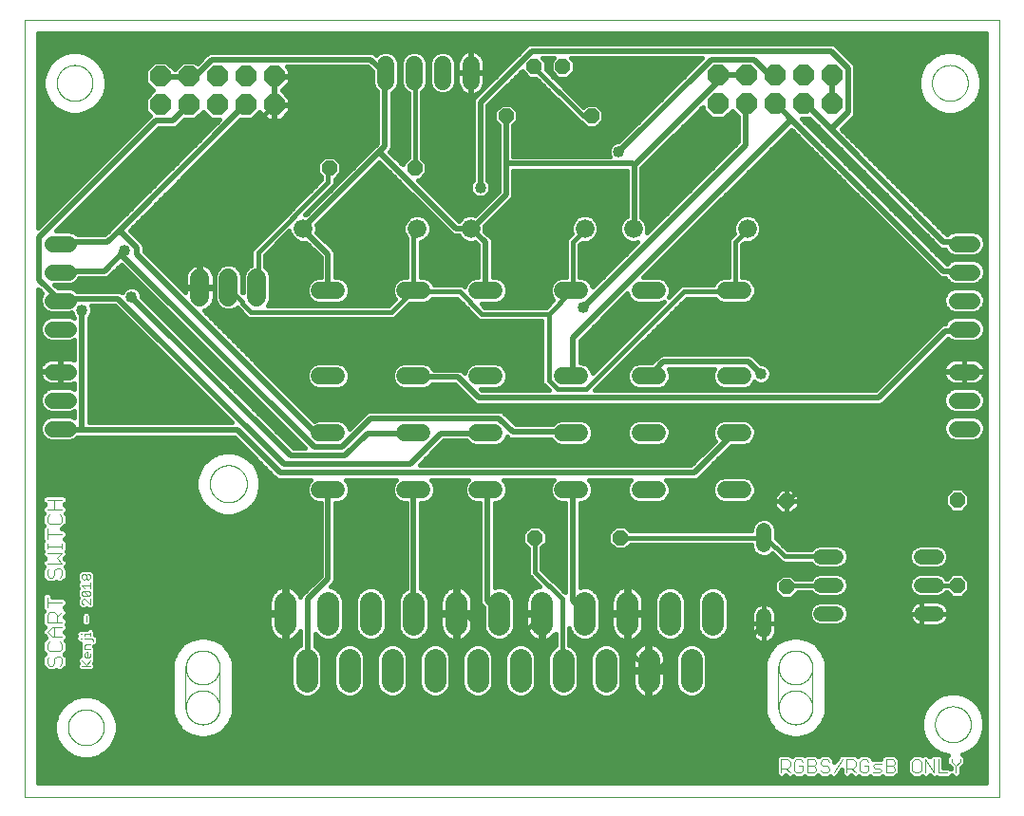
<source format=gtl>
G75*
%MOIN*%
%OFA0B0*%
%FSLAX25Y25*%
%IPPOS*%
%LPD*%
%AMOC8*
5,1,8,0,0,1.08239X$1,22.5*
%
%ADD10C,0.00000*%
%ADD11C,0.00400*%
%ADD12C,0.00300*%
%ADD13C,0.06600*%
%ADD14C,0.05600*%
%ADD15C,0.06000*%
%ADD16OC8,0.05200*%
%ADD17C,0.05200*%
%ADD18C,0.06600*%
%ADD19C,0.00009*%
%ADD20C,0.07800*%
%ADD21OC8,0.07400*%
%ADD22C,0.01969*%
%ADD23C,0.01600*%
%ADD24C,0.04000*%
D10*
X0001000Y0001000D02*
X0001000Y0273953D01*
X0343205Y0273953D01*
X0343205Y0001000D01*
X0001000Y0001000D01*
X0016276Y0025331D02*
X0016278Y0025489D01*
X0016284Y0025647D01*
X0016294Y0025805D01*
X0016308Y0025963D01*
X0016326Y0026120D01*
X0016347Y0026277D01*
X0016373Y0026433D01*
X0016403Y0026589D01*
X0016436Y0026744D01*
X0016474Y0026897D01*
X0016515Y0027050D01*
X0016560Y0027202D01*
X0016609Y0027353D01*
X0016662Y0027502D01*
X0016718Y0027650D01*
X0016778Y0027796D01*
X0016842Y0027941D01*
X0016910Y0028084D01*
X0016981Y0028226D01*
X0017055Y0028366D01*
X0017133Y0028503D01*
X0017215Y0028639D01*
X0017299Y0028773D01*
X0017388Y0028904D01*
X0017479Y0029033D01*
X0017574Y0029160D01*
X0017671Y0029285D01*
X0017772Y0029407D01*
X0017876Y0029526D01*
X0017983Y0029643D01*
X0018093Y0029757D01*
X0018206Y0029868D01*
X0018321Y0029977D01*
X0018439Y0030082D01*
X0018560Y0030184D01*
X0018683Y0030284D01*
X0018809Y0030380D01*
X0018937Y0030473D01*
X0019067Y0030563D01*
X0019200Y0030649D01*
X0019335Y0030733D01*
X0019471Y0030812D01*
X0019610Y0030889D01*
X0019751Y0030961D01*
X0019893Y0031031D01*
X0020037Y0031096D01*
X0020183Y0031158D01*
X0020330Y0031216D01*
X0020479Y0031271D01*
X0020629Y0031322D01*
X0020780Y0031369D01*
X0020932Y0031412D01*
X0021085Y0031451D01*
X0021240Y0031487D01*
X0021395Y0031518D01*
X0021551Y0031546D01*
X0021707Y0031570D01*
X0021864Y0031590D01*
X0022022Y0031606D01*
X0022179Y0031618D01*
X0022338Y0031626D01*
X0022496Y0031630D01*
X0022654Y0031630D01*
X0022812Y0031626D01*
X0022971Y0031618D01*
X0023128Y0031606D01*
X0023286Y0031590D01*
X0023443Y0031570D01*
X0023599Y0031546D01*
X0023755Y0031518D01*
X0023910Y0031487D01*
X0024065Y0031451D01*
X0024218Y0031412D01*
X0024370Y0031369D01*
X0024521Y0031322D01*
X0024671Y0031271D01*
X0024820Y0031216D01*
X0024967Y0031158D01*
X0025113Y0031096D01*
X0025257Y0031031D01*
X0025399Y0030961D01*
X0025540Y0030889D01*
X0025679Y0030812D01*
X0025815Y0030733D01*
X0025950Y0030649D01*
X0026083Y0030563D01*
X0026213Y0030473D01*
X0026341Y0030380D01*
X0026467Y0030284D01*
X0026590Y0030184D01*
X0026711Y0030082D01*
X0026829Y0029977D01*
X0026944Y0029868D01*
X0027057Y0029757D01*
X0027167Y0029643D01*
X0027274Y0029526D01*
X0027378Y0029407D01*
X0027479Y0029285D01*
X0027576Y0029160D01*
X0027671Y0029033D01*
X0027762Y0028904D01*
X0027851Y0028773D01*
X0027935Y0028639D01*
X0028017Y0028503D01*
X0028095Y0028366D01*
X0028169Y0028226D01*
X0028240Y0028084D01*
X0028308Y0027941D01*
X0028372Y0027796D01*
X0028432Y0027650D01*
X0028488Y0027502D01*
X0028541Y0027353D01*
X0028590Y0027202D01*
X0028635Y0027050D01*
X0028676Y0026897D01*
X0028714Y0026744D01*
X0028747Y0026589D01*
X0028777Y0026433D01*
X0028803Y0026277D01*
X0028824Y0026120D01*
X0028842Y0025963D01*
X0028856Y0025805D01*
X0028866Y0025647D01*
X0028872Y0025489D01*
X0028874Y0025331D01*
X0028872Y0025173D01*
X0028866Y0025015D01*
X0028856Y0024857D01*
X0028842Y0024699D01*
X0028824Y0024542D01*
X0028803Y0024385D01*
X0028777Y0024229D01*
X0028747Y0024073D01*
X0028714Y0023918D01*
X0028676Y0023765D01*
X0028635Y0023612D01*
X0028590Y0023460D01*
X0028541Y0023309D01*
X0028488Y0023160D01*
X0028432Y0023012D01*
X0028372Y0022866D01*
X0028308Y0022721D01*
X0028240Y0022578D01*
X0028169Y0022436D01*
X0028095Y0022296D01*
X0028017Y0022159D01*
X0027935Y0022023D01*
X0027851Y0021889D01*
X0027762Y0021758D01*
X0027671Y0021629D01*
X0027576Y0021502D01*
X0027479Y0021377D01*
X0027378Y0021255D01*
X0027274Y0021136D01*
X0027167Y0021019D01*
X0027057Y0020905D01*
X0026944Y0020794D01*
X0026829Y0020685D01*
X0026711Y0020580D01*
X0026590Y0020478D01*
X0026467Y0020378D01*
X0026341Y0020282D01*
X0026213Y0020189D01*
X0026083Y0020099D01*
X0025950Y0020013D01*
X0025815Y0019929D01*
X0025679Y0019850D01*
X0025540Y0019773D01*
X0025399Y0019701D01*
X0025257Y0019631D01*
X0025113Y0019566D01*
X0024967Y0019504D01*
X0024820Y0019446D01*
X0024671Y0019391D01*
X0024521Y0019340D01*
X0024370Y0019293D01*
X0024218Y0019250D01*
X0024065Y0019211D01*
X0023910Y0019175D01*
X0023755Y0019144D01*
X0023599Y0019116D01*
X0023443Y0019092D01*
X0023286Y0019072D01*
X0023128Y0019056D01*
X0022971Y0019044D01*
X0022812Y0019036D01*
X0022654Y0019032D01*
X0022496Y0019032D01*
X0022338Y0019036D01*
X0022179Y0019044D01*
X0022022Y0019056D01*
X0021864Y0019072D01*
X0021707Y0019092D01*
X0021551Y0019116D01*
X0021395Y0019144D01*
X0021240Y0019175D01*
X0021085Y0019211D01*
X0020932Y0019250D01*
X0020780Y0019293D01*
X0020629Y0019340D01*
X0020479Y0019391D01*
X0020330Y0019446D01*
X0020183Y0019504D01*
X0020037Y0019566D01*
X0019893Y0019631D01*
X0019751Y0019701D01*
X0019610Y0019773D01*
X0019471Y0019850D01*
X0019335Y0019929D01*
X0019200Y0020013D01*
X0019067Y0020099D01*
X0018937Y0020189D01*
X0018809Y0020282D01*
X0018683Y0020378D01*
X0018560Y0020478D01*
X0018439Y0020580D01*
X0018321Y0020685D01*
X0018206Y0020794D01*
X0018093Y0020905D01*
X0017983Y0021019D01*
X0017876Y0021136D01*
X0017772Y0021255D01*
X0017671Y0021377D01*
X0017574Y0021502D01*
X0017479Y0021629D01*
X0017388Y0021758D01*
X0017299Y0021889D01*
X0017215Y0022023D01*
X0017133Y0022159D01*
X0017055Y0022296D01*
X0016981Y0022436D01*
X0016910Y0022578D01*
X0016842Y0022721D01*
X0016778Y0022866D01*
X0016718Y0023012D01*
X0016662Y0023160D01*
X0016609Y0023309D01*
X0016560Y0023460D01*
X0016515Y0023612D01*
X0016474Y0023765D01*
X0016436Y0023918D01*
X0016403Y0024073D01*
X0016373Y0024229D01*
X0016347Y0024385D01*
X0016326Y0024542D01*
X0016308Y0024699D01*
X0016294Y0024857D01*
X0016284Y0025015D01*
X0016278Y0025173D01*
X0016276Y0025331D01*
X0057625Y0032331D02*
X0057627Y0032485D01*
X0057633Y0032639D01*
X0057643Y0032792D01*
X0057657Y0032945D01*
X0057675Y0033098D01*
X0057696Y0033250D01*
X0057722Y0033402D01*
X0057752Y0033553D01*
X0057785Y0033703D01*
X0057823Y0033852D01*
X0057864Y0034001D01*
X0057909Y0034148D01*
X0057958Y0034294D01*
X0058011Y0034438D01*
X0058067Y0034581D01*
X0058127Y0034723D01*
X0058191Y0034863D01*
X0058258Y0035001D01*
X0058329Y0035138D01*
X0058403Y0035273D01*
X0058481Y0035405D01*
X0058562Y0035536D01*
X0058647Y0035665D01*
X0058734Y0035791D01*
X0058825Y0035915D01*
X0058920Y0036036D01*
X0059017Y0036156D01*
X0059117Y0036272D01*
X0059221Y0036386D01*
X0059327Y0036497D01*
X0059436Y0036606D01*
X0059548Y0036711D01*
X0059663Y0036814D01*
X0059780Y0036914D01*
X0059900Y0037010D01*
X0060022Y0037104D01*
X0060146Y0037194D01*
X0060273Y0037281D01*
X0060402Y0037365D01*
X0060534Y0037445D01*
X0060667Y0037522D01*
X0060802Y0037595D01*
X0060939Y0037665D01*
X0061078Y0037732D01*
X0061218Y0037794D01*
X0061360Y0037853D01*
X0061504Y0037909D01*
X0061649Y0037961D01*
X0061795Y0038008D01*
X0061942Y0038053D01*
X0062091Y0038093D01*
X0062240Y0038129D01*
X0062391Y0038162D01*
X0062542Y0038191D01*
X0062694Y0038215D01*
X0062846Y0038236D01*
X0062999Y0038253D01*
X0063152Y0038266D01*
X0063306Y0038275D01*
X0063460Y0038280D01*
X0063613Y0038281D01*
X0063767Y0038278D01*
X0063921Y0038271D01*
X0064074Y0038260D01*
X0064228Y0038245D01*
X0064380Y0038226D01*
X0064532Y0038203D01*
X0064684Y0038177D01*
X0064835Y0038146D01*
X0064985Y0038112D01*
X0065134Y0038073D01*
X0065281Y0038031D01*
X0065428Y0037985D01*
X0065574Y0037935D01*
X0065718Y0037882D01*
X0065861Y0037824D01*
X0066002Y0037763D01*
X0066142Y0037699D01*
X0066280Y0037631D01*
X0066416Y0037559D01*
X0066550Y0037484D01*
X0066682Y0037405D01*
X0066812Y0037323D01*
X0066940Y0037238D01*
X0067066Y0037149D01*
X0067189Y0037057D01*
X0067310Y0036962D01*
X0067429Y0036864D01*
X0067545Y0036763D01*
X0067658Y0036659D01*
X0067769Y0036552D01*
X0067876Y0036442D01*
X0067981Y0036329D01*
X0068083Y0036214D01*
X0068182Y0036096D01*
X0068278Y0035976D01*
X0068371Y0035853D01*
X0068460Y0035728D01*
X0068546Y0035601D01*
X0068629Y0035471D01*
X0068709Y0035339D01*
X0068785Y0035206D01*
X0068857Y0035070D01*
X0068926Y0034932D01*
X0068992Y0034793D01*
X0069054Y0034652D01*
X0069112Y0034510D01*
X0069166Y0034366D01*
X0069217Y0034221D01*
X0069264Y0034074D01*
X0069307Y0033927D01*
X0069346Y0033778D01*
X0069382Y0033628D01*
X0069413Y0033478D01*
X0069441Y0033326D01*
X0069465Y0033174D01*
X0069485Y0033022D01*
X0069501Y0032869D01*
X0069513Y0032715D01*
X0069521Y0032562D01*
X0069525Y0032408D01*
X0069525Y0032254D01*
X0069521Y0032100D01*
X0069513Y0031947D01*
X0069501Y0031793D01*
X0069485Y0031640D01*
X0069465Y0031488D01*
X0069441Y0031336D01*
X0069413Y0031184D01*
X0069382Y0031034D01*
X0069346Y0030884D01*
X0069307Y0030735D01*
X0069264Y0030588D01*
X0069217Y0030441D01*
X0069166Y0030296D01*
X0069112Y0030152D01*
X0069054Y0030010D01*
X0068992Y0029869D01*
X0068926Y0029730D01*
X0068857Y0029592D01*
X0068785Y0029456D01*
X0068709Y0029323D01*
X0068629Y0029191D01*
X0068546Y0029061D01*
X0068460Y0028934D01*
X0068371Y0028809D01*
X0068278Y0028686D01*
X0068182Y0028566D01*
X0068083Y0028448D01*
X0067981Y0028333D01*
X0067876Y0028220D01*
X0067769Y0028110D01*
X0067658Y0028003D01*
X0067545Y0027899D01*
X0067429Y0027798D01*
X0067310Y0027700D01*
X0067189Y0027605D01*
X0067066Y0027513D01*
X0066940Y0027424D01*
X0066812Y0027339D01*
X0066682Y0027257D01*
X0066550Y0027178D01*
X0066416Y0027103D01*
X0066280Y0027031D01*
X0066142Y0026963D01*
X0066002Y0026899D01*
X0065861Y0026838D01*
X0065718Y0026780D01*
X0065574Y0026727D01*
X0065428Y0026677D01*
X0065281Y0026631D01*
X0065134Y0026589D01*
X0064985Y0026550D01*
X0064835Y0026516D01*
X0064684Y0026485D01*
X0064532Y0026459D01*
X0064380Y0026436D01*
X0064228Y0026417D01*
X0064074Y0026402D01*
X0063921Y0026391D01*
X0063767Y0026384D01*
X0063613Y0026381D01*
X0063460Y0026382D01*
X0063306Y0026387D01*
X0063152Y0026396D01*
X0062999Y0026409D01*
X0062846Y0026426D01*
X0062694Y0026447D01*
X0062542Y0026471D01*
X0062391Y0026500D01*
X0062240Y0026533D01*
X0062091Y0026569D01*
X0061942Y0026609D01*
X0061795Y0026654D01*
X0061649Y0026701D01*
X0061504Y0026753D01*
X0061360Y0026809D01*
X0061218Y0026868D01*
X0061078Y0026930D01*
X0060939Y0026997D01*
X0060802Y0027067D01*
X0060667Y0027140D01*
X0060534Y0027217D01*
X0060402Y0027297D01*
X0060273Y0027381D01*
X0060146Y0027468D01*
X0060022Y0027558D01*
X0059900Y0027652D01*
X0059780Y0027748D01*
X0059663Y0027848D01*
X0059548Y0027951D01*
X0059436Y0028056D01*
X0059327Y0028165D01*
X0059221Y0028276D01*
X0059117Y0028390D01*
X0059017Y0028506D01*
X0058920Y0028626D01*
X0058825Y0028747D01*
X0058734Y0028871D01*
X0058647Y0028997D01*
X0058562Y0029126D01*
X0058481Y0029257D01*
X0058403Y0029389D01*
X0058329Y0029524D01*
X0058258Y0029661D01*
X0058191Y0029799D01*
X0058127Y0029939D01*
X0058067Y0030081D01*
X0058011Y0030224D01*
X0057958Y0030368D01*
X0057909Y0030514D01*
X0057864Y0030661D01*
X0057823Y0030810D01*
X0057785Y0030959D01*
X0057752Y0031109D01*
X0057722Y0031260D01*
X0057696Y0031412D01*
X0057675Y0031564D01*
X0057657Y0031717D01*
X0057643Y0031870D01*
X0057633Y0032023D01*
X0057627Y0032177D01*
X0057625Y0032331D01*
X0057575Y0032331D02*
X0057577Y0032178D01*
X0057583Y0032025D01*
X0057593Y0031872D01*
X0057606Y0031719D01*
X0057624Y0031567D01*
X0057645Y0031415D01*
X0057671Y0031264D01*
X0057700Y0031114D01*
X0057733Y0030964D01*
X0057770Y0030815D01*
X0057810Y0030667D01*
X0057855Y0030521D01*
X0057903Y0030375D01*
X0057955Y0030231D01*
X0058010Y0030088D01*
X0058069Y0029947D01*
X0058132Y0029807D01*
X0058198Y0029669D01*
X0058268Y0029532D01*
X0058341Y0029398D01*
X0058418Y0029265D01*
X0058498Y0029134D01*
X0058581Y0029006D01*
X0058667Y0028879D01*
X0058757Y0028755D01*
X0058850Y0028633D01*
X0058946Y0028514D01*
X0059045Y0028397D01*
X0059147Y0028282D01*
X0059252Y0028170D01*
X0059360Y0028061D01*
X0059470Y0027955D01*
X0059583Y0027852D01*
X0059699Y0027751D01*
X0059817Y0027654D01*
X0059938Y0027559D01*
X0060061Y0027468D01*
X0060186Y0027380D01*
X0060314Y0027295D01*
X0060443Y0027213D01*
X0060575Y0027135D01*
X0060709Y0027060D01*
X0060844Y0026988D01*
X0060982Y0026920D01*
X0061121Y0026856D01*
X0061261Y0026795D01*
X0061403Y0026738D01*
X0061547Y0026684D01*
X0061692Y0026634D01*
X0061838Y0026588D01*
X0061985Y0026545D01*
X0062133Y0026507D01*
X0062283Y0026472D01*
X0062433Y0026441D01*
X0062583Y0026413D01*
X0062735Y0026390D01*
X0062887Y0026371D01*
X0063039Y0026355D01*
X0063192Y0026343D01*
X0063345Y0026335D01*
X0063498Y0026331D01*
X0063652Y0026331D01*
X0063805Y0026335D01*
X0063958Y0026343D01*
X0064111Y0026355D01*
X0064263Y0026371D01*
X0064415Y0026390D01*
X0064567Y0026413D01*
X0064717Y0026441D01*
X0064867Y0026472D01*
X0065017Y0026507D01*
X0065165Y0026545D01*
X0065312Y0026588D01*
X0065458Y0026634D01*
X0065603Y0026684D01*
X0065747Y0026738D01*
X0065889Y0026795D01*
X0066029Y0026856D01*
X0066168Y0026920D01*
X0066306Y0026988D01*
X0066441Y0027060D01*
X0066575Y0027135D01*
X0066707Y0027213D01*
X0066836Y0027295D01*
X0066964Y0027380D01*
X0067089Y0027468D01*
X0067212Y0027559D01*
X0067333Y0027654D01*
X0067451Y0027751D01*
X0067567Y0027852D01*
X0067680Y0027955D01*
X0067790Y0028061D01*
X0067898Y0028170D01*
X0068003Y0028282D01*
X0068105Y0028397D01*
X0068204Y0028514D01*
X0068300Y0028633D01*
X0068393Y0028755D01*
X0068483Y0028879D01*
X0068569Y0029006D01*
X0068652Y0029134D01*
X0068732Y0029265D01*
X0068809Y0029398D01*
X0068882Y0029532D01*
X0068952Y0029669D01*
X0069018Y0029807D01*
X0069081Y0029947D01*
X0069140Y0030088D01*
X0069195Y0030231D01*
X0069247Y0030375D01*
X0069295Y0030521D01*
X0069340Y0030667D01*
X0069380Y0030815D01*
X0069417Y0030964D01*
X0069450Y0031114D01*
X0069479Y0031264D01*
X0069505Y0031415D01*
X0069526Y0031567D01*
X0069544Y0031719D01*
X0069557Y0031872D01*
X0069567Y0032025D01*
X0069573Y0032178D01*
X0069575Y0032331D01*
X0057625Y0046331D02*
X0057627Y0046485D01*
X0057633Y0046639D01*
X0057643Y0046792D01*
X0057657Y0046945D01*
X0057675Y0047098D01*
X0057696Y0047250D01*
X0057722Y0047402D01*
X0057752Y0047553D01*
X0057785Y0047703D01*
X0057823Y0047852D01*
X0057864Y0048001D01*
X0057909Y0048148D01*
X0057958Y0048294D01*
X0058011Y0048438D01*
X0058067Y0048581D01*
X0058127Y0048723D01*
X0058191Y0048863D01*
X0058258Y0049001D01*
X0058329Y0049138D01*
X0058403Y0049273D01*
X0058481Y0049405D01*
X0058562Y0049536D01*
X0058647Y0049665D01*
X0058734Y0049791D01*
X0058825Y0049915D01*
X0058920Y0050036D01*
X0059017Y0050156D01*
X0059117Y0050272D01*
X0059221Y0050386D01*
X0059327Y0050497D01*
X0059436Y0050606D01*
X0059548Y0050711D01*
X0059663Y0050814D01*
X0059780Y0050914D01*
X0059900Y0051010D01*
X0060022Y0051104D01*
X0060146Y0051194D01*
X0060273Y0051281D01*
X0060402Y0051365D01*
X0060534Y0051445D01*
X0060667Y0051522D01*
X0060802Y0051595D01*
X0060939Y0051665D01*
X0061078Y0051732D01*
X0061218Y0051794D01*
X0061360Y0051853D01*
X0061504Y0051909D01*
X0061649Y0051961D01*
X0061795Y0052008D01*
X0061942Y0052053D01*
X0062091Y0052093D01*
X0062240Y0052129D01*
X0062391Y0052162D01*
X0062542Y0052191D01*
X0062694Y0052215D01*
X0062846Y0052236D01*
X0062999Y0052253D01*
X0063152Y0052266D01*
X0063306Y0052275D01*
X0063460Y0052280D01*
X0063613Y0052281D01*
X0063767Y0052278D01*
X0063921Y0052271D01*
X0064074Y0052260D01*
X0064228Y0052245D01*
X0064380Y0052226D01*
X0064532Y0052203D01*
X0064684Y0052177D01*
X0064835Y0052146D01*
X0064985Y0052112D01*
X0065134Y0052073D01*
X0065281Y0052031D01*
X0065428Y0051985D01*
X0065574Y0051935D01*
X0065718Y0051882D01*
X0065861Y0051824D01*
X0066002Y0051763D01*
X0066142Y0051699D01*
X0066280Y0051631D01*
X0066416Y0051559D01*
X0066550Y0051484D01*
X0066682Y0051405D01*
X0066812Y0051323D01*
X0066940Y0051238D01*
X0067066Y0051149D01*
X0067189Y0051057D01*
X0067310Y0050962D01*
X0067429Y0050864D01*
X0067545Y0050763D01*
X0067658Y0050659D01*
X0067769Y0050552D01*
X0067876Y0050442D01*
X0067981Y0050329D01*
X0068083Y0050214D01*
X0068182Y0050096D01*
X0068278Y0049976D01*
X0068371Y0049853D01*
X0068460Y0049728D01*
X0068546Y0049601D01*
X0068629Y0049471D01*
X0068709Y0049339D01*
X0068785Y0049206D01*
X0068857Y0049070D01*
X0068926Y0048932D01*
X0068992Y0048793D01*
X0069054Y0048652D01*
X0069112Y0048510D01*
X0069166Y0048366D01*
X0069217Y0048221D01*
X0069264Y0048074D01*
X0069307Y0047927D01*
X0069346Y0047778D01*
X0069382Y0047628D01*
X0069413Y0047478D01*
X0069441Y0047326D01*
X0069465Y0047174D01*
X0069485Y0047022D01*
X0069501Y0046869D01*
X0069513Y0046715D01*
X0069521Y0046562D01*
X0069525Y0046408D01*
X0069525Y0046254D01*
X0069521Y0046100D01*
X0069513Y0045947D01*
X0069501Y0045793D01*
X0069485Y0045640D01*
X0069465Y0045488D01*
X0069441Y0045336D01*
X0069413Y0045184D01*
X0069382Y0045034D01*
X0069346Y0044884D01*
X0069307Y0044735D01*
X0069264Y0044588D01*
X0069217Y0044441D01*
X0069166Y0044296D01*
X0069112Y0044152D01*
X0069054Y0044010D01*
X0068992Y0043869D01*
X0068926Y0043730D01*
X0068857Y0043592D01*
X0068785Y0043456D01*
X0068709Y0043323D01*
X0068629Y0043191D01*
X0068546Y0043061D01*
X0068460Y0042934D01*
X0068371Y0042809D01*
X0068278Y0042686D01*
X0068182Y0042566D01*
X0068083Y0042448D01*
X0067981Y0042333D01*
X0067876Y0042220D01*
X0067769Y0042110D01*
X0067658Y0042003D01*
X0067545Y0041899D01*
X0067429Y0041798D01*
X0067310Y0041700D01*
X0067189Y0041605D01*
X0067066Y0041513D01*
X0066940Y0041424D01*
X0066812Y0041339D01*
X0066682Y0041257D01*
X0066550Y0041178D01*
X0066416Y0041103D01*
X0066280Y0041031D01*
X0066142Y0040963D01*
X0066002Y0040899D01*
X0065861Y0040838D01*
X0065718Y0040780D01*
X0065574Y0040727D01*
X0065428Y0040677D01*
X0065281Y0040631D01*
X0065134Y0040589D01*
X0064985Y0040550D01*
X0064835Y0040516D01*
X0064684Y0040485D01*
X0064532Y0040459D01*
X0064380Y0040436D01*
X0064228Y0040417D01*
X0064074Y0040402D01*
X0063921Y0040391D01*
X0063767Y0040384D01*
X0063613Y0040381D01*
X0063460Y0040382D01*
X0063306Y0040387D01*
X0063152Y0040396D01*
X0062999Y0040409D01*
X0062846Y0040426D01*
X0062694Y0040447D01*
X0062542Y0040471D01*
X0062391Y0040500D01*
X0062240Y0040533D01*
X0062091Y0040569D01*
X0061942Y0040609D01*
X0061795Y0040654D01*
X0061649Y0040701D01*
X0061504Y0040753D01*
X0061360Y0040809D01*
X0061218Y0040868D01*
X0061078Y0040930D01*
X0060939Y0040997D01*
X0060802Y0041067D01*
X0060667Y0041140D01*
X0060534Y0041217D01*
X0060402Y0041297D01*
X0060273Y0041381D01*
X0060146Y0041468D01*
X0060022Y0041558D01*
X0059900Y0041652D01*
X0059780Y0041748D01*
X0059663Y0041848D01*
X0059548Y0041951D01*
X0059436Y0042056D01*
X0059327Y0042165D01*
X0059221Y0042276D01*
X0059117Y0042390D01*
X0059017Y0042506D01*
X0058920Y0042626D01*
X0058825Y0042747D01*
X0058734Y0042871D01*
X0058647Y0042997D01*
X0058562Y0043126D01*
X0058481Y0043257D01*
X0058403Y0043389D01*
X0058329Y0043524D01*
X0058258Y0043661D01*
X0058191Y0043799D01*
X0058127Y0043939D01*
X0058067Y0044081D01*
X0058011Y0044224D01*
X0057958Y0044368D01*
X0057909Y0044514D01*
X0057864Y0044661D01*
X0057823Y0044810D01*
X0057785Y0044959D01*
X0057752Y0045109D01*
X0057722Y0045260D01*
X0057696Y0045412D01*
X0057675Y0045564D01*
X0057657Y0045717D01*
X0057643Y0045870D01*
X0057633Y0046023D01*
X0057627Y0046177D01*
X0057625Y0046331D01*
X0057575Y0046331D02*
X0057577Y0046484D01*
X0057583Y0046637D01*
X0057593Y0046790D01*
X0057606Y0046943D01*
X0057624Y0047095D01*
X0057645Y0047247D01*
X0057671Y0047398D01*
X0057700Y0047548D01*
X0057733Y0047698D01*
X0057770Y0047847D01*
X0057810Y0047995D01*
X0057855Y0048141D01*
X0057903Y0048287D01*
X0057955Y0048431D01*
X0058010Y0048574D01*
X0058069Y0048715D01*
X0058132Y0048855D01*
X0058198Y0048993D01*
X0058268Y0049130D01*
X0058341Y0049264D01*
X0058418Y0049397D01*
X0058498Y0049528D01*
X0058581Y0049656D01*
X0058667Y0049783D01*
X0058757Y0049907D01*
X0058850Y0050029D01*
X0058946Y0050148D01*
X0059045Y0050265D01*
X0059147Y0050380D01*
X0059252Y0050492D01*
X0059360Y0050601D01*
X0059470Y0050707D01*
X0059583Y0050810D01*
X0059699Y0050911D01*
X0059817Y0051008D01*
X0059938Y0051103D01*
X0060061Y0051194D01*
X0060186Y0051282D01*
X0060314Y0051367D01*
X0060443Y0051449D01*
X0060575Y0051527D01*
X0060709Y0051602D01*
X0060844Y0051674D01*
X0060982Y0051742D01*
X0061121Y0051806D01*
X0061261Y0051867D01*
X0061403Y0051924D01*
X0061547Y0051978D01*
X0061692Y0052028D01*
X0061838Y0052074D01*
X0061985Y0052117D01*
X0062133Y0052155D01*
X0062283Y0052190D01*
X0062433Y0052221D01*
X0062583Y0052249D01*
X0062735Y0052272D01*
X0062887Y0052291D01*
X0063039Y0052307D01*
X0063192Y0052319D01*
X0063345Y0052327D01*
X0063498Y0052331D01*
X0063652Y0052331D01*
X0063805Y0052327D01*
X0063958Y0052319D01*
X0064111Y0052307D01*
X0064263Y0052291D01*
X0064415Y0052272D01*
X0064567Y0052249D01*
X0064717Y0052221D01*
X0064867Y0052190D01*
X0065017Y0052155D01*
X0065165Y0052117D01*
X0065312Y0052074D01*
X0065458Y0052028D01*
X0065603Y0051978D01*
X0065747Y0051924D01*
X0065889Y0051867D01*
X0066029Y0051806D01*
X0066168Y0051742D01*
X0066306Y0051674D01*
X0066441Y0051602D01*
X0066575Y0051527D01*
X0066707Y0051449D01*
X0066836Y0051367D01*
X0066964Y0051282D01*
X0067089Y0051194D01*
X0067212Y0051103D01*
X0067333Y0051008D01*
X0067451Y0050911D01*
X0067567Y0050810D01*
X0067680Y0050707D01*
X0067790Y0050601D01*
X0067898Y0050492D01*
X0068003Y0050380D01*
X0068105Y0050265D01*
X0068204Y0050148D01*
X0068300Y0050029D01*
X0068393Y0049907D01*
X0068483Y0049783D01*
X0068569Y0049656D01*
X0068652Y0049528D01*
X0068732Y0049397D01*
X0068809Y0049264D01*
X0068882Y0049130D01*
X0068952Y0048993D01*
X0069018Y0048855D01*
X0069081Y0048715D01*
X0069140Y0048574D01*
X0069195Y0048431D01*
X0069247Y0048287D01*
X0069295Y0048141D01*
X0069340Y0047995D01*
X0069380Y0047847D01*
X0069417Y0047698D01*
X0069450Y0047548D01*
X0069479Y0047398D01*
X0069505Y0047247D01*
X0069526Y0047095D01*
X0069544Y0046943D01*
X0069557Y0046790D01*
X0069567Y0046637D01*
X0069573Y0046484D01*
X0069575Y0046331D01*
X0066075Y0110898D02*
X0066077Y0111059D01*
X0066083Y0111219D01*
X0066093Y0111380D01*
X0066107Y0111540D01*
X0066125Y0111700D01*
X0066146Y0111859D01*
X0066172Y0112018D01*
X0066202Y0112176D01*
X0066235Y0112333D01*
X0066273Y0112490D01*
X0066314Y0112645D01*
X0066359Y0112799D01*
X0066408Y0112952D01*
X0066461Y0113104D01*
X0066517Y0113255D01*
X0066578Y0113404D01*
X0066641Y0113552D01*
X0066709Y0113698D01*
X0066780Y0113842D01*
X0066854Y0113984D01*
X0066932Y0114125D01*
X0067014Y0114263D01*
X0067099Y0114400D01*
X0067187Y0114534D01*
X0067279Y0114666D01*
X0067374Y0114796D01*
X0067472Y0114924D01*
X0067573Y0115049D01*
X0067677Y0115171D01*
X0067784Y0115291D01*
X0067894Y0115408D01*
X0068007Y0115523D01*
X0068123Y0115634D01*
X0068242Y0115743D01*
X0068363Y0115848D01*
X0068487Y0115951D01*
X0068613Y0116051D01*
X0068741Y0116147D01*
X0068872Y0116240D01*
X0069006Y0116330D01*
X0069141Y0116417D01*
X0069279Y0116500D01*
X0069418Y0116580D01*
X0069560Y0116656D01*
X0069703Y0116729D01*
X0069848Y0116798D01*
X0069995Y0116864D01*
X0070143Y0116926D01*
X0070293Y0116984D01*
X0070444Y0117039D01*
X0070597Y0117090D01*
X0070751Y0117137D01*
X0070906Y0117180D01*
X0071062Y0117219D01*
X0071218Y0117255D01*
X0071376Y0117286D01*
X0071534Y0117314D01*
X0071693Y0117338D01*
X0071853Y0117358D01*
X0072013Y0117374D01*
X0072173Y0117386D01*
X0072334Y0117394D01*
X0072495Y0117398D01*
X0072655Y0117398D01*
X0072816Y0117394D01*
X0072977Y0117386D01*
X0073137Y0117374D01*
X0073297Y0117358D01*
X0073457Y0117338D01*
X0073616Y0117314D01*
X0073774Y0117286D01*
X0073932Y0117255D01*
X0074088Y0117219D01*
X0074244Y0117180D01*
X0074399Y0117137D01*
X0074553Y0117090D01*
X0074706Y0117039D01*
X0074857Y0116984D01*
X0075007Y0116926D01*
X0075155Y0116864D01*
X0075302Y0116798D01*
X0075447Y0116729D01*
X0075590Y0116656D01*
X0075732Y0116580D01*
X0075871Y0116500D01*
X0076009Y0116417D01*
X0076144Y0116330D01*
X0076278Y0116240D01*
X0076409Y0116147D01*
X0076537Y0116051D01*
X0076663Y0115951D01*
X0076787Y0115848D01*
X0076908Y0115743D01*
X0077027Y0115634D01*
X0077143Y0115523D01*
X0077256Y0115408D01*
X0077366Y0115291D01*
X0077473Y0115171D01*
X0077577Y0115049D01*
X0077678Y0114924D01*
X0077776Y0114796D01*
X0077871Y0114666D01*
X0077963Y0114534D01*
X0078051Y0114400D01*
X0078136Y0114263D01*
X0078218Y0114125D01*
X0078296Y0113984D01*
X0078370Y0113842D01*
X0078441Y0113698D01*
X0078509Y0113552D01*
X0078572Y0113404D01*
X0078633Y0113255D01*
X0078689Y0113104D01*
X0078742Y0112952D01*
X0078791Y0112799D01*
X0078836Y0112645D01*
X0078877Y0112490D01*
X0078915Y0112333D01*
X0078948Y0112176D01*
X0078978Y0112018D01*
X0079004Y0111859D01*
X0079025Y0111700D01*
X0079043Y0111540D01*
X0079057Y0111380D01*
X0079067Y0111219D01*
X0079073Y0111059D01*
X0079075Y0110898D01*
X0079073Y0110737D01*
X0079067Y0110577D01*
X0079057Y0110416D01*
X0079043Y0110256D01*
X0079025Y0110096D01*
X0079004Y0109937D01*
X0078978Y0109778D01*
X0078948Y0109620D01*
X0078915Y0109463D01*
X0078877Y0109306D01*
X0078836Y0109151D01*
X0078791Y0108997D01*
X0078742Y0108844D01*
X0078689Y0108692D01*
X0078633Y0108541D01*
X0078572Y0108392D01*
X0078509Y0108244D01*
X0078441Y0108098D01*
X0078370Y0107954D01*
X0078296Y0107812D01*
X0078218Y0107671D01*
X0078136Y0107533D01*
X0078051Y0107396D01*
X0077963Y0107262D01*
X0077871Y0107130D01*
X0077776Y0107000D01*
X0077678Y0106872D01*
X0077577Y0106747D01*
X0077473Y0106625D01*
X0077366Y0106505D01*
X0077256Y0106388D01*
X0077143Y0106273D01*
X0077027Y0106162D01*
X0076908Y0106053D01*
X0076787Y0105948D01*
X0076663Y0105845D01*
X0076537Y0105745D01*
X0076409Y0105649D01*
X0076278Y0105556D01*
X0076144Y0105466D01*
X0076009Y0105379D01*
X0075871Y0105296D01*
X0075732Y0105216D01*
X0075590Y0105140D01*
X0075447Y0105067D01*
X0075302Y0104998D01*
X0075155Y0104932D01*
X0075007Y0104870D01*
X0074857Y0104812D01*
X0074706Y0104757D01*
X0074553Y0104706D01*
X0074399Y0104659D01*
X0074244Y0104616D01*
X0074088Y0104577D01*
X0073932Y0104541D01*
X0073774Y0104510D01*
X0073616Y0104482D01*
X0073457Y0104458D01*
X0073297Y0104438D01*
X0073137Y0104422D01*
X0072977Y0104410D01*
X0072816Y0104402D01*
X0072655Y0104398D01*
X0072495Y0104398D01*
X0072334Y0104402D01*
X0072173Y0104410D01*
X0072013Y0104422D01*
X0071853Y0104438D01*
X0071693Y0104458D01*
X0071534Y0104482D01*
X0071376Y0104510D01*
X0071218Y0104541D01*
X0071062Y0104577D01*
X0070906Y0104616D01*
X0070751Y0104659D01*
X0070597Y0104706D01*
X0070444Y0104757D01*
X0070293Y0104812D01*
X0070143Y0104870D01*
X0069995Y0104932D01*
X0069848Y0104998D01*
X0069703Y0105067D01*
X0069560Y0105140D01*
X0069418Y0105216D01*
X0069279Y0105296D01*
X0069141Y0105379D01*
X0069006Y0105466D01*
X0068872Y0105556D01*
X0068741Y0105649D01*
X0068613Y0105745D01*
X0068487Y0105845D01*
X0068363Y0105948D01*
X0068242Y0106053D01*
X0068123Y0106162D01*
X0068007Y0106273D01*
X0067894Y0106388D01*
X0067784Y0106505D01*
X0067677Y0106625D01*
X0067573Y0106747D01*
X0067472Y0106872D01*
X0067374Y0107000D01*
X0067279Y0107130D01*
X0067187Y0107262D01*
X0067099Y0107396D01*
X0067014Y0107533D01*
X0066932Y0107671D01*
X0066854Y0107812D01*
X0066780Y0107954D01*
X0066709Y0108098D01*
X0066641Y0108244D01*
X0066578Y0108392D01*
X0066517Y0108541D01*
X0066461Y0108692D01*
X0066408Y0108844D01*
X0066359Y0108997D01*
X0066314Y0109151D01*
X0066273Y0109306D01*
X0066235Y0109463D01*
X0066202Y0109620D01*
X0066172Y0109778D01*
X0066146Y0109937D01*
X0066125Y0110096D01*
X0066107Y0110256D01*
X0066093Y0110416D01*
X0066083Y0110577D01*
X0066077Y0110737D01*
X0066075Y0110898D01*
X0012339Y0251709D02*
X0012341Y0251867D01*
X0012347Y0252025D01*
X0012357Y0252183D01*
X0012371Y0252341D01*
X0012389Y0252498D01*
X0012410Y0252655D01*
X0012436Y0252811D01*
X0012466Y0252967D01*
X0012499Y0253122D01*
X0012537Y0253275D01*
X0012578Y0253428D01*
X0012623Y0253580D01*
X0012672Y0253731D01*
X0012725Y0253880D01*
X0012781Y0254028D01*
X0012841Y0254174D01*
X0012905Y0254319D01*
X0012973Y0254462D01*
X0013044Y0254604D01*
X0013118Y0254744D01*
X0013196Y0254881D01*
X0013278Y0255017D01*
X0013362Y0255151D01*
X0013451Y0255282D01*
X0013542Y0255411D01*
X0013637Y0255538D01*
X0013734Y0255663D01*
X0013835Y0255785D01*
X0013939Y0255904D01*
X0014046Y0256021D01*
X0014156Y0256135D01*
X0014269Y0256246D01*
X0014384Y0256355D01*
X0014502Y0256460D01*
X0014623Y0256562D01*
X0014746Y0256662D01*
X0014872Y0256758D01*
X0015000Y0256851D01*
X0015130Y0256941D01*
X0015263Y0257027D01*
X0015398Y0257111D01*
X0015534Y0257190D01*
X0015673Y0257267D01*
X0015814Y0257339D01*
X0015956Y0257409D01*
X0016100Y0257474D01*
X0016246Y0257536D01*
X0016393Y0257594D01*
X0016542Y0257649D01*
X0016692Y0257700D01*
X0016843Y0257747D01*
X0016995Y0257790D01*
X0017148Y0257829D01*
X0017303Y0257865D01*
X0017458Y0257896D01*
X0017614Y0257924D01*
X0017770Y0257948D01*
X0017927Y0257968D01*
X0018085Y0257984D01*
X0018242Y0257996D01*
X0018401Y0258004D01*
X0018559Y0258008D01*
X0018717Y0258008D01*
X0018875Y0258004D01*
X0019034Y0257996D01*
X0019191Y0257984D01*
X0019349Y0257968D01*
X0019506Y0257948D01*
X0019662Y0257924D01*
X0019818Y0257896D01*
X0019973Y0257865D01*
X0020128Y0257829D01*
X0020281Y0257790D01*
X0020433Y0257747D01*
X0020584Y0257700D01*
X0020734Y0257649D01*
X0020883Y0257594D01*
X0021030Y0257536D01*
X0021176Y0257474D01*
X0021320Y0257409D01*
X0021462Y0257339D01*
X0021603Y0257267D01*
X0021742Y0257190D01*
X0021878Y0257111D01*
X0022013Y0257027D01*
X0022146Y0256941D01*
X0022276Y0256851D01*
X0022404Y0256758D01*
X0022530Y0256662D01*
X0022653Y0256562D01*
X0022774Y0256460D01*
X0022892Y0256355D01*
X0023007Y0256246D01*
X0023120Y0256135D01*
X0023230Y0256021D01*
X0023337Y0255904D01*
X0023441Y0255785D01*
X0023542Y0255663D01*
X0023639Y0255538D01*
X0023734Y0255411D01*
X0023825Y0255282D01*
X0023914Y0255151D01*
X0023998Y0255017D01*
X0024080Y0254881D01*
X0024158Y0254744D01*
X0024232Y0254604D01*
X0024303Y0254462D01*
X0024371Y0254319D01*
X0024435Y0254174D01*
X0024495Y0254028D01*
X0024551Y0253880D01*
X0024604Y0253731D01*
X0024653Y0253580D01*
X0024698Y0253428D01*
X0024739Y0253275D01*
X0024777Y0253122D01*
X0024810Y0252967D01*
X0024840Y0252811D01*
X0024866Y0252655D01*
X0024887Y0252498D01*
X0024905Y0252341D01*
X0024919Y0252183D01*
X0024929Y0252025D01*
X0024935Y0251867D01*
X0024937Y0251709D01*
X0024935Y0251551D01*
X0024929Y0251393D01*
X0024919Y0251235D01*
X0024905Y0251077D01*
X0024887Y0250920D01*
X0024866Y0250763D01*
X0024840Y0250607D01*
X0024810Y0250451D01*
X0024777Y0250296D01*
X0024739Y0250143D01*
X0024698Y0249990D01*
X0024653Y0249838D01*
X0024604Y0249687D01*
X0024551Y0249538D01*
X0024495Y0249390D01*
X0024435Y0249244D01*
X0024371Y0249099D01*
X0024303Y0248956D01*
X0024232Y0248814D01*
X0024158Y0248674D01*
X0024080Y0248537D01*
X0023998Y0248401D01*
X0023914Y0248267D01*
X0023825Y0248136D01*
X0023734Y0248007D01*
X0023639Y0247880D01*
X0023542Y0247755D01*
X0023441Y0247633D01*
X0023337Y0247514D01*
X0023230Y0247397D01*
X0023120Y0247283D01*
X0023007Y0247172D01*
X0022892Y0247063D01*
X0022774Y0246958D01*
X0022653Y0246856D01*
X0022530Y0246756D01*
X0022404Y0246660D01*
X0022276Y0246567D01*
X0022146Y0246477D01*
X0022013Y0246391D01*
X0021878Y0246307D01*
X0021742Y0246228D01*
X0021603Y0246151D01*
X0021462Y0246079D01*
X0021320Y0246009D01*
X0021176Y0245944D01*
X0021030Y0245882D01*
X0020883Y0245824D01*
X0020734Y0245769D01*
X0020584Y0245718D01*
X0020433Y0245671D01*
X0020281Y0245628D01*
X0020128Y0245589D01*
X0019973Y0245553D01*
X0019818Y0245522D01*
X0019662Y0245494D01*
X0019506Y0245470D01*
X0019349Y0245450D01*
X0019191Y0245434D01*
X0019034Y0245422D01*
X0018875Y0245414D01*
X0018717Y0245410D01*
X0018559Y0245410D01*
X0018401Y0245414D01*
X0018242Y0245422D01*
X0018085Y0245434D01*
X0017927Y0245450D01*
X0017770Y0245470D01*
X0017614Y0245494D01*
X0017458Y0245522D01*
X0017303Y0245553D01*
X0017148Y0245589D01*
X0016995Y0245628D01*
X0016843Y0245671D01*
X0016692Y0245718D01*
X0016542Y0245769D01*
X0016393Y0245824D01*
X0016246Y0245882D01*
X0016100Y0245944D01*
X0015956Y0246009D01*
X0015814Y0246079D01*
X0015673Y0246151D01*
X0015534Y0246228D01*
X0015398Y0246307D01*
X0015263Y0246391D01*
X0015130Y0246477D01*
X0015000Y0246567D01*
X0014872Y0246660D01*
X0014746Y0246756D01*
X0014623Y0246856D01*
X0014502Y0246958D01*
X0014384Y0247063D01*
X0014269Y0247172D01*
X0014156Y0247283D01*
X0014046Y0247397D01*
X0013939Y0247514D01*
X0013835Y0247633D01*
X0013734Y0247755D01*
X0013637Y0247880D01*
X0013542Y0248007D01*
X0013451Y0248136D01*
X0013362Y0248267D01*
X0013278Y0248401D01*
X0013196Y0248537D01*
X0013118Y0248674D01*
X0013044Y0248814D01*
X0012973Y0248956D01*
X0012905Y0249099D01*
X0012841Y0249244D01*
X0012781Y0249390D01*
X0012725Y0249538D01*
X0012672Y0249687D01*
X0012623Y0249838D01*
X0012578Y0249990D01*
X0012537Y0250143D01*
X0012499Y0250296D01*
X0012466Y0250451D01*
X0012436Y0250607D01*
X0012410Y0250763D01*
X0012389Y0250920D01*
X0012371Y0251077D01*
X0012357Y0251235D01*
X0012347Y0251393D01*
X0012341Y0251551D01*
X0012339Y0251709D01*
X0265625Y0046331D02*
X0265627Y0046485D01*
X0265633Y0046639D01*
X0265643Y0046792D01*
X0265657Y0046945D01*
X0265675Y0047098D01*
X0265696Y0047250D01*
X0265722Y0047402D01*
X0265752Y0047553D01*
X0265785Y0047703D01*
X0265823Y0047852D01*
X0265864Y0048001D01*
X0265909Y0048148D01*
X0265958Y0048294D01*
X0266011Y0048438D01*
X0266067Y0048581D01*
X0266127Y0048723D01*
X0266191Y0048863D01*
X0266258Y0049001D01*
X0266329Y0049138D01*
X0266403Y0049273D01*
X0266481Y0049405D01*
X0266562Y0049536D01*
X0266647Y0049665D01*
X0266734Y0049791D01*
X0266825Y0049915D01*
X0266920Y0050036D01*
X0267017Y0050156D01*
X0267117Y0050272D01*
X0267221Y0050386D01*
X0267327Y0050497D01*
X0267436Y0050606D01*
X0267548Y0050711D01*
X0267663Y0050814D01*
X0267780Y0050914D01*
X0267900Y0051010D01*
X0268022Y0051104D01*
X0268146Y0051194D01*
X0268273Y0051281D01*
X0268402Y0051365D01*
X0268534Y0051445D01*
X0268667Y0051522D01*
X0268802Y0051595D01*
X0268939Y0051665D01*
X0269078Y0051732D01*
X0269218Y0051794D01*
X0269360Y0051853D01*
X0269504Y0051909D01*
X0269649Y0051961D01*
X0269795Y0052008D01*
X0269942Y0052053D01*
X0270091Y0052093D01*
X0270240Y0052129D01*
X0270391Y0052162D01*
X0270542Y0052191D01*
X0270694Y0052215D01*
X0270846Y0052236D01*
X0270999Y0052253D01*
X0271152Y0052266D01*
X0271306Y0052275D01*
X0271460Y0052280D01*
X0271613Y0052281D01*
X0271767Y0052278D01*
X0271921Y0052271D01*
X0272074Y0052260D01*
X0272228Y0052245D01*
X0272380Y0052226D01*
X0272532Y0052203D01*
X0272684Y0052177D01*
X0272835Y0052146D01*
X0272985Y0052112D01*
X0273134Y0052073D01*
X0273281Y0052031D01*
X0273428Y0051985D01*
X0273574Y0051935D01*
X0273718Y0051882D01*
X0273861Y0051824D01*
X0274002Y0051763D01*
X0274142Y0051699D01*
X0274280Y0051631D01*
X0274416Y0051559D01*
X0274550Y0051484D01*
X0274682Y0051405D01*
X0274812Y0051323D01*
X0274940Y0051238D01*
X0275066Y0051149D01*
X0275189Y0051057D01*
X0275310Y0050962D01*
X0275429Y0050864D01*
X0275545Y0050763D01*
X0275658Y0050659D01*
X0275769Y0050552D01*
X0275876Y0050442D01*
X0275981Y0050329D01*
X0276083Y0050214D01*
X0276182Y0050096D01*
X0276278Y0049976D01*
X0276371Y0049853D01*
X0276460Y0049728D01*
X0276546Y0049601D01*
X0276629Y0049471D01*
X0276709Y0049339D01*
X0276785Y0049206D01*
X0276857Y0049070D01*
X0276926Y0048932D01*
X0276992Y0048793D01*
X0277054Y0048652D01*
X0277112Y0048510D01*
X0277166Y0048366D01*
X0277217Y0048221D01*
X0277264Y0048074D01*
X0277307Y0047927D01*
X0277346Y0047778D01*
X0277382Y0047628D01*
X0277413Y0047478D01*
X0277441Y0047326D01*
X0277465Y0047174D01*
X0277485Y0047022D01*
X0277501Y0046869D01*
X0277513Y0046715D01*
X0277521Y0046562D01*
X0277525Y0046408D01*
X0277525Y0046254D01*
X0277521Y0046100D01*
X0277513Y0045947D01*
X0277501Y0045793D01*
X0277485Y0045640D01*
X0277465Y0045488D01*
X0277441Y0045336D01*
X0277413Y0045184D01*
X0277382Y0045034D01*
X0277346Y0044884D01*
X0277307Y0044735D01*
X0277264Y0044588D01*
X0277217Y0044441D01*
X0277166Y0044296D01*
X0277112Y0044152D01*
X0277054Y0044010D01*
X0276992Y0043869D01*
X0276926Y0043730D01*
X0276857Y0043592D01*
X0276785Y0043456D01*
X0276709Y0043323D01*
X0276629Y0043191D01*
X0276546Y0043061D01*
X0276460Y0042934D01*
X0276371Y0042809D01*
X0276278Y0042686D01*
X0276182Y0042566D01*
X0276083Y0042448D01*
X0275981Y0042333D01*
X0275876Y0042220D01*
X0275769Y0042110D01*
X0275658Y0042003D01*
X0275545Y0041899D01*
X0275429Y0041798D01*
X0275310Y0041700D01*
X0275189Y0041605D01*
X0275066Y0041513D01*
X0274940Y0041424D01*
X0274812Y0041339D01*
X0274682Y0041257D01*
X0274550Y0041178D01*
X0274416Y0041103D01*
X0274280Y0041031D01*
X0274142Y0040963D01*
X0274002Y0040899D01*
X0273861Y0040838D01*
X0273718Y0040780D01*
X0273574Y0040727D01*
X0273428Y0040677D01*
X0273281Y0040631D01*
X0273134Y0040589D01*
X0272985Y0040550D01*
X0272835Y0040516D01*
X0272684Y0040485D01*
X0272532Y0040459D01*
X0272380Y0040436D01*
X0272228Y0040417D01*
X0272074Y0040402D01*
X0271921Y0040391D01*
X0271767Y0040384D01*
X0271613Y0040381D01*
X0271460Y0040382D01*
X0271306Y0040387D01*
X0271152Y0040396D01*
X0270999Y0040409D01*
X0270846Y0040426D01*
X0270694Y0040447D01*
X0270542Y0040471D01*
X0270391Y0040500D01*
X0270240Y0040533D01*
X0270091Y0040569D01*
X0269942Y0040609D01*
X0269795Y0040654D01*
X0269649Y0040701D01*
X0269504Y0040753D01*
X0269360Y0040809D01*
X0269218Y0040868D01*
X0269078Y0040930D01*
X0268939Y0040997D01*
X0268802Y0041067D01*
X0268667Y0041140D01*
X0268534Y0041217D01*
X0268402Y0041297D01*
X0268273Y0041381D01*
X0268146Y0041468D01*
X0268022Y0041558D01*
X0267900Y0041652D01*
X0267780Y0041748D01*
X0267663Y0041848D01*
X0267548Y0041951D01*
X0267436Y0042056D01*
X0267327Y0042165D01*
X0267221Y0042276D01*
X0267117Y0042390D01*
X0267017Y0042506D01*
X0266920Y0042626D01*
X0266825Y0042747D01*
X0266734Y0042871D01*
X0266647Y0042997D01*
X0266562Y0043126D01*
X0266481Y0043257D01*
X0266403Y0043389D01*
X0266329Y0043524D01*
X0266258Y0043661D01*
X0266191Y0043799D01*
X0266127Y0043939D01*
X0266067Y0044081D01*
X0266011Y0044224D01*
X0265958Y0044368D01*
X0265909Y0044514D01*
X0265864Y0044661D01*
X0265823Y0044810D01*
X0265785Y0044959D01*
X0265752Y0045109D01*
X0265722Y0045260D01*
X0265696Y0045412D01*
X0265675Y0045564D01*
X0265657Y0045717D01*
X0265643Y0045870D01*
X0265633Y0046023D01*
X0265627Y0046177D01*
X0265625Y0046331D01*
X0265575Y0046331D02*
X0265577Y0046484D01*
X0265583Y0046637D01*
X0265593Y0046790D01*
X0265606Y0046943D01*
X0265624Y0047095D01*
X0265645Y0047247D01*
X0265671Y0047398D01*
X0265700Y0047548D01*
X0265733Y0047698D01*
X0265770Y0047847D01*
X0265810Y0047995D01*
X0265855Y0048141D01*
X0265903Y0048287D01*
X0265955Y0048431D01*
X0266010Y0048574D01*
X0266069Y0048715D01*
X0266132Y0048855D01*
X0266198Y0048993D01*
X0266268Y0049130D01*
X0266341Y0049264D01*
X0266418Y0049397D01*
X0266498Y0049528D01*
X0266581Y0049656D01*
X0266667Y0049783D01*
X0266757Y0049907D01*
X0266850Y0050029D01*
X0266946Y0050148D01*
X0267045Y0050265D01*
X0267147Y0050380D01*
X0267252Y0050492D01*
X0267360Y0050601D01*
X0267470Y0050707D01*
X0267583Y0050810D01*
X0267699Y0050911D01*
X0267817Y0051008D01*
X0267938Y0051103D01*
X0268061Y0051194D01*
X0268186Y0051282D01*
X0268314Y0051367D01*
X0268443Y0051449D01*
X0268575Y0051527D01*
X0268709Y0051602D01*
X0268844Y0051674D01*
X0268982Y0051742D01*
X0269121Y0051806D01*
X0269261Y0051867D01*
X0269403Y0051924D01*
X0269547Y0051978D01*
X0269692Y0052028D01*
X0269838Y0052074D01*
X0269985Y0052117D01*
X0270133Y0052155D01*
X0270283Y0052190D01*
X0270433Y0052221D01*
X0270583Y0052249D01*
X0270735Y0052272D01*
X0270887Y0052291D01*
X0271039Y0052307D01*
X0271192Y0052319D01*
X0271345Y0052327D01*
X0271498Y0052331D01*
X0271652Y0052331D01*
X0271805Y0052327D01*
X0271958Y0052319D01*
X0272111Y0052307D01*
X0272263Y0052291D01*
X0272415Y0052272D01*
X0272567Y0052249D01*
X0272717Y0052221D01*
X0272867Y0052190D01*
X0273017Y0052155D01*
X0273165Y0052117D01*
X0273312Y0052074D01*
X0273458Y0052028D01*
X0273603Y0051978D01*
X0273747Y0051924D01*
X0273889Y0051867D01*
X0274029Y0051806D01*
X0274168Y0051742D01*
X0274306Y0051674D01*
X0274441Y0051602D01*
X0274575Y0051527D01*
X0274707Y0051449D01*
X0274836Y0051367D01*
X0274964Y0051282D01*
X0275089Y0051194D01*
X0275212Y0051103D01*
X0275333Y0051008D01*
X0275451Y0050911D01*
X0275567Y0050810D01*
X0275680Y0050707D01*
X0275790Y0050601D01*
X0275898Y0050492D01*
X0276003Y0050380D01*
X0276105Y0050265D01*
X0276204Y0050148D01*
X0276300Y0050029D01*
X0276393Y0049907D01*
X0276483Y0049783D01*
X0276569Y0049656D01*
X0276652Y0049528D01*
X0276732Y0049397D01*
X0276809Y0049264D01*
X0276882Y0049130D01*
X0276952Y0048993D01*
X0277018Y0048855D01*
X0277081Y0048715D01*
X0277140Y0048574D01*
X0277195Y0048431D01*
X0277247Y0048287D01*
X0277295Y0048141D01*
X0277340Y0047995D01*
X0277380Y0047847D01*
X0277417Y0047698D01*
X0277450Y0047548D01*
X0277479Y0047398D01*
X0277505Y0047247D01*
X0277526Y0047095D01*
X0277544Y0046943D01*
X0277557Y0046790D01*
X0277567Y0046637D01*
X0277573Y0046484D01*
X0277575Y0046331D01*
X0265625Y0032331D02*
X0265627Y0032485D01*
X0265633Y0032639D01*
X0265643Y0032792D01*
X0265657Y0032945D01*
X0265675Y0033098D01*
X0265696Y0033250D01*
X0265722Y0033402D01*
X0265752Y0033553D01*
X0265785Y0033703D01*
X0265823Y0033852D01*
X0265864Y0034001D01*
X0265909Y0034148D01*
X0265958Y0034294D01*
X0266011Y0034438D01*
X0266067Y0034581D01*
X0266127Y0034723D01*
X0266191Y0034863D01*
X0266258Y0035001D01*
X0266329Y0035138D01*
X0266403Y0035273D01*
X0266481Y0035405D01*
X0266562Y0035536D01*
X0266647Y0035665D01*
X0266734Y0035791D01*
X0266825Y0035915D01*
X0266920Y0036036D01*
X0267017Y0036156D01*
X0267117Y0036272D01*
X0267221Y0036386D01*
X0267327Y0036497D01*
X0267436Y0036606D01*
X0267548Y0036711D01*
X0267663Y0036814D01*
X0267780Y0036914D01*
X0267900Y0037010D01*
X0268022Y0037104D01*
X0268146Y0037194D01*
X0268273Y0037281D01*
X0268402Y0037365D01*
X0268534Y0037445D01*
X0268667Y0037522D01*
X0268802Y0037595D01*
X0268939Y0037665D01*
X0269078Y0037732D01*
X0269218Y0037794D01*
X0269360Y0037853D01*
X0269504Y0037909D01*
X0269649Y0037961D01*
X0269795Y0038008D01*
X0269942Y0038053D01*
X0270091Y0038093D01*
X0270240Y0038129D01*
X0270391Y0038162D01*
X0270542Y0038191D01*
X0270694Y0038215D01*
X0270846Y0038236D01*
X0270999Y0038253D01*
X0271152Y0038266D01*
X0271306Y0038275D01*
X0271460Y0038280D01*
X0271613Y0038281D01*
X0271767Y0038278D01*
X0271921Y0038271D01*
X0272074Y0038260D01*
X0272228Y0038245D01*
X0272380Y0038226D01*
X0272532Y0038203D01*
X0272684Y0038177D01*
X0272835Y0038146D01*
X0272985Y0038112D01*
X0273134Y0038073D01*
X0273281Y0038031D01*
X0273428Y0037985D01*
X0273574Y0037935D01*
X0273718Y0037882D01*
X0273861Y0037824D01*
X0274002Y0037763D01*
X0274142Y0037699D01*
X0274280Y0037631D01*
X0274416Y0037559D01*
X0274550Y0037484D01*
X0274682Y0037405D01*
X0274812Y0037323D01*
X0274940Y0037238D01*
X0275066Y0037149D01*
X0275189Y0037057D01*
X0275310Y0036962D01*
X0275429Y0036864D01*
X0275545Y0036763D01*
X0275658Y0036659D01*
X0275769Y0036552D01*
X0275876Y0036442D01*
X0275981Y0036329D01*
X0276083Y0036214D01*
X0276182Y0036096D01*
X0276278Y0035976D01*
X0276371Y0035853D01*
X0276460Y0035728D01*
X0276546Y0035601D01*
X0276629Y0035471D01*
X0276709Y0035339D01*
X0276785Y0035206D01*
X0276857Y0035070D01*
X0276926Y0034932D01*
X0276992Y0034793D01*
X0277054Y0034652D01*
X0277112Y0034510D01*
X0277166Y0034366D01*
X0277217Y0034221D01*
X0277264Y0034074D01*
X0277307Y0033927D01*
X0277346Y0033778D01*
X0277382Y0033628D01*
X0277413Y0033478D01*
X0277441Y0033326D01*
X0277465Y0033174D01*
X0277485Y0033022D01*
X0277501Y0032869D01*
X0277513Y0032715D01*
X0277521Y0032562D01*
X0277525Y0032408D01*
X0277525Y0032254D01*
X0277521Y0032100D01*
X0277513Y0031947D01*
X0277501Y0031793D01*
X0277485Y0031640D01*
X0277465Y0031488D01*
X0277441Y0031336D01*
X0277413Y0031184D01*
X0277382Y0031034D01*
X0277346Y0030884D01*
X0277307Y0030735D01*
X0277264Y0030588D01*
X0277217Y0030441D01*
X0277166Y0030296D01*
X0277112Y0030152D01*
X0277054Y0030010D01*
X0276992Y0029869D01*
X0276926Y0029730D01*
X0276857Y0029592D01*
X0276785Y0029456D01*
X0276709Y0029323D01*
X0276629Y0029191D01*
X0276546Y0029061D01*
X0276460Y0028934D01*
X0276371Y0028809D01*
X0276278Y0028686D01*
X0276182Y0028566D01*
X0276083Y0028448D01*
X0275981Y0028333D01*
X0275876Y0028220D01*
X0275769Y0028110D01*
X0275658Y0028003D01*
X0275545Y0027899D01*
X0275429Y0027798D01*
X0275310Y0027700D01*
X0275189Y0027605D01*
X0275066Y0027513D01*
X0274940Y0027424D01*
X0274812Y0027339D01*
X0274682Y0027257D01*
X0274550Y0027178D01*
X0274416Y0027103D01*
X0274280Y0027031D01*
X0274142Y0026963D01*
X0274002Y0026899D01*
X0273861Y0026838D01*
X0273718Y0026780D01*
X0273574Y0026727D01*
X0273428Y0026677D01*
X0273281Y0026631D01*
X0273134Y0026589D01*
X0272985Y0026550D01*
X0272835Y0026516D01*
X0272684Y0026485D01*
X0272532Y0026459D01*
X0272380Y0026436D01*
X0272228Y0026417D01*
X0272074Y0026402D01*
X0271921Y0026391D01*
X0271767Y0026384D01*
X0271613Y0026381D01*
X0271460Y0026382D01*
X0271306Y0026387D01*
X0271152Y0026396D01*
X0270999Y0026409D01*
X0270846Y0026426D01*
X0270694Y0026447D01*
X0270542Y0026471D01*
X0270391Y0026500D01*
X0270240Y0026533D01*
X0270091Y0026569D01*
X0269942Y0026609D01*
X0269795Y0026654D01*
X0269649Y0026701D01*
X0269504Y0026753D01*
X0269360Y0026809D01*
X0269218Y0026868D01*
X0269078Y0026930D01*
X0268939Y0026997D01*
X0268802Y0027067D01*
X0268667Y0027140D01*
X0268534Y0027217D01*
X0268402Y0027297D01*
X0268273Y0027381D01*
X0268146Y0027468D01*
X0268022Y0027558D01*
X0267900Y0027652D01*
X0267780Y0027748D01*
X0267663Y0027848D01*
X0267548Y0027951D01*
X0267436Y0028056D01*
X0267327Y0028165D01*
X0267221Y0028276D01*
X0267117Y0028390D01*
X0267017Y0028506D01*
X0266920Y0028626D01*
X0266825Y0028747D01*
X0266734Y0028871D01*
X0266647Y0028997D01*
X0266562Y0029126D01*
X0266481Y0029257D01*
X0266403Y0029389D01*
X0266329Y0029524D01*
X0266258Y0029661D01*
X0266191Y0029799D01*
X0266127Y0029939D01*
X0266067Y0030081D01*
X0266011Y0030224D01*
X0265958Y0030368D01*
X0265909Y0030514D01*
X0265864Y0030661D01*
X0265823Y0030810D01*
X0265785Y0030959D01*
X0265752Y0031109D01*
X0265722Y0031260D01*
X0265696Y0031412D01*
X0265675Y0031564D01*
X0265657Y0031717D01*
X0265643Y0031870D01*
X0265633Y0032023D01*
X0265627Y0032177D01*
X0265625Y0032331D01*
X0265575Y0032331D02*
X0265577Y0032178D01*
X0265583Y0032025D01*
X0265593Y0031872D01*
X0265606Y0031719D01*
X0265624Y0031567D01*
X0265645Y0031415D01*
X0265671Y0031264D01*
X0265700Y0031114D01*
X0265733Y0030964D01*
X0265770Y0030815D01*
X0265810Y0030667D01*
X0265855Y0030521D01*
X0265903Y0030375D01*
X0265955Y0030231D01*
X0266010Y0030088D01*
X0266069Y0029947D01*
X0266132Y0029807D01*
X0266198Y0029669D01*
X0266268Y0029532D01*
X0266341Y0029398D01*
X0266418Y0029265D01*
X0266498Y0029134D01*
X0266581Y0029006D01*
X0266667Y0028879D01*
X0266757Y0028755D01*
X0266850Y0028633D01*
X0266946Y0028514D01*
X0267045Y0028397D01*
X0267147Y0028282D01*
X0267252Y0028170D01*
X0267360Y0028061D01*
X0267470Y0027955D01*
X0267583Y0027852D01*
X0267699Y0027751D01*
X0267817Y0027654D01*
X0267938Y0027559D01*
X0268061Y0027468D01*
X0268186Y0027380D01*
X0268314Y0027295D01*
X0268443Y0027213D01*
X0268575Y0027135D01*
X0268709Y0027060D01*
X0268844Y0026988D01*
X0268982Y0026920D01*
X0269121Y0026856D01*
X0269261Y0026795D01*
X0269403Y0026738D01*
X0269547Y0026684D01*
X0269692Y0026634D01*
X0269838Y0026588D01*
X0269985Y0026545D01*
X0270133Y0026507D01*
X0270283Y0026472D01*
X0270433Y0026441D01*
X0270583Y0026413D01*
X0270735Y0026390D01*
X0270887Y0026371D01*
X0271039Y0026355D01*
X0271192Y0026343D01*
X0271345Y0026335D01*
X0271498Y0026331D01*
X0271652Y0026331D01*
X0271805Y0026335D01*
X0271958Y0026343D01*
X0272111Y0026355D01*
X0272263Y0026371D01*
X0272415Y0026390D01*
X0272567Y0026413D01*
X0272717Y0026441D01*
X0272867Y0026472D01*
X0273017Y0026507D01*
X0273165Y0026545D01*
X0273312Y0026588D01*
X0273458Y0026634D01*
X0273603Y0026684D01*
X0273747Y0026738D01*
X0273889Y0026795D01*
X0274029Y0026856D01*
X0274168Y0026920D01*
X0274306Y0026988D01*
X0274441Y0027060D01*
X0274575Y0027135D01*
X0274707Y0027213D01*
X0274836Y0027295D01*
X0274964Y0027380D01*
X0275089Y0027468D01*
X0275212Y0027559D01*
X0275333Y0027654D01*
X0275451Y0027751D01*
X0275567Y0027852D01*
X0275680Y0027955D01*
X0275790Y0028061D01*
X0275898Y0028170D01*
X0276003Y0028282D01*
X0276105Y0028397D01*
X0276204Y0028514D01*
X0276300Y0028633D01*
X0276393Y0028755D01*
X0276483Y0028879D01*
X0276569Y0029006D01*
X0276652Y0029134D01*
X0276732Y0029265D01*
X0276809Y0029398D01*
X0276882Y0029532D01*
X0276952Y0029669D01*
X0277018Y0029807D01*
X0277081Y0029947D01*
X0277140Y0030088D01*
X0277195Y0030231D01*
X0277247Y0030375D01*
X0277295Y0030521D01*
X0277340Y0030667D01*
X0277380Y0030815D01*
X0277417Y0030964D01*
X0277450Y0031114D01*
X0277479Y0031264D01*
X0277505Y0031415D01*
X0277526Y0031567D01*
X0277544Y0031719D01*
X0277557Y0031872D01*
X0277567Y0032025D01*
X0277573Y0032178D01*
X0277575Y0032331D01*
X0320528Y0026394D02*
X0320530Y0026552D01*
X0320536Y0026710D01*
X0320546Y0026868D01*
X0320560Y0027026D01*
X0320578Y0027183D01*
X0320599Y0027340D01*
X0320625Y0027496D01*
X0320655Y0027652D01*
X0320688Y0027807D01*
X0320726Y0027960D01*
X0320767Y0028113D01*
X0320812Y0028265D01*
X0320861Y0028416D01*
X0320914Y0028565D01*
X0320970Y0028713D01*
X0321030Y0028859D01*
X0321094Y0029004D01*
X0321162Y0029147D01*
X0321233Y0029289D01*
X0321307Y0029429D01*
X0321385Y0029566D01*
X0321467Y0029702D01*
X0321551Y0029836D01*
X0321640Y0029967D01*
X0321731Y0030096D01*
X0321826Y0030223D01*
X0321923Y0030348D01*
X0322024Y0030470D01*
X0322128Y0030589D01*
X0322235Y0030706D01*
X0322345Y0030820D01*
X0322458Y0030931D01*
X0322573Y0031040D01*
X0322691Y0031145D01*
X0322812Y0031247D01*
X0322935Y0031347D01*
X0323061Y0031443D01*
X0323189Y0031536D01*
X0323319Y0031626D01*
X0323452Y0031712D01*
X0323587Y0031796D01*
X0323723Y0031875D01*
X0323862Y0031952D01*
X0324003Y0032024D01*
X0324145Y0032094D01*
X0324289Y0032159D01*
X0324435Y0032221D01*
X0324582Y0032279D01*
X0324731Y0032334D01*
X0324881Y0032385D01*
X0325032Y0032432D01*
X0325184Y0032475D01*
X0325337Y0032514D01*
X0325492Y0032550D01*
X0325647Y0032581D01*
X0325803Y0032609D01*
X0325959Y0032633D01*
X0326116Y0032653D01*
X0326274Y0032669D01*
X0326431Y0032681D01*
X0326590Y0032689D01*
X0326748Y0032693D01*
X0326906Y0032693D01*
X0327064Y0032689D01*
X0327223Y0032681D01*
X0327380Y0032669D01*
X0327538Y0032653D01*
X0327695Y0032633D01*
X0327851Y0032609D01*
X0328007Y0032581D01*
X0328162Y0032550D01*
X0328317Y0032514D01*
X0328470Y0032475D01*
X0328622Y0032432D01*
X0328773Y0032385D01*
X0328923Y0032334D01*
X0329072Y0032279D01*
X0329219Y0032221D01*
X0329365Y0032159D01*
X0329509Y0032094D01*
X0329651Y0032024D01*
X0329792Y0031952D01*
X0329931Y0031875D01*
X0330067Y0031796D01*
X0330202Y0031712D01*
X0330335Y0031626D01*
X0330465Y0031536D01*
X0330593Y0031443D01*
X0330719Y0031347D01*
X0330842Y0031247D01*
X0330963Y0031145D01*
X0331081Y0031040D01*
X0331196Y0030931D01*
X0331309Y0030820D01*
X0331419Y0030706D01*
X0331526Y0030589D01*
X0331630Y0030470D01*
X0331731Y0030348D01*
X0331828Y0030223D01*
X0331923Y0030096D01*
X0332014Y0029967D01*
X0332103Y0029836D01*
X0332187Y0029702D01*
X0332269Y0029566D01*
X0332347Y0029429D01*
X0332421Y0029289D01*
X0332492Y0029147D01*
X0332560Y0029004D01*
X0332624Y0028859D01*
X0332684Y0028713D01*
X0332740Y0028565D01*
X0332793Y0028416D01*
X0332842Y0028265D01*
X0332887Y0028113D01*
X0332928Y0027960D01*
X0332966Y0027807D01*
X0332999Y0027652D01*
X0333029Y0027496D01*
X0333055Y0027340D01*
X0333076Y0027183D01*
X0333094Y0027026D01*
X0333108Y0026868D01*
X0333118Y0026710D01*
X0333124Y0026552D01*
X0333126Y0026394D01*
X0333124Y0026236D01*
X0333118Y0026078D01*
X0333108Y0025920D01*
X0333094Y0025762D01*
X0333076Y0025605D01*
X0333055Y0025448D01*
X0333029Y0025292D01*
X0332999Y0025136D01*
X0332966Y0024981D01*
X0332928Y0024828D01*
X0332887Y0024675D01*
X0332842Y0024523D01*
X0332793Y0024372D01*
X0332740Y0024223D01*
X0332684Y0024075D01*
X0332624Y0023929D01*
X0332560Y0023784D01*
X0332492Y0023641D01*
X0332421Y0023499D01*
X0332347Y0023359D01*
X0332269Y0023222D01*
X0332187Y0023086D01*
X0332103Y0022952D01*
X0332014Y0022821D01*
X0331923Y0022692D01*
X0331828Y0022565D01*
X0331731Y0022440D01*
X0331630Y0022318D01*
X0331526Y0022199D01*
X0331419Y0022082D01*
X0331309Y0021968D01*
X0331196Y0021857D01*
X0331081Y0021748D01*
X0330963Y0021643D01*
X0330842Y0021541D01*
X0330719Y0021441D01*
X0330593Y0021345D01*
X0330465Y0021252D01*
X0330335Y0021162D01*
X0330202Y0021076D01*
X0330067Y0020992D01*
X0329931Y0020913D01*
X0329792Y0020836D01*
X0329651Y0020764D01*
X0329509Y0020694D01*
X0329365Y0020629D01*
X0329219Y0020567D01*
X0329072Y0020509D01*
X0328923Y0020454D01*
X0328773Y0020403D01*
X0328622Y0020356D01*
X0328470Y0020313D01*
X0328317Y0020274D01*
X0328162Y0020238D01*
X0328007Y0020207D01*
X0327851Y0020179D01*
X0327695Y0020155D01*
X0327538Y0020135D01*
X0327380Y0020119D01*
X0327223Y0020107D01*
X0327064Y0020099D01*
X0326906Y0020095D01*
X0326748Y0020095D01*
X0326590Y0020099D01*
X0326431Y0020107D01*
X0326274Y0020119D01*
X0326116Y0020135D01*
X0325959Y0020155D01*
X0325803Y0020179D01*
X0325647Y0020207D01*
X0325492Y0020238D01*
X0325337Y0020274D01*
X0325184Y0020313D01*
X0325032Y0020356D01*
X0324881Y0020403D01*
X0324731Y0020454D01*
X0324582Y0020509D01*
X0324435Y0020567D01*
X0324289Y0020629D01*
X0324145Y0020694D01*
X0324003Y0020764D01*
X0323862Y0020836D01*
X0323723Y0020913D01*
X0323587Y0020992D01*
X0323452Y0021076D01*
X0323319Y0021162D01*
X0323189Y0021252D01*
X0323061Y0021345D01*
X0322935Y0021441D01*
X0322812Y0021541D01*
X0322691Y0021643D01*
X0322573Y0021748D01*
X0322458Y0021857D01*
X0322345Y0021968D01*
X0322235Y0022082D01*
X0322128Y0022199D01*
X0322024Y0022318D01*
X0321923Y0022440D01*
X0321826Y0022565D01*
X0321731Y0022692D01*
X0321640Y0022821D01*
X0321551Y0022952D01*
X0321467Y0023086D01*
X0321385Y0023222D01*
X0321307Y0023359D01*
X0321233Y0023499D01*
X0321162Y0023641D01*
X0321094Y0023784D01*
X0321030Y0023929D01*
X0320970Y0024075D01*
X0320914Y0024223D01*
X0320861Y0024372D01*
X0320812Y0024523D01*
X0320767Y0024675D01*
X0320726Y0024828D01*
X0320688Y0024981D01*
X0320655Y0025136D01*
X0320625Y0025292D01*
X0320599Y0025448D01*
X0320578Y0025605D01*
X0320560Y0025762D01*
X0320546Y0025920D01*
X0320536Y0026078D01*
X0320530Y0026236D01*
X0320528Y0026394D01*
X0319465Y0251709D02*
X0319467Y0251867D01*
X0319473Y0252025D01*
X0319483Y0252183D01*
X0319497Y0252341D01*
X0319515Y0252498D01*
X0319536Y0252655D01*
X0319562Y0252811D01*
X0319592Y0252967D01*
X0319625Y0253122D01*
X0319663Y0253275D01*
X0319704Y0253428D01*
X0319749Y0253580D01*
X0319798Y0253731D01*
X0319851Y0253880D01*
X0319907Y0254028D01*
X0319967Y0254174D01*
X0320031Y0254319D01*
X0320099Y0254462D01*
X0320170Y0254604D01*
X0320244Y0254744D01*
X0320322Y0254881D01*
X0320404Y0255017D01*
X0320488Y0255151D01*
X0320577Y0255282D01*
X0320668Y0255411D01*
X0320763Y0255538D01*
X0320860Y0255663D01*
X0320961Y0255785D01*
X0321065Y0255904D01*
X0321172Y0256021D01*
X0321282Y0256135D01*
X0321395Y0256246D01*
X0321510Y0256355D01*
X0321628Y0256460D01*
X0321749Y0256562D01*
X0321872Y0256662D01*
X0321998Y0256758D01*
X0322126Y0256851D01*
X0322256Y0256941D01*
X0322389Y0257027D01*
X0322524Y0257111D01*
X0322660Y0257190D01*
X0322799Y0257267D01*
X0322940Y0257339D01*
X0323082Y0257409D01*
X0323226Y0257474D01*
X0323372Y0257536D01*
X0323519Y0257594D01*
X0323668Y0257649D01*
X0323818Y0257700D01*
X0323969Y0257747D01*
X0324121Y0257790D01*
X0324274Y0257829D01*
X0324429Y0257865D01*
X0324584Y0257896D01*
X0324740Y0257924D01*
X0324896Y0257948D01*
X0325053Y0257968D01*
X0325211Y0257984D01*
X0325368Y0257996D01*
X0325527Y0258004D01*
X0325685Y0258008D01*
X0325843Y0258008D01*
X0326001Y0258004D01*
X0326160Y0257996D01*
X0326317Y0257984D01*
X0326475Y0257968D01*
X0326632Y0257948D01*
X0326788Y0257924D01*
X0326944Y0257896D01*
X0327099Y0257865D01*
X0327254Y0257829D01*
X0327407Y0257790D01*
X0327559Y0257747D01*
X0327710Y0257700D01*
X0327860Y0257649D01*
X0328009Y0257594D01*
X0328156Y0257536D01*
X0328302Y0257474D01*
X0328446Y0257409D01*
X0328588Y0257339D01*
X0328729Y0257267D01*
X0328868Y0257190D01*
X0329004Y0257111D01*
X0329139Y0257027D01*
X0329272Y0256941D01*
X0329402Y0256851D01*
X0329530Y0256758D01*
X0329656Y0256662D01*
X0329779Y0256562D01*
X0329900Y0256460D01*
X0330018Y0256355D01*
X0330133Y0256246D01*
X0330246Y0256135D01*
X0330356Y0256021D01*
X0330463Y0255904D01*
X0330567Y0255785D01*
X0330668Y0255663D01*
X0330765Y0255538D01*
X0330860Y0255411D01*
X0330951Y0255282D01*
X0331040Y0255151D01*
X0331124Y0255017D01*
X0331206Y0254881D01*
X0331284Y0254744D01*
X0331358Y0254604D01*
X0331429Y0254462D01*
X0331497Y0254319D01*
X0331561Y0254174D01*
X0331621Y0254028D01*
X0331677Y0253880D01*
X0331730Y0253731D01*
X0331779Y0253580D01*
X0331824Y0253428D01*
X0331865Y0253275D01*
X0331903Y0253122D01*
X0331936Y0252967D01*
X0331966Y0252811D01*
X0331992Y0252655D01*
X0332013Y0252498D01*
X0332031Y0252341D01*
X0332045Y0252183D01*
X0332055Y0252025D01*
X0332061Y0251867D01*
X0332063Y0251709D01*
X0332061Y0251551D01*
X0332055Y0251393D01*
X0332045Y0251235D01*
X0332031Y0251077D01*
X0332013Y0250920D01*
X0331992Y0250763D01*
X0331966Y0250607D01*
X0331936Y0250451D01*
X0331903Y0250296D01*
X0331865Y0250143D01*
X0331824Y0249990D01*
X0331779Y0249838D01*
X0331730Y0249687D01*
X0331677Y0249538D01*
X0331621Y0249390D01*
X0331561Y0249244D01*
X0331497Y0249099D01*
X0331429Y0248956D01*
X0331358Y0248814D01*
X0331284Y0248674D01*
X0331206Y0248537D01*
X0331124Y0248401D01*
X0331040Y0248267D01*
X0330951Y0248136D01*
X0330860Y0248007D01*
X0330765Y0247880D01*
X0330668Y0247755D01*
X0330567Y0247633D01*
X0330463Y0247514D01*
X0330356Y0247397D01*
X0330246Y0247283D01*
X0330133Y0247172D01*
X0330018Y0247063D01*
X0329900Y0246958D01*
X0329779Y0246856D01*
X0329656Y0246756D01*
X0329530Y0246660D01*
X0329402Y0246567D01*
X0329272Y0246477D01*
X0329139Y0246391D01*
X0329004Y0246307D01*
X0328868Y0246228D01*
X0328729Y0246151D01*
X0328588Y0246079D01*
X0328446Y0246009D01*
X0328302Y0245944D01*
X0328156Y0245882D01*
X0328009Y0245824D01*
X0327860Y0245769D01*
X0327710Y0245718D01*
X0327559Y0245671D01*
X0327407Y0245628D01*
X0327254Y0245589D01*
X0327099Y0245553D01*
X0326944Y0245522D01*
X0326788Y0245494D01*
X0326632Y0245470D01*
X0326475Y0245450D01*
X0326317Y0245434D01*
X0326160Y0245422D01*
X0326001Y0245414D01*
X0325843Y0245410D01*
X0325685Y0245410D01*
X0325527Y0245414D01*
X0325368Y0245422D01*
X0325211Y0245434D01*
X0325053Y0245450D01*
X0324896Y0245470D01*
X0324740Y0245494D01*
X0324584Y0245522D01*
X0324429Y0245553D01*
X0324274Y0245589D01*
X0324121Y0245628D01*
X0323969Y0245671D01*
X0323818Y0245718D01*
X0323668Y0245769D01*
X0323519Y0245824D01*
X0323372Y0245882D01*
X0323226Y0245944D01*
X0323082Y0246009D01*
X0322940Y0246079D01*
X0322799Y0246151D01*
X0322660Y0246228D01*
X0322524Y0246307D01*
X0322389Y0246391D01*
X0322256Y0246477D01*
X0322126Y0246567D01*
X0321998Y0246660D01*
X0321872Y0246756D01*
X0321749Y0246856D01*
X0321628Y0246958D01*
X0321510Y0247063D01*
X0321395Y0247172D01*
X0321282Y0247283D01*
X0321172Y0247397D01*
X0321065Y0247514D01*
X0320961Y0247633D01*
X0320860Y0247755D01*
X0320763Y0247880D01*
X0320668Y0248007D01*
X0320577Y0248136D01*
X0320488Y0248267D01*
X0320404Y0248401D01*
X0320322Y0248537D01*
X0320244Y0248674D01*
X0320170Y0248814D01*
X0320099Y0248956D01*
X0320031Y0249099D01*
X0319967Y0249244D01*
X0319907Y0249390D01*
X0319851Y0249538D01*
X0319798Y0249687D01*
X0319749Y0249838D01*
X0319704Y0249990D01*
X0319663Y0250143D01*
X0319625Y0250296D01*
X0319592Y0250451D01*
X0319562Y0250607D01*
X0319536Y0250763D01*
X0319515Y0250920D01*
X0319497Y0251077D01*
X0319483Y0251235D01*
X0319473Y0251393D01*
X0319467Y0251551D01*
X0319465Y0251709D01*
D11*
X0320267Y0014072D02*
X0320267Y0009468D01*
X0317198Y0014072D01*
X0317198Y0009468D01*
X0315663Y0010235D02*
X0315663Y0013304D01*
X0314896Y0014072D01*
X0313361Y0014072D01*
X0312594Y0013304D01*
X0312594Y0010235D01*
X0313361Y0009468D01*
X0314896Y0009468D01*
X0315663Y0010235D01*
X0321801Y0009468D02*
X0321801Y0014072D01*
X0326405Y0014072D02*
X0326405Y0013304D01*
X0327940Y0011770D01*
X0327940Y0009468D01*
X0327940Y0011770D02*
X0329475Y0013304D01*
X0329475Y0014072D01*
X0324871Y0009468D02*
X0321801Y0009468D01*
X0306455Y0010235D02*
X0305688Y0009468D01*
X0303386Y0009468D01*
X0303386Y0014072D01*
X0305688Y0014072D01*
X0306455Y0013304D01*
X0306455Y0012537D01*
X0305688Y0011770D01*
X0303386Y0011770D01*
X0301851Y0012537D02*
X0299549Y0012537D01*
X0298782Y0011770D01*
X0299549Y0011002D01*
X0301084Y0011002D01*
X0301851Y0010235D01*
X0301084Y0009468D01*
X0298782Y0009468D01*
X0297247Y0010235D02*
X0297247Y0011770D01*
X0295713Y0011770D01*
X0297247Y0013304D02*
X0296480Y0014072D01*
X0294945Y0014072D01*
X0294178Y0013304D01*
X0294178Y0010235D01*
X0294945Y0009468D01*
X0296480Y0009468D01*
X0297247Y0010235D01*
X0292643Y0009468D02*
X0291109Y0011002D01*
X0291876Y0011002D02*
X0289574Y0011002D01*
X0289574Y0009468D02*
X0289574Y0014072D01*
X0291876Y0014072D01*
X0292643Y0013304D01*
X0292643Y0011770D01*
X0291876Y0011002D01*
X0288039Y0014072D02*
X0284970Y0009468D01*
X0283435Y0010235D02*
X0282668Y0009468D01*
X0281133Y0009468D01*
X0280366Y0010235D01*
X0278831Y0010235D02*
X0278831Y0011002D01*
X0278064Y0011770D01*
X0275762Y0011770D01*
X0274228Y0011770D02*
X0274228Y0010235D01*
X0273460Y0009468D01*
X0271926Y0009468D01*
X0271158Y0010235D01*
X0271158Y0013304D01*
X0271926Y0014072D01*
X0273460Y0014072D01*
X0274228Y0013304D01*
X0274228Y0011770D02*
X0272693Y0011770D01*
X0269624Y0011770D02*
X0268856Y0011002D01*
X0266554Y0011002D01*
X0266554Y0009468D02*
X0266554Y0014072D01*
X0268856Y0014072D01*
X0269624Y0013304D01*
X0269624Y0011770D01*
X0268089Y0011002D02*
X0269624Y0009468D01*
X0275762Y0009468D02*
X0275762Y0014072D01*
X0278064Y0014072D01*
X0278831Y0013304D01*
X0278831Y0012537D01*
X0278064Y0011770D01*
X0278831Y0010235D02*
X0278064Y0009468D01*
X0275762Y0009468D01*
X0280366Y0012537D02*
X0281133Y0011770D01*
X0282668Y0011770D01*
X0283435Y0011002D01*
X0283435Y0010235D01*
X0283435Y0013304D02*
X0282668Y0014072D01*
X0281133Y0014072D01*
X0280366Y0013304D01*
X0280366Y0012537D01*
X0305688Y0011770D02*
X0306455Y0011002D01*
X0306455Y0010235D01*
X0014186Y0047737D02*
X0013318Y0046869D01*
X0014186Y0047737D02*
X0014186Y0049472D01*
X0013318Y0050339D01*
X0012451Y0050339D01*
X0011584Y0049472D01*
X0011584Y0047737D01*
X0010716Y0046869D01*
X0009849Y0046869D01*
X0008981Y0047737D01*
X0008981Y0049472D01*
X0009849Y0050339D01*
X0009849Y0052026D02*
X0013318Y0052026D01*
X0014186Y0052893D01*
X0014186Y0054628D01*
X0013318Y0055495D01*
X0014186Y0057182D02*
X0010716Y0057182D01*
X0008981Y0058917D01*
X0010716Y0060652D01*
X0014186Y0060652D01*
X0014186Y0062338D02*
X0008981Y0062338D01*
X0008981Y0064941D01*
X0009849Y0065808D01*
X0011584Y0065808D01*
X0012451Y0064941D01*
X0012451Y0062338D01*
X0012451Y0064073D02*
X0014186Y0065808D01*
X0011584Y0060652D02*
X0011584Y0057182D01*
X0009849Y0055495D02*
X0008981Y0054628D01*
X0008981Y0052893D01*
X0009849Y0052026D01*
X0008981Y0067495D02*
X0008981Y0070965D01*
X0008981Y0069230D02*
X0014186Y0069230D01*
X0013318Y0077808D02*
X0014186Y0078675D01*
X0014186Y0080410D01*
X0013318Y0081277D01*
X0012451Y0081277D01*
X0011584Y0080410D01*
X0011584Y0078675D01*
X0010716Y0077808D01*
X0009849Y0077808D01*
X0008981Y0078675D01*
X0008981Y0080410D01*
X0009849Y0081277D01*
X0008981Y0082964D02*
X0014186Y0082964D01*
X0012451Y0084699D01*
X0014186Y0086434D01*
X0008981Y0086434D01*
X0008981Y0088120D02*
X0008981Y0089855D01*
X0008981Y0088988D02*
X0014186Y0088988D01*
X0014186Y0089855D02*
X0014186Y0088120D01*
X0014186Y0093293D02*
X0008981Y0093293D01*
X0008981Y0091558D02*
X0008981Y0095028D01*
X0009849Y0096714D02*
X0013318Y0096714D01*
X0014186Y0097582D01*
X0014186Y0099317D01*
X0013318Y0100184D01*
X0014186Y0101871D02*
X0008981Y0101871D01*
X0009849Y0100184D02*
X0008981Y0099317D01*
X0008981Y0097582D01*
X0009849Y0096714D01*
X0011584Y0101871D02*
X0011584Y0105340D01*
X0014186Y0105340D02*
X0008981Y0105340D01*
D12*
X0021660Y0079202D02*
X0022143Y0079202D01*
X0022627Y0078718D01*
X0022627Y0077750D01*
X0022143Y0077267D01*
X0021660Y0077267D01*
X0021176Y0077750D01*
X0021176Y0078718D01*
X0021660Y0079202D01*
X0022627Y0078718D02*
X0023111Y0079202D01*
X0023595Y0079202D01*
X0024078Y0078718D01*
X0024078Y0077750D01*
X0023595Y0077267D01*
X0023111Y0077267D01*
X0022627Y0077750D01*
X0024078Y0076255D02*
X0024078Y0074320D01*
X0024078Y0075288D02*
X0021176Y0075288D01*
X0022143Y0074320D01*
X0021660Y0073309D02*
X0023595Y0071374D01*
X0024078Y0071857D01*
X0024078Y0072825D01*
X0023595Y0073309D01*
X0021660Y0073309D01*
X0021176Y0072825D01*
X0021176Y0071857D01*
X0021660Y0071374D01*
X0023595Y0071374D01*
X0024078Y0070362D02*
X0024078Y0068427D01*
X0022143Y0070362D01*
X0021660Y0070362D01*
X0021176Y0069878D01*
X0021176Y0068911D01*
X0021660Y0068427D01*
X0022627Y0064469D02*
X0022627Y0062534D01*
X0024078Y0058591D02*
X0024078Y0057623D01*
X0024078Y0058107D02*
X0022143Y0058107D01*
X0022143Y0057623D01*
X0022143Y0056626D02*
X0024562Y0056626D01*
X0025046Y0056143D01*
X0025046Y0055659D01*
X0024078Y0054647D02*
X0022627Y0054647D01*
X0022143Y0054164D01*
X0022143Y0052712D01*
X0024078Y0052712D01*
X0023111Y0051701D02*
X0023111Y0049766D01*
X0023595Y0049766D02*
X0022627Y0049766D01*
X0022143Y0050250D01*
X0022143Y0051217D01*
X0022627Y0051701D01*
X0023111Y0051701D01*
X0024078Y0051217D02*
X0024078Y0050250D01*
X0023595Y0049766D01*
X0024078Y0048754D02*
X0022627Y0047303D01*
X0023111Y0046819D02*
X0021176Y0048754D01*
X0021176Y0046819D02*
X0024078Y0046819D01*
X0021176Y0056626D02*
X0020692Y0056626D01*
X0020692Y0058107D02*
X0021176Y0058107D01*
D13*
X0098795Y0200528D03*
X0138795Y0200528D03*
X0157654Y0200528D03*
X0197654Y0200528D03*
X0214701Y0200528D03*
X0254701Y0200528D03*
D14*
X0327964Y0195331D02*
X0333564Y0195331D01*
X0333564Y0185331D02*
X0327964Y0185331D01*
X0327964Y0175331D02*
X0333564Y0175331D01*
X0333564Y0165331D02*
X0327964Y0165331D01*
X0327964Y0150331D02*
X0333564Y0150331D01*
X0333564Y0140331D02*
X0327964Y0140331D01*
X0327964Y0130331D02*
X0333564Y0130331D01*
X0016438Y0130331D02*
X0010838Y0130331D01*
X0010838Y0140331D02*
X0016438Y0140331D01*
X0016438Y0150331D02*
X0010838Y0150331D01*
X0010838Y0165331D02*
X0016438Y0165331D01*
X0016438Y0175331D02*
X0010838Y0175331D01*
X0010838Y0185331D02*
X0016438Y0185331D01*
X0016438Y0195331D02*
X0010838Y0195331D01*
D15*
X0104575Y0178835D02*
X0110575Y0178835D01*
X0134575Y0178835D02*
X0140575Y0178835D01*
X0159890Y0178835D02*
X0165890Y0178835D01*
X0189890Y0178835D02*
X0195890Y0178835D01*
X0217016Y0178835D02*
X0223016Y0178835D01*
X0247016Y0178835D02*
X0253016Y0178835D01*
X0253016Y0148835D02*
X0247016Y0148835D01*
X0223016Y0148835D02*
X0217016Y0148835D01*
X0195890Y0148835D02*
X0189890Y0148835D01*
X0165890Y0148835D02*
X0159890Y0148835D01*
X0140575Y0148835D02*
X0134575Y0148835D01*
X0110575Y0148835D02*
X0104575Y0148835D01*
X0104575Y0128835D02*
X0110575Y0128835D01*
X0110575Y0108835D02*
X0104575Y0108835D01*
X0134575Y0108835D02*
X0140575Y0108835D01*
X0159890Y0108835D02*
X0165890Y0108835D01*
X0165890Y0128835D02*
X0159890Y0128835D01*
X0140575Y0128835D02*
X0134575Y0128835D01*
X0189890Y0128835D02*
X0195890Y0128835D01*
X0195890Y0108835D02*
X0189890Y0108835D01*
X0217016Y0108835D02*
X0223016Y0108835D01*
X0223016Y0128835D02*
X0217016Y0128835D01*
X0247016Y0128835D02*
X0253016Y0128835D01*
X0253016Y0108835D02*
X0247016Y0108835D01*
X0157732Y0252331D02*
X0157732Y0258331D01*
X0147732Y0258331D02*
X0147732Y0252331D01*
X0137732Y0252331D02*
X0137732Y0258331D01*
X0127732Y0258331D02*
X0127732Y0252331D01*
D16*
X0138008Y0221787D03*
X0108008Y0221787D03*
X0170016Y0240134D03*
X0179819Y0257457D03*
X0189819Y0257457D03*
X0200016Y0240134D03*
X0268402Y0104780D03*
X0268402Y0074780D03*
X0210094Y0091945D03*
X0180094Y0091945D03*
X0328283Y0105173D03*
X0328283Y0075173D03*
D17*
X0320964Y0075331D02*
X0315764Y0075331D01*
X0315764Y0085331D02*
X0320964Y0085331D01*
X0320964Y0065331D02*
X0315764Y0065331D01*
X0285764Y0065331D02*
X0280564Y0065331D01*
X0280564Y0075331D02*
X0285764Y0075331D01*
X0285764Y0085331D02*
X0280564Y0085331D01*
X0260449Y0089384D02*
X0260449Y0094584D01*
X0260449Y0064584D02*
X0260449Y0059384D01*
D18*
X0082575Y0176598D02*
X0082575Y0183198D01*
X0072575Y0183198D02*
X0072575Y0176598D01*
X0062575Y0176598D02*
X0062575Y0183198D01*
D19*
X0057575Y0046331D02*
X0057575Y0032331D01*
X0069575Y0032331D02*
X0069575Y0046331D01*
X0265575Y0046331D02*
X0265575Y0032331D01*
X0277575Y0032331D02*
X0277575Y0046331D01*
D20*
X0242575Y0061431D02*
X0242575Y0069231D01*
X0227575Y0069231D02*
X0227575Y0061431D01*
X0235075Y0049231D02*
X0235075Y0041431D01*
X0220075Y0041431D02*
X0220075Y0049231D01*
X0205075Y0049231D02*
X0205075Y0041431D01*
X0190075Y0041431D02*
X0190075Y0049231D01*
X0197575Y0061431D02*
X0197575Y0069231D01*
X0212575Y0069231D02*
X0212575Y0061431D01*
X0182575Y0061431D02*
X0182575Y0069231D01*
X0167575Y0069231D02*
X0167575Y0061431D01*
X0152575Y0061431D02*
X0152575Y0069231D01*
X0137575Y0069231D02*
X0137575Y0061431D01*
X0122575Y0061431D02*
X0122575Y0069231D01*
X0107575Y0069231D02*
X0107575Y0061431D01*
X0115075Y0049231D02*
X0115075Y0041431D01*
X0130075Y0041431D02*
X0130075Y0049231D01*
X0145075Y0049231D02*
X0145075Y0041431D01*
X0160075Y0041431D02*
X0160075Y0049231D01*
X0175075Y0049231D02*
X0175075Y0041431D01*
X0100075Y0041431D02*
X0100075Y0049231D01*
X0092575Y0061431D02*
X0092575Y0069231D01*
D21*
X0088717Y0244031D03*
X0078717Y0244031D03*
X0068717Y0244031D03*
X0058717Y0244031D03*
X0048717Y0244031D03*
X0048717Y0254031D03*
X0058717Y0254031D03*
X0068717Y0254031D03*
X0078717Y0254031D03*
X0088717Y0254031D03*
X0244386Y0254425D03*
X0254386Y0254425D03*
X0264386Y0254425D03*
X0274386Y0254425D03*
X0284386Y0254425D03*
X0284386Y0244425D03*
X0274386Y0244425D03*
X0264386Y0244425D03*
X0254386Y0244425D03*
X0244386Y0244425D03*
D22*
X0243775Y0251594D02*
X0214975Y0222794D01*
X0214375Y0223394D01*
X0169975Y0223394D01*
X0169975Y0239594D01*
X0170016Y0240134D01*
X0160975Y0244994D02*
X0178975Y0262994D01*
X0283975Y0262994D01*
X0289975Y0256994D01*
X0289975Y0241394D01*
X0283975Y0235394D01*
X0323575Y0195794D01*
X0330175Y0195794D01*
X0330764Y0195331D01*
X0330175Y0185594D02*
X0323575Y0185594D01*
X0270175Y0238994D01*
X0193375Y0162194D01*
X0193375Y0148994D01*
X0192890Y0148835D01*
X0220016Y0148835D02*
X0220375Y0148994D01*
X0225175Y0153794D01*
X0255175Y0153794D01*
X0259375Y0149594D01*
X0250016Y0128835D02*
X0235975Y0114794D01*
X0090775Y0114794D01*
X0075775Y0129794D01*
X0021175Y0129794D01*
X0021175Y0171794D01*
X0013638Y0175331D02*
X0013975Y0175994D01*
X0033775Y0175994D01*
X0091975Y0117794D01*
X0136375Y0117794D01*
X0147175Y0128594D01*
X0162775Y0128594D01*
X0162890Y0128835D01*
X0167575Y0133994D02*
X0122575Y0133994D01*
X0112375Y0123794D01*
X0102775Y0123794D01*
X0035575Y0190994D01*
X0036175Y0192794D01*
X0028975Y0185594D01*
X0013975Y0185594D01*
X0013638Y0185331D01*
X0006175Y0182594D02*
X0006175Y0197594D01*
X0046975Y0238394D01*
X0052975Y0238394D01*
X0058375Y0243794D01*
X0058717Y0244031D01*
X0058375Y0253994D02*
X0048775Y0253994D01*
X0048717Y0254031D01*
X0058375Y0253994D02*
X0058717Y0254031D01*
X0059575Y0254594D01*
X0061375Y0254594D01*
X0066775Y0259994D01*
X0122575Y0259994D01*
X0126775Y0255794D01*
X0127732Y0255331D01*
X0127375Y0255194D01*
X0127375Y0229394D01*
X0125575Y0227594D01*
X0152575Y0200594D01*
X0156775Y0200594D01*
X0157654Y0200528D01*
X0158575Y0199994D01*
X0162775Y0195794D01*
X0162775Y0178994D01*
X0162890Y0178835D01*
X0157975Y0200594D02*
X0157654Y0200528D01*
X0157975Y0200594D02*
X0169975Y0212594D01*
X0169975Y0223394D01*
X0160975Y0214994D02*
X0160975Y0244994D01*
X0125575Y0227594D02*
X0099175Y0201194D01*
X0098795Y0200528D01*
X0099175Y0199994D01*
X0107575Y0191594D01*
X0107575Y0178835D01*
X0137575Y0148835D02*
X0137575Y0148394D01*
X0153175Y0148394D01*
X0160375Y0141194D01*
X0300775Y0141194D01*
X0324175Y0164594D01*
X0330175Y0164594D01*
X0330764Y0165331D01*
X0330764Y0165134D01*
X0330764Y0185331D02*
X0330175Y0185594D01*
X0283975Y0235394D02*
X0274975Y0244394D01*
X0274386Y0244425D01*
X0270175Y0238994D02*
X0264775Y0244394D01*
X0264386Y0244425D01*
X0254386Y0244425D02*
X0253975Y0244394D01*
X0253975Y0229994D01*
X0196975Y0172994D01*
X0214701Y0200528D02*
X0214975Y0200594D01*
X0214975Y0222794D01*
X0209575Y0227594D02*
X0241975Y0259994D01*
X0256975Y0259994D01*
X0262375Y0254594D01*
X0264175Y0254594D01*
X0264386Y0254425D01*
X0254386Y0254425D02*
X0253975Y0254594D01*
X0244975Y0254594D01*
X0244386Y0254425D01*
X0243775Y0253994D01*
X0243775Y0251594D01*
X0167575Y0133994D02*
X0172375Y0129194D01*
X0192775Y0129194D01*
X0192890Y0128835D01*
X0192890Y0108835D02*
X0193375Y0108794D01*
X0193375Y0069794D01*
X0197575Y0065594D01*
X0197575Y0065331D01*
X0167575Y0065331D02*
X0167575Y0065594D01*
X0163375Y0069794D01*
X0163375Y0108794D01*
X0162890Y0108835D01*
X0137575Y0108835D02*
X0137575Y0065331D01*
X0107575Y0077594D02*
X0100375Y0070394D01*
X0100375Y0045794D01*
X0100075Y0045331D01*
X0107575Y0077594D02*
X0107575Y0108835D01*
X0113575Y0120794D02*
X0094375Y0120794D01*
X0038575Y0176594D01*
X0040375Y0191594D02*
X0040375Y0193994D01*
X0034375Y0199994D01*
X0030175Y0195794D01*
X0013975Y0195794D01*
X0013638Y0195331D01*
X0006175Y0182594D02*
X0013375Y0175394D01*
X0013638Y0175331D01*
X0040375Y0191594D02*
X0102775Y0129194D01*
X0107575Y0129194D01*
X0107575Y0128835D01*
X0113575Y0120794D02*
X0121375Y0128594D01*
X0137575Y0128594D01*
X0137575Y0128835D01*
X0034375Y0199994D02*
X0078175Y0243794D01*
X0078717Y0244031D01*
X0021175Y0129794D02*
X0013975Y0129794D01*
X0013638Y0130331D01*
X0330764Y0130370D02*
X0330764Y0130331D01*
D23*
X0334439Y0134731D02*
X0336056Y0134061D01*
X0337294Y0132823D01*
X0337964Y0131206D01*
X0337964Y0129455D01*
X0337294Y0127838D01*
X0336056Y0126601D01*
X0334439Y0125931D01*
X0327089Y0125931D01*
X0325471Y0126601D01*
X0324234Y0127838D01*
X0323564Y0129455D01*
X0323564Y0131206D01*
X0324234Y0132823D01*
X0325471Y0134061D01*
X0327089Y0134731D01*
X0334439Y0134731D01*
X0334439Y0135931D02*
X0336056Y0136601D01*
X0337294Y0137838D01*
X0337964Y0139455D01*
X0337964Y0141206D01*
X0337294Y0142823D01*
X0336056Y0144061D01*
X0334439Y0144731D01*
X0327089Y0144731D01*
X0325471Y0144061D01*
X0324234Y0142823D01*
X0323564Y0141206D01*
X0323564Y0139455D01*
X0324234Y0137838D01*
X0325471Y0136601D01*
X0327089Y0135931D01*
X0334439Y0135931D01*
X0336034Y0134070D02*
X0338405Y0134070D01*
X0338405Y0132472D02*
X0337440Y0132472D01*
X0337964Y0130873D02*
X0338405Y0130873D01*
X0338405Y0129275D02*
X0337889Y0129275D01*
X0338405Y0127676D02*
X0337132Y0127676D01*
X0338405Y0126078D02*
X0334794Y0126078D01*
X0338405Y0124479D02*
X0254521Y0124479D01*
X0253931Y0124235D02*
X0255621Y0124935D01*
X0256915Y0126229D01*
X0257616Y0127920D01*
X0257616Y0129750D01*
X0256915Y0131440D01*
X0255621Y0132734D01*
X0253931Y0133435D01*
X0246101Y0133435D01*
X0244410Y0132734D01*
X0243116Y0131440D01*
X0242416Y0129750D01*
X0242416Y0127920D01*
X0243116Y0126229D01*
X0243436Y0125909D01*
X0234904Y0117378D01*
X0139614Y0117378D01*
X0148245Y0126009D01*
X0156210Y0126009D01*
X0157284Y0124935D01*
X0158975Y0124235D01*
X0166805Y0124235D01*
X0168495Y0124935D01*
X0169789Y0126229D01*
X0170345Y0127569D01*
X0170911Y0127003D01*
X0171861Y0126609D01*
X0185832Y0126609D01*
X0185990Y0126229D01*
X0187284Y0124935D01*
X0188975Y0124235D01*
X0196805Y0124235D01*
X0198495Y0124935D01*
X0199789Y0126229D01*
X0200490Y0127920D01*
X0200490Y0129750D01*
X0199789Y0131440D01*
X0198495Y0132734D01*
X0196805Y0133435D01*
X0188975Y0133435D01*
X0187284Y0132734D01*
X0186328Y0131778D01*
X0173445Y0131778D01*
X0169766Y0135458D01*
X0169039Y0136185D01*
X0168089Y0136578D01*
X0122061Y0136578D01*
X0121111Y0136185D01*
X0115029Y0130102D01*
X0114474Y0131440D01*
X0113180Y0132734D01*
X0111490Y0133435D01*
X0103660Y0133435D01*
X0102619Y0133004D01*
X0063943Y0171680D01*
X0064533Y0171871D01*
X0065248Y0172236D01*
X0065897Y0172708D01*
X0066465Y0173275D01*
X0066937Y0173925D01*
X0067301Y0174640D01*
X0067549Y0175403D01*
X0067675Y0176196D01*
X0067675Y0179598D01*
X0062875Y0179598D01*
X0062875Y0180198D01*
X0062275Y0180198D01*
X0062275Y0188298D01*
X0062173Y0188298D01*
X0061381Y0188172D01*
X0060617Y0187924D01*
X0059902Y0187560D01*
X0059252Y0187088D01*
X0058685Y0186520D01*
X0058213Y0185871D01*
X0057848Y0185155D01*
X0057600Y0184392D01*
X0057475Y0183599D01*
X0057475Y0180198D01*
X0062275Y0180198D01*
X0062275Y0179598D01*
X0057475Y0179598D01*
X0057475Y0178148D01*
X0042959Y0192664D01*
X0042959Y0194508D01*
X0042566Y0195458D01*
X0038029Y0199994D01*
X0076767Y0238731D01*
X0080912Y0238731D01*
X0083575Y0241395D01*
X0086438Y0238531D01*
X0088517Y0238531D01*
X0088517Y0243831D01*
X0088917Y0243831D01*
X0088917Y0244231D01*
X0094217Y0244231D01*
X0094217Y0246310D01*
X0091495Y0249031D01*
X0094217Y0251753D01*
X0094217Y0253831D01*
X0088917Y0253831D01*
X0088917Y0254231D01*
X0094217Y0254231D01*
X0094217Y0256310D01*
X0093117Y0257409D01*
X0121504Y0257409D01*
X0123132Y0255782D01*
X0123132Y0251416D01*
X0123833Y0249725D01*
X0124791Y0248767D01*
X0124791Y0230464D01*
X0123384Y0229058D01*
X0099754Y0205428D01*
X0099603Y0205428D01*
X0109609Y0215434D01*
X0109975Y0216316D01*
X0109975Y0217815D01*
X0112208Y0220048D01*
X0112208Y0223527D01*
X0109748Y0225987D01*
X0106268Y0225987D01*
X0103808Y0223527D01*
X0103808Y0220048D01*
X0105175Y0218681D01*
X0105175Y0217788D01*
X0081615Y0194228D01*
X0080940Y0193553D01*
X0080575Y0192671D01*
X0080575Y0187673D01*
X0079799Y0187352D01*
X0078421Y0185973D01*
X0077675Y0184172D01*
X0077675Y0178088D01*
X0077475Y0178288D01*
X0077475Y0184172D01*
X0076729Y0185973D01*
X0075350Y0187352D01*
X0073549Y0188098D01*
X0071600Y0188098D01*
X0069799Y0187352D01*
X0068421Y0185973D01*
X0067675Y0184172D01*
X0067675Y0175623D01*
X0068421Y0173822D01*
X0069799Y0172444D01*
X0071600Y0171698D01*
X0073549Y0171698D01*
X0075350Y0172444D01*
X0075641Y0172734D01*
X0078540Y0169834D01*
X0079215Y0169159D01*
X0080097Y0168794D01*
X0130252Y0168794D01*
X0131134Y0169159D01*
X0136210Y0174235D01*
X0141490Y0174235D01*
X0143180Y0174935D01*
X0144239Y0175994D01*
X0152781Y0175994D01*
X0159540Y0169234D01*
X0160215Y0168559D01*
X0161097Y0168194D01*
X0182575Y0168194D01*
X0182575Y0146716D01*
X0182940Y0145834D01*
X0183615Y0145159D01*
X0184996Y0143778D01*
X0161445Y0143778D01*
X0160989Y0144235D01*
X0166805Y0144235D01*
X0168495Y0144935D01*
X0169789Y0146229D01*
X0170490Y0147920D01*
X0170490Y0149750D01*
X0169789Y0151440D01*
X0168495Y0152734D01*
X0166805Y0153435D01*
X0158975Y0153435D01*
X0157284Y0152734D01*
X0155990Y0151440D01*
X0155344Y0149880D01*
X0154639Y0150585D01*
X0153689Y0150978D01*
X0144666Y0150978D01*
X0144474Y0151440D01*
X0143180Y0152734D01*
X0141490Y0153435D01*
X0133660Y0153435D01*
X0131969Y0152734D01*
X0130675Y0151440D01*
X0129975Y0149750D01*
X0129975Y0147920D01*
X0130675Y0146229D01*
X0131969Y0144935D01*
X0133660Y0144235D01*
X0141490Y0144235D01*
X0143180Y0144935D01*
X0144055Y0145809D01*
X0152104Y0145809D01*
X0158184Y0139730D01*
X0158911Y0139003D01*
X0159861Y0138609D01*
X0301289Y0138609D01*
X0302239Y0139003D01*
X0325154Y0161918D01*
X0325471Y0161601D01*
X0327089Y0160931D01*
X0334439Y0160931D01*
X0336056Y0161601D01*
X0337294Y0162838D01*
X0337964Y0164455D01*
X0337964Y0166206D01*
X0337294Y0167823D01*
X0336056Y0169061D01*
X0334439Y0169731D01*
X0327089Y0169731D01*
X0325471Y0169061D01*
X0324234Y0167823D01*
X0323966Y0167178D01*
X0323661Y0167178D01*
X0322711Y0166785D01*
X0321984Y0166058D01*
X0299704Y0143778D01*
X0201153Y0143778D01*
X0233369Y0175994D01*
X0243351Y0175994D01*
X0244410Y0174935D01*
X0246101Y0174235D01*
X0253931Y0174235D01*
X0255621Y0174935D01*
X0256915Y0176229D01*
X0257616Y0177920D01*
X0257616Y0179750D01*
X0256915Y0181440D01*
X0255621Y0182734D01*
X0253931Y0183435D01*
X0252775Y0183435D01*
X0252775Y0194800D01*
X0253639Y0195664D01*
X0253726Y0195628D01*
X0255675Y0195628D01*
X0257476Y0196374D01*
X0258855Y0197752D01*
X0259601Y0199553D01*
X0259601Y0201502D01*
X0258855Y0203303D01*
X0257476Y0204682D01*
X0255675Y0205428D01*
X0253726Y0205428D01*
X0251925Y0204682D01*
X0250547Y0203303D01*
X0249801Y0201502D01*
X0249801Y0199553D01*
X0250076Y0198889D01*
X0248340Y0197153D01*
X0247975Y0196271D01*
X0247975Y0183435D01*
X0246101Y0183435D01*
X0244410Y0182734D01*
X0243116Y0181440D01*
X0242848Y0180794D01*
X0231897Y0180794D01*
X0231015Y0180428D01*
X0226986Y0176399D01*
X0227616Y0177920D01*
X0227616Y0179750D01*
X0226915Y0181440D01*
X0225621Y0182734D01*
X0223931Y0183435D01*
X0218270Y0183435D01*
X0270175Y0235339D01*
X0322111Y0183403D01*
X0323061Y0183009D01*
X0324163Y0183009D01*
X0324234Y0182838D01*
X0325471Y0181601D01*
X0327089Y0180931D01*
X0334439Y0180931D01*
X0336056Y0181601D01*
X0337294Y0182838D01*
X0337964Y0184455D01*
X0337964Y0186206D01*
X0337294Y0187823D01*
X0336056Y0189061D01*
X0334439Y0189731D01*
X0327089Y0189731D01*
X0325471Y0189061D01*
X0324617Y0188206D01*
X0273698Y0239125D01*
X0276581Y0239125D01*
X0276585Y0239129D01*
X0281784Y0233930D01*
X0322111Y0193603D01*
X0323061Y0193209D01*
X0324080Y0193209D01*
X0324234Y0192838D01*
X0325471Y0191601D01*
X0327089Y0190931D01*
X0334439Y0190931D01*
X0336056Y0191601D01*
X0337294Y0192838D01*
X0337964Y0194455D01*
X0337964Y0196206D01*
X0337294Y0197823D01*
X0336056Y0199061D01*
X0334439Y0199731D01*
X0327089Y0199731D01*
X0325471Y0199061D01*
X0324788Y0198378D01*
X0324645Y0198378D01*
X0287629Y0235394D01*
X0291439Y0239203D01*
X0292166Y0239930D01*
X0292559Y0240880D01*
X0292559Y0257508D01*
X0292166Y0258458D01*
X0291439Y0259185D01*
X0285439Y0265185D01*
X0284489Y0265578D01*
X0178461Y0265578D01*
X0177511Y0265185D01*
X0176784Y0264458D01*
X0158784Y0246458D01*
X0158391Y0245508D01*
X0158391Y0217501D01*
X0157923Y0217033D01*
X0157375Y0215710D01*
X0157375Y0214278D01*
X0157923Y0212954D01*
X0158936Y0211942D01*
X0160259Y0211394D01*
X0161691Y0211394D01*
X0163014Y0211942D01*
X0164027Y0212954D01*
X0164575Y0214278D01*
X0164575Y0215710D01*
X0164027Y0217033D01*
X0163559Y0217501D01*
X0163559Y0243923D01*
X0175619Y0255983D01*
X0175619Y0255717D01*
X0178079Y0253257D01*
X0180518Y0253257D01*
X0195615Y0238159D01*
X0196359Y0237851D01*
X0198276Y0235934D01*
X0201755Y0235934D01*
X0204216Y0238394D01*
X0204216Y0241874D01*
X0201755Y0244334D01*
X0198276Y0244334D01*
X0197252Y0243310D01*
X0184019Y0256544D01*
X0184019Y0259196D01*
X0182806Y0260409D01*
X0186832Y0260409D01*
X0185619Y0259196D01*
X0185619Y0255717D01*
X0188079Y0253257D01*
X0191559Y0253257D01*
X0194019Y0255717D01*
X0194019Y0259196D01*
X0192806Y0260409D01*
X0238736Y0260409D01*
X0209520Y0231194D01*
X0208859Y0231194D01*
X0207536Y0230646D01*
X0206523Y0229633D01*
X0205975Y0228310D01*
X0205975Y0226878D01*
X0206347Y0225978D01*
X0172559Y0225978D01*
X0172559Y0236737D01*
X0174216Y0238394D01*
X0174216Y0241874D01*
X0171755Y0244334D01*
X0168276Y0244334D01*
X0165816Y0241874D01*
X0165816Y0238394D01*
X0167391Y0236819D01*
X0167391Y0213664D01*
X0159000Y0205274D01*
X0158628Y0205428D01*
X0156679Y0205428D01*
X0154878Y0204682D01*
X0153510Y0203313D01*
X0139236Y0217587D01*
X0139748Y0217587D01*
X0142208Y0220048D01*
X0142208Y0223527D01*
X0140575Y0225160D01*
X0140575Y0248668D01*
X0141632Y0249725D01*
X0142332Y0251416D01*
X0142332Y0259246D01*
X0141632Y0260936D01*
X0140338Y0262230D01*
X0138647Y0262931D01*
X0136817Y0262931D01*
X0135127Y0262230D01*
X0133833Y0260936D01*
X0133132Y0259246D01*
X0133132Y0251416D01*
X0133833Y0249725D01*
X0135127Y0248431D01*
X0135775Y0248163D01*
X0135775Y0225494D01*
X0133808Y0223527D01*
X0133808Y0223015D01*
X0129229Y0227594D01*
X0129566Y0227930D01*
X0129959Y0228880D01*
X0129959Y0248274D01*
X0130338Y0248431D01*
X0131632Y0249725D01*
X0132332Y0251416D01*
X0132332Y0259246D01*
X0131632Y0260936D01*
X0130338Y0262230D01*
X0128647Y0262931D01*
X0126817Y0262931D01*
X0125127Y0262230D01*
X0124560Y0261663D01*
X0124039Y0262185D01*
X0123089Y0262578D01*
X0066261Y0262578D01*
X0065311Y0262185D01*
X0064584Y0261458D01*
X0061685Y0258558D01*
X0060912Y0259331D01*
X0056521Y0259331D01*
X0053768Y0256578D01*
X0053665Y0256578D01*
X0050912Y0259331D01*
X0046521Y0259331D01*
X0043417Y0256227D01*
X0043417Y0251836D01*
X0046221Y0249031D01*
X0043417Y0246227D01*
X0043417Y0241836D01*
X0045090Y0240163D01*
X0044784Y0239858D01*
X0005800Y0200874D01*
X0005800Y0269110D01*
X0338405Y0269110D01*
X0338405Y0005800D01*
X0005800Y0005800D01*
X0005800Y0179314D01*
X0007199Y0177915D01*
X0007108Y0177823D01*
X0006438Y0176206D01*
X0006438Y0174455D01*
X0007108Y0172838D01*
X0008345Y0171601D01*
X0009963Y0170931D01*
X0017313Y0170931D01*
X0017588Y0171045D01*
X0018123Y0169754D01*
X0018591Y0169287D01*
X0018591Y0169202D01*
X0017313Y0169731D01*
X0009963Y0169731D01*
X0008345Y0169061D01*
X0007108Y0167823D01*
X0006438Y0166206D01*
X0006438Y0164455D01*
X0007108Y0162838D01*
X0008345Y0161601D01*
X0009963Y0160931D01*
X0017313Y0160931D01*
X0018591Y0161460D01*
X0018591Y0154397D01*
X0018204Y0154594D01*
X0017515Y0154817D01*
X0016800Y0154931D01*
X0013738Y0154931D01*
X0013738Y0150431D01*
X0013538Y0150431D01*
X0013538Y0154931D01*
X0010476Y0154931D01*
X0009761Y0154817D01*
X0009072Y0154594D01*
X0008427Y0154265D01*
X0007841Y0153839D01*
X0007329Y0153327D01*
X0006904Y0152742D01*
X0006575Y0152096D01*
X0006351Y0151408D01*
X0006238Y0150693D01*
X0006238Y0150431D01*
X0013538Y0150431D01*
X0013538Y0150231D01*
X0006238Y0150231D01*
X0006238Y0149969D01*
X0006351Y0149254D01*
X0006575Y0148565D01*
X0006904Y0147920D01*
X0007329Y0147334D01*
X0007841Y0146822D01*
X0008427Y0146396D01*
X0009072Y0146068D01*
X0009761Y0145844D01*
X0010476Y0145731D01*
X0013538Y0145731D01*
X0013538Y0150231D01*
X0013738Y0150231D01*
X0013738Y0145731D01*
X0016800Y0145731D01*
X0017515Y0145844D01*
X0018204Y0146068D01*
X0018591Y0146265D01*
X0018591Y0144202D01*
X0017313Y0144731D01*
X0009963Y0144731D01*
X0008345Y0144061D01*
X0007108Y0142823D01*
X0006438Y0141206D01*
X0006438Y0139455D01*
X0007108Y0137838D01*
X0008345Y0136601D01*
X0009963Y0135931D01*
X0017313Y0135931D01*
X0018591Y0136460D01*
X0018591Y0134202D01*
X0017313Y0134731D01*
X0009963Y0134731D01*
X0008345Y0134061D01*
X0007108Y0132823D01*
X0006438Y0131206D01*
X0006438Y0129455D01*
X0007108Y0127838D01*
X0008345Y0126601D01*
X0009963Y0125931D01*
X0017313Y0125931D01*
X0018930Y0126601D01*
X0019539Y0127209D01*
X0074704Y0127209D01*
X0088584Y0113330D01*
X0089311Y0112603D01*
X0090261Y0112209D01*
X0101444Y0112209D01*
X0100675Y0111440D01*
X0099975Y0109750D01*
X0099975Y0107920D01*
X0100675Y0106229D01*
X0101969Y0104935D01*
X0103660Y0104235D01*
X0104991Y0104235D01*
X0104991Y0078664D01*
X0098911Y0072585D01*
X0098184Y0071858D01*
X0097921Y0071223D01*
X0097857Y0071419D01*
X0097450Y0072218D01*
X0096923Y0072944D01*
X0096288Y0073578D01*
X0095562Y0074106D01*
X0094763Y0074513D01*
X0093910Y0074790D01*
X0093075Y0074923D01*
X0093075Y0065831D01*
X0092075Y0065831D01*
X0092075Y0074923D01*
X0091240Y0074790D01*
X0090387Y0074513D01*
X0089587Y0074106D01*
X0088862Y0073578D01*
X0088227Y0072944D01*
X0087700Y0072218D01*
X0087292Y0071419D01*
X0087015Y0070565D01*
X0086875Y0069679D01*
X0086875Y0065831D01*
X0092075Y0065831D01*
X0092075Y0064831D01*
X0086875Y0064831D01*
X0086875Y0060982D01*
X0087015Y0060096D01*
X0087292Y0059243D01*
X0087700Y0058443D01*
X0088227Y0057717D01*
X0088862Y0057083D01*
X0089587Y0056556D01*
X0090387Y0056148D01*
X0091240Y0055871D01*
X0092075Y0055739D01*
X0092075Y0064831D01*
X0093075Y0064831D01*
X0093075Y0055739D01*
X0093910Y0055871D01*
X0094763Y0056148D01*
X0095562Y0056556D01*
X0096288Y0057083D01*
X0096923Y0057717D01*
X0097450Y0058443D01*
X0097791Y0059112D01*
X0097791Y0054238D01*
X0096959Y0053893D01*
X0095412Y0052346D01*
X0094575Y0050325D01*
X0094575Y0040337D01*
X0095412Y0038315D01*
X0096959Y0036768D01*
X0098981Y0035931D01*
X0101169Y0035931D01*
X0103190Y0036768D01*
X0104737Y0038315D01*
X0105575Y0040337D01*
X0105575Y0050325D01*
X0104737Y0052346D01*
X0103190Y0053893D01*
X0102959Y0053989D01*
X0102959Y0058268D01*
X0104459Y0056768D01*
X0106481Y0055931D01*
X0108669Y0055931D01*
X0110690Y0056768D01*
X0112237Y0058315D01*
X0113075Y0060337D01*
X0113075Y0070325D01*
X0112237Y0072346D01*
X0110690Y0073893D01*
X0108669Y0074731D01*
X0108366Y0074731D01*
X0109766Y0076130D01*
X0110159Y0077080D01*
X0110159Y0104235D01*
X0111490Y0104235D01*
X0113180Y0104935D01*
X0114474Y0106229D01*
X0115175Y0107920D01*
X0115175Y0109750D01*
X0114474Y0111440D01*
X0113705Y0112209D01*
X0131444Y0112209D01*
X0130675Y0111440D01*
X0129975Y0109750D01*
X0129975Y0107920D01*
X0130675Y0106229D01*
X0131969Y0104935D01*
X0133660Y0104235D01*
X0134991Y0104235D01*
X0134991Y0074113D01*
X0134459Y0073893D01*
X0132912Y0072346D01*
X0132075Y0070325D01*
X0132075Y0060337D01*
X0132912Y0058315D01*
X0134459Y0056768D01*
X0136481Y0055931D01*
X0138669Y0055931D01*
X0140690Y0056768D01*
X0142237Y0058315D01*
X0143075Y0060337D01*
X0143075Y0070325D01*
X0142237Y0072346D01*
X0140690Y0073893D01*
X0140159Y0074113D01*
X0140159Y0104235D01*
X0141490Y0104235D01*
X0143180Y0104935D01*
X0144474Y0106229D01*
X0145175Y0107920D01*
X0145175Y0109750D01*
X0144474Y0111440D01*
X0143705Y0112209D01*
X0156759Y0112209D01*
X0155990Y0111440D01*
X0155290Y0109750D01*
X0155290Y0107920D01*
X0155990Y0106229D01*
X0157284Y0104935D01*
X0158975Y0104235D01*
X0160791Y0104235D01*
X0160791Y0069280D01*
X0161184Y0068330D01*
X0162075Y0067439D01*
X0162075Y0060337D01*
X0162912Y0058315D01*
X0164459Y0056768D01*
X0166481Y0055931D01*
X0168669Y0055931D01*
X0170690Y0056768D01*
X0172237Y0058315D01*
X0173075Y0060337D01*
X0173075Y0070325D01*
X0172237Y0072346D01*
X0170690Y0073893D01*
X0168669Y0074731D01*
X0166481Y0074731D01*
X0165959Y0074515D01*
X0165959Y0104235D01*
X0166805Y0104235D01*
X0168495Y0104935D01*
X0169789Y0106229D01*
X0170490Y0107920D01*
X0170490Y0109750D01*
X0169789Y0111440D01*
X0169020Y0112209D01*
X0186759Y0112209D01*
X0185990Y0111440D01*
X0185290Y0109750D01*
X0185290Y0107920D01*
X0185990Y0106229D01*
X0187284Y0104935D01*
X0188975Y0104235D01*
X0190791Y0104235D01*
X0190791Y0072772D01*
X0182575Y0080988D01*
X0182575Y0088485D01*
X0184294Y0090205D01*
X0184294Y0093685D01*
X0181834Y0096145D01*
X0178355Y0096145D01*
X0175894Y0093685D01*
X0175894Y0090205D01*
X0177775Y0088325D01*
X0177775Y0079516D01*
X0178140Y0078634D01*
X0181882Y0074892D01*
X0181240Y0074790D01*
X0180387Y0074513D01*
X0179587Y0074106D01*
X0178862Y0073578D01*
X0178227Y0072944D01*
X0177700Y0072218D01*
X0177292Y0071419D01*
X0177015Y0070565D01*
X0176875Y0069679D01*
X0176875Y0065831D01*
X0182075Y0065831D01*
X0182075Y0064831D01*
X0176875Y0064831D01*
X0176875Y0060982D01*
X0177015Y0060096D01*
X0177292Y0059243D01*
X0177700Y0058443D01*
X0178227Y0057717D01*
X0178862Y0057083D01*
X0179587Y0056556D01*
X0180387Y0056148D01*
X0181240Y0055871D01*
X0182075Y0055739D01*
X0182075Y0064831D01*
X0183075Y0064831D01*
X0183075Y0055739D01*
X0183910Y0055871D01*
X0184763Y0056148D01*
X0185562Y0056556D01*
X0186288Y0057083D01*
X0186923Y0057717D01*
X0187375Y0058340D01*
X0187375Y0054065D01*
X0186959Y0053893D01*
X0185412Y0052346D01*
X0184575Y0050325D01*
X0184575Y0040337D01*
X0185412Y0038315D01*
X0186959Y0036768D01*
X0188981Y0035931D01*
X0191169Y0035931D01*
X0193190Y0036768D01*
X0194737Y0038315D01*
X0195575Y0040337D01*
X0195575Y0050325D01*
X0194737Y0052346D01*
X0193190Y0053893D01*
X0192175Y0054314D01*
X0192175Y0060095D01*
X0192912Y0058315D01*
X0194459Y0056768D01*
X0196481Y0055931D01*
X0198669Y0055931D01*
X0200690Y0056768D01*
X0202237Y0058315D01*
X0203075Y0060337D01*
X0203075Y0070325D01*
X0202237Y0072346D01*
X0200690Y0073893D01*
X0198669Y0074731D01*
X0196481Y0074731D01*
X0195959Y0074515D01*
X0195959Y0104235D01*
X0196805Y0104235D01*
X0198495Y0104935D01*
X0199789Y0106229D01*
X0200490Y0107920D01*
X0200490Y0109750D01*
X0199789Y0111440D01*
X0199020Y0112209D01*
X0213885Y0112209D01*
X0213116Y0111440D01*
X0212416Y0109750D01*
X0212416Y0107920D01*
X0213116Y0106229D01*
X0214410Y0104935D01*
X0216101Y0104235D01*
X0223931Y0104235D01*
X0225621Y0104935D01*
X0226915Y0106229D01*
X0227616Y0107920D01*
X0227616Y0109750D01*
X0226915Y0111440D01*
X0226146Y0112209D01*
X0236489Y0112209D01*
X0237439Y0112603D01*
X0249070Y0124235D01*
X0253931Y0124235D01*
X0256764Y0126078D02*
X0326734Y0126078D01*
X0324396Y0127676D02*
X0257515Y0127676D01*
X0257616Y0129275D02*
X0323639Y0129275D01*
X0323564Y0130873D02*
X0257150Y0130873D01*
X0255884Y0132472D02*
X0324088Y0132472D01*
X0325494Y0134070D02*
X0171153Y0134070D01*
X0172752Y0132472D02*
X0187021Y0132472D01*
X0186141Y0126078D02*
X0169638Y0126078D01*
X0167395Y0124479D02*
X0188385Y0124479D01*
X0197395Y0124479D02*
X0215511Y0124479D01*
X0216101Y0124235D02*
X0223931Y0124235D01*
X0225621Y0124935D01*
X0226915Y0126229D01*
X0227616Y0127920D01*
X0227616Y0129750D01*
X0226915Y0131440D01*
X0225621Y0132734D01*
X0223931Y0133435D01*
X0216101Y0133435D01*
X0214410Y0132734D01*
X0213116Y0131440D01*
X0212416Y0129750D01*
X0212416Y0127920D01*
X0213116Y0126229D01*
X0214410Y0124935D01*
X0216101Y0124235D01*
X0213267Y0126078D02*
X0199638Y0126078D01*
X0200389Y0127676D02*
X0212517Y0127676D01*
X0212416Y0129275D02*
X0200490Y0129275D01*
X0200024Y0130873D02*
X0212881Y0130873D01*
X0214147Y0132472D02*
X0198758Y0132472D01*
X0198175Y0144194D02*
X0187975Y0144194D01*
X0184975Y0147194D01*
X0184975Y0170594D01*
X0161575Y0170594D01*
X0153775Y0178394D01*
X0138175Y0178394D01*
X0137575Y0178835D01*
X0136975Y0178394D01*
X0129775Y0171194D01*
X0080575Y0171194D01*
X0077575Y0174194D01*
X0077575Y0174794D01*
X0072775Y0179594D01*
X0072575Y0179898D01*
X0077475Y0180427D02*
X0077675Y0180427D01*
X0077675Y0182025D02*
X0077475Y0182025D01*
X0077475Y0183624D02*
X0077675Y0183624D01*
X0078110Y0185223D02*
X0077040Y0185223D01*
X0075881Y0186821D02*
X0079269Y0186821D01*
X0080575Y0188420D02*
X0047204Y0188420D01*
X0045605Y0190018D02*
X0080575Y0190018D01*
X0080575Y0191617D02*
X0044007Y0191617D01*
X0042959Y0193215D02*
X0080800Y0193215D01*
X0081615Y0194228D02*
X0081615Y0194228D01*
X0082201Y0194814D02*
X0042832Y0194814D01*
X0041611Y0196412D02*
X0083799Y0196412D01*
X0085398Y0198011D02*
X0040013Y0198011D01*
X0038414Y0199609D02*
X0086996Y0199609D01*
X0088595Y0201208D02*
X0039243Y0201208D01*
X0040842Y0202806D02*
X0090193Y0202806D01*
X0091792Y0204405D02*
X0042440Y0204405D01*
X0044039Y0206003D02*
X0093390Y0206003D01*
X0094989Y0207602D02*
X0045637Y0207602D01*
X0047236Y0209200D02*
X0096587Y0209200D01*
X0098186Y0210799D02*
X0048834Y0210799D01*
X0050433Y0212397D02*
X0099784Y0212397D01*
X0101383Y0213996D02*
X0052031Y0213996D01*
X0053630Y0215594D02*
X0102981Y0215594D01*
X0104580Y0217193D02*
X0055229Y0217193D01*
X0056827Y0218791D02*
X0105064Y0218791D01*
X0103808Y0220390D02*
X0058426Y0220390D01*
X0060024Y0221988D02*
X0103808Y0221988D01*
X0103868Y0223587D02*
X0061623Y0223587D01*
X0063221Y0225185D02*
X0105466Y0225185D01*
X0107575Y0221594D02*
X0108008Y0221787D01*
X0107575Y0221594D02*
X0107575Y0216794D01*
X0082975Y0192194D01*
X0082975Y0180194D01*
X0082575Y0179898D01*
X0077675Y0178828D02*
X0077475Y0178828D01*
X0069269Y0186821D02*
X0066164Y0186821D01*
X0065897Y0187088D02*
X0066465Y0186520D01*
X0066937Y0185871D01*
X0067301Y0185155D01*
X0067549Y0184392D01*
X0067675Y0183599D01*
X0067675Y0180198D01*
X0062875Y0180198D01*
X0062875Y0188298D01*
X0062976Y0188298D01*
X0063769Y0188172D01*
X0064533Y0187924D01*
X0065248Y0187560D01*
X0065897Y0187088D01*
X0067267Y0185223D02*
X0068110Y0185223D01*
X0067675Y0183624D02*
X0067671Y0183624D01*
X0067675Y0182025D02*
X0067675Y0182025D01*
X0067675Y0180427D02*
X0067675Y0180427D01*
X0067675Y0178828D02*
X0067675Y0178828D01*
X0067675Y0177230D02*
X0067675Y0177230D01*
X0067675Y0175631D02*
X0067585Y0175631D01*
X0066992Y0174033D02*
X0068333Y0174033D01*
X0069821Y0172434D02*
X0065521Y0172434D01*
X0064787Y0170836D02*
X0077538Y0170836D01*
X0075940Y0172434D02*
X0075328Y0172434D01*
X0079137Y0169237D02*
X0066386Y0169237D01*
X0067984Y0167639D02*
X0182575Y0167639D01*
X0182575Y0166040D02*
X0069583Y0166040D01*
X0071181Y0164442D02*
X0182575Y0164442D01*
X0182575Y0162843D02*
X0072780Y0162843D01*
X0074378Y0161245D02*
X0182575Y0161245D01*
X0182575Y0159646D02*
X0075977Y0159646D01*
X0077575Y0158048D02*
X0182575Y0158048D01*
X0182575Y0156449D02*
X0079174Y0156449D01*
X0080772Y0154851D02*
X0182575Y0154851D01*
X0182575Y0153252D02*
X0167245Y0153252D01*
X0169576Y0151654D02*
X0182575Y0151654D01*
X0182575Y0150055D02*
X0170363Y0150055D01*
X0170490Y0148457D02*
X0182575Y0148457D01*
X0182575Y0146858D02*
X0170050Y0146858D01*
X0168820Y0145260D02*
X0183515Y0145260D01*
X0195959Y0153435D02*
X0195959Y0161123D01*
X0212515Y0177679D01*
X0213116Y0176229D01*
X0214410Y0174935D01*
X0216101Y0174235D01*
X0223931Y0174235D01*
X0225452Y0174865D01*
X0200445Y0149858D01*
X0199789Y0151440D01*
X0198495Y0152734D01*
X0196805Y0153435D01*
X0195959Y0153435D01*
X0197245Y0153252D02*
X0203839Y0153252D01*
X0202241Y0151654D02*
X0199576Y0151654D01*
X0200363Y0150055D02*
X0200642Y0150055D01*
X0204233Y0146858D02*
X0212855Y0146858D01*
X0213116Y0146229D02*
X0214410Y0144935D01*
X0216101Y0144235D01*
X0223931Y0144235D01*
X0225621Y0144935D01*
X0226915Y0146229D01*
X0227616Y0147920D01*
X0227616Y0149750D01*
X0227011Y0151209D01*
X0243020Y0151209D01*
X0242416Y0149750D01*
X0242416Y0147920D01*
X0243116Y0146229D01*
X0244410Y0144935D01*
X0246101Y0144235D01*
X0253931Y0144235D01*
X0255621Y0144935D01*
X0256915Y0146229D01*
X0257130Y0146747D01*
X0257336Y0146542D01*
X0258659Y0145994D01*
X0260091Y0145994D01*
X0261414Y0146542D01*
X0262427Y0147554D01*
X0262975Y0148878D01*
X0262975Y0150310D01*
X0262427Y0151633D01*
X0261414Y0152646D01*
X0260091Y0153194D01*
X0259429Y0153194D01*
X0257366Y0155258D01*
X0256639Y0155985D01*
X0255689Y0156378D01*
X0224661Y0156378D01*
X0223711Y0155985D01*
X0221161Y0153435D01*
X0216101Y0153435D01*
X0214410Y0152734D01*
X0213116Y0151440D01*
X0212416Y0149750D01*
X0212416Y0147920D01*
X0213116Y0146229D01*
X0214085Y0145260D02*
X0202635Y0145260D01*
X0205832Y0148457D02*
X0212416Y0148457D01*
X0212542Y0150055D02*
X0207430Y0150055D01*
X0209029Y0151654D02*
X0213329Y0151654D01*
X0215660Y0153252D02*
X0210627Y0153252D01*
X0212226Y0154851D02*
X0222577Y0154851D01*
X0227489Y0150055D02*
X0242542Y0150055D01*
X0242416Y0148457D02*
X0227616Y0148457D01*
X0227176Y0146858D02*
X0242855Y0146858D01*
X0244085Y0145260D02*
X0225946Y0145260D01*
X0225884Y0132472D02*
X0244147Y0132472D01*
X0242881Y0130873D02*
X0227150Y0130873D01*
X0227616Y0129275D02*
X0242416Y0129275D01*
X0242517Y0127676D02*
X0227515Y0127676D01*
X0226764Y0126078D02*
X0243267Y0126078D01*
X0242006Y0124479D02*
X0224521Y0124479D01*
X0235611Y0118085D02*
X0140321Y0118085D01*
X0141919Y0119684D02*
X0237210Y0119684D01*
X0238808Y0121282D02*
X0143518Y0121282D01*
X0145116Y0122881D02*
X0240407Y0122881D01*
X0244519Y0119684D02*
X0338405Y0119684D01*
X0338405Y0121282D02*
X0246118Y0121282D01*
X0247716Y0122881D02*
X0338405Y0122881D01*
X0338405Y0118085D02*
X0242921Y0118085D01*
X0241322Y0116487D02*
X0338405Y0116487D01*
X0338405Y0114888D02*
X0239724Y0114888D01*
X0238125Y0113289D02*
X0245750Y0113289D01*
X0246101Y0113435D02*
X0244410Y0112734D01*
X0243116Y0111440D01*
X0242416Y0109750D01*
X0242416Y0107920D01*
X0243116Y0106229D01*
X0244410Y0104935D01*
X0246101Y0104235D01*
X0253931Y0104235D01*
X0255621Y0104935D01*
X0256915Y0106229D01*
X0257616Y0107920D01*
X0257616Y0109750D01*
X0256915Y0111440D01*
X0255621Y0112734D01*
X0253931Y0113435D01*
X0246101Y0113435D01*
X0243367Y0111691D02*
X0226665Y0111691D01*
X0227474Y0110092D02*
X0242558Y0110092D01*
X0242416Y0108494D02*
X0227616Y0108494D01*
X0227191Y0106895D02*
X0242840Y0106895D01*
X0244048Y0105297D02*
X0225983Y0105297D01*
X0214048Y0105297D02*
X0198857Y0105297D01*
X0200066Y0106895D02*
X0212840Y0106895D01*
X0212416Y0108494D02*
X0200490Y0108494D01*
X0200348Y0110092D02*
X0212558Y0110092D01*
X0213367Y0111691D02*
X0199539Y0111691D01*
X0195959Y0103698D02*
X0264002Y0103698D01*
X0264002Y0102957D02*
X0266579Y0100380D01*
X0268402Y0100380D01*
X0270224Y0100380D01*
X0272802Y0102957D01*
X0272802Y0104779D01*
X0268402Y0104779D01*
X0268402Y0104780D01*
X0268402Y0104780D01*
X0268402Y0109180D01*
X0270224Y0109180D01*
X0272802Y0106602D01*
X0272802Y0104780D01*
X0268402Y0104780D01*
X0268402Y0109180D01*
X0266579Y0109180D01*
X0264002Y0106602D01*
X0264002Y0104780D01*
X0268401Y0104780D01*
X0268401Y0104779D01*
X0264002Y0104779D01*
X0264002Y0102957D01*
X0264859Y0102100D02*
X0195959Y0102100D01*
X0195959Y0100501D02*
X0266457Y0100501D01*
X0268402Y0100501D02*
X0268402Y0100501D01*
X0268402Y0100380D02*
X0268402Y0104779D01*
X0268402Y0104779D01*
X0268402Y0100380D01*
X0268402Y0102100D02*
X0268402Y0102100D01*
X0268402Y0103698D02*
X0268402Y0103698D01*
X0268402Y0104780D02*
X0268975Y0105194D01*
X0313975Y0150194D01*
X0330175Y0150194D01*
X0330764Y0150331D01*
X0330864Y0150431D02*
X0330664Y0150431D01*
X0330664Y0154931D01*
X0327602Y0154931D01*
X0326887Y0154817D01*
X0326198Y0154594D01*
X0325553Y0154265D01*
X0324967Y0153839D01*
X0324455Y0153327D01*
X0324030Y0152742D01*
X0323701Y0152096D01*
X0323477Y0151408D01*
X0323364Y0150693D01*
X0323364Y0150431D01*
X0330664Y0150431D01*
X0330664Y0150231D01*
X0330864Y0150231D01*
X0330864Y0150431D01*
X0330864Y0154931D01*
X0333926Y0154931D01*
X0334641Y0154817D01*
X0335330Y0154594D01*
X0335975Y0154265D01*
X0336560Y0153839D01*
X0337072Y0153327D01*
X0337498Y0152742D01*
X0337827Y0152096D01*
X0338051Y0151408D01*
X0338164Y0150693D01*
X0338164Y0150431D01*
X0330864Y0150431D01*
X0330864Y0150231D02*
X0338164Y0150231D01*
X0338164Y0149969D01*
X0338051Y0149254D01*
X0337827Y0148565D01*
X0337498Y0147920D01*
X0337072Y0147334D01*
X0336560Y0146822D01*
X0335975Y0146396D01*
X0335330Y0146068D01*
X0334641Y0145844D01*
X0333926Y0145731D01*
X0330864Y0145731D01*
X0330864Y0150231D01*
X0330864Y0150055D02*
X0330664Y0150055D01*
X0330664Y0150231D02*
X0330664Y0145731D01*
X0327602Y0145731D01*
X0326887Y0145844D01*
X0326198Y0146068D01*
X0325553Y0146396D01*
X0324967Y0146822D01*
X0324455Y0147334D01*
X0324030Y0147920D01*
X0323701Y0148565D01*
X0323477Y0149254D01*
X0323364Y0149969D01*
X0323364Y0150231D01*
X0330664Y0150231D01*
X0330664Y0151654D02*
X0330864Y0151654D01*
X0330864Y0153252D02*
X0330664Y0153252D01*
X0330664Y0154851D02*
X0330864Y0154851D01*
X0334430Y0154851D02*
X0338405Y0154851D01*
X0338405Y0156449D02*
X0319685Y0156449D01*
X0318087Y0154851D02*
X0327097Y0154851D01*
X0324401Y0153252D02*
X0316488Y0153252D01*
X0314890Y0151654D02*
X0323557Y0151654D01*
X0323364Y0150055D02*
X0313291Y0150055D01*
X0311693Y0148457D02*
X0323756Y0148457D01*
X0324931Y0146858D02*
X0310094Y0146858D01*
X0308495Y0145260D02*
X0338405Y0145260D01*
X0338405Y0146858D02*
X0336597Y0146858D01*
X0337772Y0148457D02*
X0338405Y0148457D01*
X0338405Y0150055D02*
X0338164Y0150055D01*
X0337971Y0151654D02*
X0338405Y0151654D01*
X0338405Y0153252D02*
X0337127Y0153252D01*
X0338405Y0158048D02*
X0321284Y0158048D01*
X0322882Y0159646D02*
X0338405Y0159646D01*
X0338405Y0161245D02*
X0335197Y0161245D01*
X0337296Y0162843D02*
X0338405Y0162843D01*
X0338405Y0164442D02*
X0337958Y0164442D01*
X0337964Y0166040D02*
X0338405Y0166040D01*
X0338405Y0167639D02*
X0337370Y0167639D01*
X0338405Y0169237D02*
X0335630Y0169237D01*
X0334439Y0170931D02*
X0336056Y0171601D01*
X0337294Y0172838D01*
X0337964Y0174455D01*
X0337964Y0176206D01*
X0337294Y0177823D01*
X0336056Y0179061D01*
X0334439Y0179731D01*
X0327089Y0179731D01*
X0325471Y0179061D01*
X0324234Y0177823D01*
X0323564Y0176206D01*
X0323564Y0174455D01*
X0324234Y0172838D01*
X0325471Y0171601D01*
X0327089Y0170931D01*
X0334439Y0170931D01*
X0336890Y0172434D02*
X0338405Y0172434D01*
X0338405Y0170836D02*
X0228211Y0170836D01*
X0229810Y0172434D02*
X0324638Y0172434D01*
X0323739Y0174033D02*
X0231408Y0174033D01*
X0233007Y0175631D02*
X0243714Y0175631D01*
X0249775Y0178394D02*
X0250016Y0178835D01*
X0250375Y0178994D01*
X0250375Y0195794D01*
X0254575Y0199994D01*
X0254701Y0200528D01*
X0250341Y0202806D02*
X0237642Y0202806D01*
X0236043Y0201208D02*
X0249801Y0201208D01*
X0249801Y0199609D02*
X0234445Y0199609D01*
X0232846Y0198011D02*
X0249198Y0198011D01*
X0248033Y0196412D02*
X0231248Y0196412D01*
X0229649Y0194814D02*
X0247975Y0194814D01*
X0247975Y0193215D02*
X0228051Y0193215D01*
X0226452Y0191617D02*
X0247975Y0191617D01*
X0247975Y0190018D02*
X0224854Y0190018D01*
X0223255Y0188420D02*
X0247975Y0188420D01*
X0247975Y0186821D02*
X0221657Y0186821D01*
X0220058Y0185223D02*
X0247975Y0185223D01*
X0247975Y0183624D02*
X0218460Y0183624D01*
X0226330Y0182025D02*
X0243701Y0182025D01*
X0249775Y0178394D02*
X0232375Y0178394D01*
X0198175Y0144194D01*
X0195959Y0154851D02*
X0205438Y0154851D01*
X0207036Y0156449D02*
X0195959Y0156449D01*
X0195959Y0158048D02*
X0208635Y0158048D01*
X0210233Y0159646D02*
X0195959Y0159646D01*
X0196081Y0161245D02*
X0211832Y0161245D01*
X0213430Y0162843D02*
X0197679Y0162843D01*
X0199278Y0164442D02*
X0215029Y0164442D01*
X0216627Y0166040D02*
X0200876Y0166040D01*
X0202475Y0167639D02*
X0218226Y0167639D01*
X0219824Y0169237D02*
X0204073Y0169237D01*
X0205672Y0170836D02*
X0221423Y0170836D01*
X0223021Y0172434D02*
X0207270Y0172434D01*
X0208869Y0174033D02*
X0224620Y0174033D01*
X0227330Y0177230D02*
X0227817Y0177230D01*
X0227616Y0178828D02*
X0229415Y0178828D01*
X0231014Y0180427D02*
X0227335Y0180427D01*
X0226613Y0169237D02*
X0325898Y0169237D01*
X0324157Y0167639D02*
X0225014Y0167639D01*
X0223416Y0166040D02*
X0321967Y0166040D01*
X0320368Y0164442D02*
X0221817Y0164442D01*
X0220219Y0162843D02*
X0318770Y0162843D01*
X0317171Y0161245D02*
X0218620Y0161245D01*
X0217022Y0159646D02*
X0315573Y0159646D01*
X0313974Y0158048D02*
X0215423Y0158048D01*
X0213824Y0156449D02*
X0312376Y0156449D01*
X0310777Y0154851D02*
X0257772Y0154851D01*
X0259371Y0153252D02*
X0309179Y0153252D01*
X0307580Y0151654D02*
X0262406Y0151654D01*
X0262975Y0150055D02*
X0305982Y0150055D01*
X0304383Y0148457D02*
X0262800Y0148457D01*
X0261730Y0146858D02*
X0302785Y0146858D01*
X0301186Y0145260D02*
X0255946Y0145260D01*
X0256318Y0175631D02*
X0323564Y0175631D01*
X0323988Y0177230D02*
X0257330Y0177230D01*
X0257616Y0178828D02*
X0325239Y0178828D01*
X0325046Y0182025D02*
X0256330Y0182025D01*
X0257335Y0180427D02*
X0338405Y0180427D01*
X0338405Y0182025D02*
X0336481Y0182025D01*
X0337619Y0183624D02*
X0338405Y0183624D01*
X0338405Y0185223D02*
X0337964Y0185223D01*
X0337709Y0186821D02*
X0338405Y0186821D01*
X0338405Y0188420D02*
X0336697Y0188420D01*
X0338405Y0190018D02*
X0322805Y0190018D01*
X0321207Y0191617D02*
X0325455Y0191617D01*
X0323047Y0193215D02*
X0319608Y0193215D01*
X0320900Y0194814D02*
X0318010Y0194814D01*
X0319302Y0196412D02*
X0316411Y0196412D01*
X0317703Y0198011D02*
X0314813Y0198011D01*
X0316105Y0199609D02*
X0313214Y0199609D01*
X0314506Y0201208D02*
X0311616Y0201208D01*
X0312908Y0202806D02*
X0310017Y0202806D01*
X0311309Y0204405D02*
X0308419Y0204405D01*
X0309711Y0206003D02*
X0306820Y0206003D01*
X0308112Y0207602D02*
X0305221Y0207602D01*
X0306514Y0209200D02*
X0303623Y0209200D01*
X0304915Y0210799D02*
X0302024Y0210799D01*
X0303317Y0212397D02*
X0300426Y0212397D01*
X0301718Y0213996D02*
X0298827Y0213996D01*
X0300120Y0215594D02*
X0297229Y0215594D01*
X0298521Y0217193D02*
X0295630Y0217193D01*
X0296923Y0218791D02*
X0294032Y0218791D01*
X0295324Y0220390D02*
X0292433Y0220390D01*
X0293726Y0221988D02*
X0290835Y0221988D01*
X0292127Y0223587D02*
X0289236Y0223587D01*
X0290529Y0225185D02*
X0287638Y0225185D01*
X0288930Y0226784D02*
X0286039Y0226784D01*
X0287332Y0228382D02*
X0284441Y0228382D01*
X0285733Y0229981D02*
X0282842Y0229981D01*
X0284134Y0231579D02*
X0281244Y0231579D01*
X0282536Y0233178D02*
X0279645Y0233178D01*
X0280937Y0234776D02*
X0278047Y0234776D01*
X0279339Y0236375D02*
X0276448Y0236375D01*
X0277740Y0237973D02*
X0274850Y0237973D01*
X0270737Y0234776D02*
X0269612Y0234776D01*
X0268014Y0233178D02*
X0272336Y0233178D01*
X0273934Y0231579D02*
X0266415Y0231579D01*
X0264817Y0229981D02*
X0275533Y0229981D01*
X0277132Y0228382D02*
X0263218Y0228382D01*
X0261620Y0226784D02*
X0278730Y0226784D01*
X0280329Y0225185D02*
X0260021Y0225185D01*
X0258423Y0223587D02*
X0281927Y0223587D01*
X0283526Y0221988D02*
X0256824Y0221988D01*
X0255226Y0220390D02*
X0285124Y0220390D01*
X0286723Y0218791D02*
X0253627Y0218791D01*
X0252028Y0217193D02*
X0288321Y0217193D01*
X0289920Y0215594D02*
X0250430Y0215594D01*
X0248831Y0213996D02*
X0291518Y0213996D01*
X0293117Y0212397D02*
X0247233Y0212397D01*
X0245634Y0210799D02*
X0294715Y0210799D01*
X0296314Y0209200D02*
X0244036Y0209200D01*
X0242437Y0207602D02*
X0297912Y0207602D01*
X0299511Y0206003D02*
X0240839Y0206003D01*
X0239240Y0204405D02*
X0251648Y0204405D01*
X0257753Y0204405D02*
X0301109Y0204405D01*
X0302708Y0202806D02*
X0259061Y0202806D01*
X0259601Y0201208D02*
X0304306Y0201208D01*
X0305905Y0199609D02*
X0259601Y0199609D01*
X0258962Y0198011D02*
X0307503Y0198011D01*
X0309102Y0196412D02*
X0257515Y0196412D01*
X0252789Y0194814D02*
X0310700Y0194814D01*
X0312299Y0193215D02*
X0252775Y0193215D01*
X0252775Y0191617D02*
X0313897Y0191617D01*
X0315496Y0190018D02*
X0252775Y0190018D01*
X0252775Y0188420D02*
X0317094Y0188420D01*
X0318693Y0186821D02*
X0252775Y0186821D01*
X0252775Y0185223D02*
X0320291Y0185223D01*
X0321890Y0183624D02*
X0252775Y0183624D01*
X0226330Y0206003D02*
X0217559Y0206003D01*
X0217559Y0204599D02*
X0217559Y0221723D01*
X0239086Y0243250D01*
X0239086Y0242230D01*
X0242190Y0239125D01*
X0246581Y0239125D01*
X0249386Y0241930D01*
X0251391Y0239925D01*
X0251391Y0231064D01*
X0219404Y0199077D01*
X0219601Y0199553D01*
X0219601Y0201502D01*
X0218855Y0203303D01*
X0217559Y0204599D01*
X0217753Y0204405D02*
X0224731Y0204405D01*
X0223133Y0202806D02*
X0219061Y0202806D01*
X0219601Y0201208D02*
X0221534Y0201208D01*
X0219936Y0199609D02*
X0219601Y0199609D01*
X0216151Y0195825D02*
X0200369Y0180042D01*
X0199789Y0181440D01*
X0198495Y0182734D01*
X0196805Y0183435D01*
X0195775Y0183435D01*
X0195775Y0194800D01*
X0196625Y0195650D01*
X0196679Y0195628D01*
X0198628Y0195628D01*
X0200429Y0196374D01*
X0201808Y0197752D01*
X0202554Y0199553D01*
X0202554Y0201502D01*
X0201808Y0203303D01*
X0200429Y0204682D01*
X0198628Y0205428D01*
X0196679Y0205428D01*
X0194878Y0204682D01*
X0193500Y0203303D01*
X0192754Y0201502D01*
X0192754Y0199553D01*
X0193042Y0198855D01*
X0191340Y0197153D01*
X0190975Y0196271D01*
X0190975Y0183435D01*
X0188975Y0183435D01*
X0187284Y0182734D01*
X0185990Y0181440D01*
X0185290Y0179750D01*
X0185290Y0177920D01*
X0185990Y0176229D01*
X0186603Y0175616D01*
X0183981Y0172994D01*
X0162569Y0172994D01*
X0161328Y0174235D01*
X0166805Y0174235D01*
X0168495Y0174935D01*
X0169789Y0176229D01*
X0170490Y0177920D01*
X0170490Y0179750D01*
X0169789Y0181440D01*
X0168495Y0182734D01*
X0166805Y0183435D01*
X0165359Y0183435D01*
X0165359Y0196308D01*
X0164966Y0197258D01*
X0162554Y0199670D01*
X0162554Y0201502D01*
X0162549Y0201513D01*
X0172166Y0211130D01*
X0172559Y0212080D01*
X0172559Y0220809D01*
X0212391Y0220809D01*
X0212391Y0204874D01*
X0211925Y0204682D01*
X0210547Y0203303D01*
X0209801Y0201502D01*
X0209801Y0199553D01*
X0210547Y0197752D01*
X0211925Y0196374D01*
X0213726Y0195628D01*
X0215675Y0195628D01*
X0216151Y0195825D01*
X0215140Y0194814D02*
X0195789Y0194814D01*
X0195775Y0193215D02*
X0213541Y0193215D01*
X0211943Y0191617D02*
X0195775Y0191617D01*
X0195775Y0190018D02*
X0210344Y0190018D01*
X0208746Y0188420D02*
X0195775Y0188420D01*
X0195775Y0186821D02*
X0207147Y0186821D01*
X0205549Y0185223D02*
X0195775Y0185223D01*
X0195775Y0183624D02*
X0203950Y0183624D01*
X0202352Y0182025D02*
X0199204Y0182025D01*
X0200209Y0180427D02*
X0200753Y0180427D01*
X0193375Y0178994D02*
X0192890Y0178835D01*
X0192775Y0178394D01*
X0184975Y0170594D01*
X0185020Y0174033D02*
X0161530Y0174033D01*
X0157938Y0170836D02*
X0132811Y0170836D01*
X0131213Y0169237D02*
X0159537Y0169237D01*
X0156340Y0172434D02*
X0134410Y0172434D01*
X0136008Y0174033D02*
X0154741Y0174033D01*
X0153143Y0175631D02*
X0143877Y0175631D01*
X0144742Y0180794D02*
X0144474Y0181440D01*
X0143180Y0182734D01*
X0141490Y0183435D01*
X0139975Y0183435D01*
X0139975Y0195712D01*
X0141571Y0196374D01*
X0142949Y0197752D01*
X0143695Y0199553D01*
X0143695Y0201502D01*
X0142949Y0203303D01*
X0141571Y0204682D01*
X0139770Y0205428D01*
X0137821Y0205428D01*
X0136020Y0204682D01*
X0134641Y0203303D01*
X0133895Y0201502D01*
X0133895Y0199553D01*
X0134641Y0197752D01*
X0135175Y0197218D01*
X0135175Y0183435D01*
X0133660Y0183435D01*
X0131969Y0182734D01*
X0130675Y0181440D01*
X0129975Y0179750D01*
X0129975Y0177920D01*
X0130675Y0176229D01*
X0131046Y0175859D01*
X0128781Y0173594D01*
X0086500Y0173594D01*
X0086729Y0173822D01*
X0087475Y0175623D01*
X0087475Y0184172D01*
X0086729Y0185973D01*
X0085375Y0187327D01*
X0085375Y0191200D01*
X0093895Y0199720D01*
X0093895Y0199553D01*
X0094641Y0197752D01*
X0096020Y0196374D01*
X0097821Y0195628D01*
X0099770Y0195628D01*
X0099852Y0195662D01*
X0104991Y0190523D01*
X0104991Y0183435D01*
X0103660Y0183435D01*
X0101969Y0182734D01*
X0100675Y0181440D01*
X0099975Y0179750D01*
X0099975Y0177920D01*
X0100675Y0176229D01*
X0101969Y0174935D01*
X0103660Y0174235D01*
X0111490Y0174235D01*
X0113180Y0174935D01*
X0114474Y0176229D01*
X0115175Y0177920D01*
X0115175Y0179750D01*
X0114474Y0181440D01*
X0113180Y0182734D01*
X0111490Y0183435D01*
X0110159Y0183435D01*
X0110159Y0192108D01*
X0109766Y0193058D01*
X0103571Y0199252D01*
X0103695Y0199553D01*
X0103695Y0201502D01*
X0103532Y0201896D01*
X0125575Y0223939D01*
X0150384Y0199130D01*
X0151111Y0198403D01*
X0152061Y0198009D01*
X0153393Y0198009D01*
X0153500Y0197752D01*
X0154878Y0196374D01*
X0156679Y0195628D01*
X0158628Y0195628D01*
X0159094Y0195820D01*
X0160191Y0194723D01*
X0160191Y0183435D01*
X0158975Y0183435D01*
X0157284Y0182734D01*
X0155990Y0181440D01*
X0155443Y0180120D01*
X0155134Y0180428D01*
X0154252Y0180794D01*
X0144742Y0180794D01*
X0143889Y0182025D02*
X0156575Y0182025D01*
X0155570Y0180427D02*
X0155136Y0180427D01*
X0160191Y0183624D02*
X0139975Y0183624D01*
X0139975Y0185223D02*
X0160191Y0185223D01*
X0160191Y0186821D02*
X0139975Y0186821D01*
X0139975Y0188420D02*
X0160191Y0188420D01*
X0160191Y0190018D02*
X0139975Y0190018D01*
X0139975Y0191617D02*
X0160191Y0191617D01*
X0160191Y0193215D02*
X0139975Y0193215D01*
X0139975Y0194814D02*
X0160100Y0194814D01*
X0164213Y0198011D02*
X0192198Y0198011D01*
X0192754Y0199609D02*
X0162614Y0199609D01*
X0162554Y0201208D02*
X0192754Y0201208D01*
X0193294Y0202806D02*
X0163842Y0202806D01*
X0165440Y0204405D02*
X0194601Y0204405D01*
X0197654Y0200528D02*
X0197575Y0199994D01*
X0193375Y0195794D01*
X0193375Y0178994D01*
X0190975Y0183624D02*
X0165359Y0183624D01*
X0165359Y0185223D02*
X0190975Y0185223D01*
X0190975Y0186821D02*
X0165359Y0186821D01*
X0165359Y0188420D02*
X0190975Y0188420D01*
X0190975Y0190018D02*
X0165359Y0190018D01*
X0165359Y0191617D02*
X0190975Y0191617D01*
X0190975Y0193215D02*
X0165359Y0193215D01*
X0165359Y0194814D02*
X0190975Y0194814D01*
X0191033Y0196412D02*
X0165316Y0196412D01*
X0167039Y0206003D02*
X0212391Y0206003D01*
X0212391Y0207602D02*
X0168637Y0207602D01*
X0170236Y0209200D02*
X0212391Y0209200D01*
X0212391Y0210799D02*
X0171834Y0210799D01*
X0172559Y0212397D02*
X0212391Y0212397D01*
X0212391Y0213996D02*
X0172559Y0213996D01*
X0172559Y0215594D02*
X0212391Y0215594D01*
X0212391Y0217193D02*
X0172559Y0217193D01*
X0172559Y0218791D02*
X0212391Y0218791D01*
X0212391Y0220390D02*
X0172559Y0220390D01*
X0167391Y0220390D02*
X0163559Y0220390D01*
X0163559Y0221988D02*
X0167391Y0221988D01*
X0167391Y0223587D02*
X0163559Y0223587D01*
X0163559Y0225185D02*
X0167391Y0225185D01*
X0167391Y0226784D02*
X0163559Y0226784D01*
X0163559Y0228382D02*
X0167391Y0228382D01*
X0167391Y0229981D02*
X0163559Y0229981D01*
X0163559Y0231579D02*
X0167391Y0231579D01*
X0167391Y0233178D02*
X0163559Y0233178D01*
X0163559Y0234776D02*
X0167391Y0234776D01*
X0167391Y0236375D02*
X0163559Y0236375D01*
X0163559Y0237973D02*
X0166237Y0237973D01*
X0165816Y0239572D02*
X0163559Y0239572D01*
X0163559Y0241170D02*
X0165816Y0241170D01*
X0166711Y0242769D02*
X0163559Y0242769D01*
X0164003Y0244367D02*
X0189407Y0244367D01*
X0191005Y0242769D02*
X0173320Y0242769D01*
X0174216Y0241170D02*
X0192604Y0241170D01*
X0194202Y0239572D02*
X0174216Y0239572D01*
X0173795Y0237973D02*
X0196064Y0237973D01*
X0197835Y0236375D02*
X0172559Y0236375D01*
X0172559Y0234776D02*
X0213103Y0234776D01*
X0211504Y0233178D02*
X0172559Y0233178D01*
X0172559Y0231579D02*
X0209906Y0231579D01*
X0206871Y0229981D02*
X0172559Y0229981D01*
X0172559Y0228382D02*
X0206005Y0228382D01*
X0206014Y0226784D02*
X0172559Y0226784D01*
X0167391Y0218791D02*
X0163559Y0218791D01*
X0163867Y0217193D02*
X0167391Y0217193D01*
X0167391Y0215594D02*
X0164575Y0215594D01*
X0164458Y0213996D02*
X0167391Y0213996D01*
X0166124Y0212397D02*
X0163469Y0212397D01*
X0164525Y0210799D02*
X0146024Y0210799D01*
X0144426Y0212397D02*
X0158480Y0212397D01*
X0157492Y0213996D02*
X0142827Y0213996D01*
X0141229Y0215594D02*
X0157375Y0215594D01*
X0158083Y0217193D02*
X0139630Y0217193D01*
X0140951Y0218791D02*
X0158391Y0218791D01*
X0158391Y0220390D02*
X0142208Y0220390D01*
X0142208Y0221988D02*
X0158391Y0221988D01*
X0158391Y0223587D02*
X0142148Y0223587D01*
X0140575Y0225185D02*
X0158391Y0225185D01*
X0158391Y0226784D02*
X0140575Y0226784D01*
X0140575Y0228382D02*
X0158391Y0228382D01*
X0158391Y0229981D02*
X0140575Y0229981D01*
X0140575Y0231579D02*
X0158391Y0231579D01*
X0158391Y0233178D02*
X0140575Y0233178D01*
X0140575Y0234776D02*
X0158391Y0234776D01*
X0158391Y0236375D02*
X0140575Y0236375D01*
X0140575Y0237973D02*
X0158391Y0237973D01*
X0158391Y0239572D02*
X0140575Y0239572D01*
X0140575Y0241170D02*
X0158391Y0241170D01*
X0158391Y0242769D02*
X0140575Y0242769D01*
X0140575Y0244367D02*
X0158391Y0244367D01*
X0158580Y0245966D02*
X0140575Y0245966D01*
X0140575Y0247564D02*
X0157142Y0247564D01*
X0157355Y0247531D02*
X0157532Y0247531D01*
X0157532Y0255131D01*
X0152932Y0255131D01*
X0152932Y0251953D01*
X0153050Y0251207D01*
X0153284Y0250488D01*
X0153627Y0249815D01*
X0154071Y0249204D01*
X0154605Y0248669D01*
X0155217Y0248225D01*
X0155890Y0247882D01*
X0156608Y0247649D01*
X0157355Y0247531D01*
X0157532Y0247564D02*
X0157932Y0247564D01*
X0157932Y0247531D02*
X0158110Y0247531D01*
X0158856Y0247649D01*
X0159575Y0247882D01*
X0160248Y0248225D01*
X0160859Y0248669D01*
X0161394Y0249204D01*
X0161838Y0249815D01*
X0162181Y0250488D01*
X0162414Y0251207D01*
X0162532Y0251953D01*
X0162532Y0255131D01*
X0157932Y0255131D01*
X0157932Y0255531D01*
X0157532Y0255531D01*
X0157532Y0263131D01*
X0157355Y0263131D01*
X0156608Y0263013D01*
X0155890Y0262779D01*
X0155217Y0262436D01*
X0154605Y0261992D01*
X0154071Y0261458D01*
X0153627Y0260846D01*
X0153284Y0260173D01*
X0153050Y0259455D01*
X0152932Y0258708D01*
X0152932Y0255531D01*
X0157532Y0255531D01*
X0157532Y0255131D01*
X0157932Y0255131D01*
X0157932Y0247531D01*
X0158323Y0247564D02*
X0159891Y0247564D01*
X0161353Y0249163D02*
X0161489Y0249163D01*
X0162269Y0250761D02*
X0163088Y0250761D01*
X0162532Y0252360D02*
X0164686Y0252360D01*
X0166285Y0253958D02*
X0162532Y0253958D01*
X0162532Y0255531D02*
X0162532Y0258708D01*
X0162414Y0259455D01*
X0162181Y0260173D01*
X0161838Y0260846D01*
X0161394Y0261458D01*
X0160859Y0261992D01*
X0160248Y0262436D01*
X0159575Y0262779D01*
X0158856Y0263013D01*
X0158110Y0263131D01*
X0157932Y0263131D01*
X0157932Y0255531D01*
X0162532Y0255531D01*
X0162532Y0255557D02*
X0167883Y0255557D01*
X0169482Y0257156D02*
X0162532Y0257156D01*
X0162525Y0258754D02*
X0171080Y0258754D01*
X0172679Y0260353D02*
X0162089Y0260353D01*
X0160900Y0261951D02*
X0174277Y0261951D01*
X0175876Y0263550D02*
X0005800Y0263550D01*
X0005800Y0265148D02*
X0177474Y0265148D01*
X0182863Y0260353D02*
X0186775Y0260353D01*
X0185619Y0258754D02*
X0184019Y0258754D01*
X0184019Y0257156D02*
X0185619Y0257156D01*
X0185779Y0255557D02*
X0185006Y0255557D01*
X0186604Y0253958D02*
X0187377Y0253958D01*
X0188203Y0252360D02*
X0230686Y0252360D01*
X0229088Y0250761D02*
X0189801Y0250761D01*
X0191400Y0249163D02*
X0227489Y0249163D01*
X0225891Y0247564D02*
X0192998Y0247564D01*
X0194597Y0245966D02*
X0224292Y0245966D01*
X0222694Y0244367D02*
X0196195Y0244367D01*
X0196975Y0240194D02*
X0180175Y0256994D01*
X0179819Y0257457D01*
X0177377Y0253958D02*
X0173594Y0253958D01*
X0171996Y0252360D02*
X0181414Y0252360D01*
X0183013Y0250761D02*
X0170397Y0250761D01*
X0168799Y0249163D02*
X0184611Y0249163D01*
X0186210Y0247564D02*
X0167200Y0247564D01*
X0165602Y0245966D02*
X0187808Y0245966D01*
X0192260Y0253958D02*
X0232285Y0253958D01*
X0233883Y0255557D02*
X0193859Y0255557D01*
X0194019Y0257156D02*
X0235482Y0257156D01*
X0237080Y0258754D02*
X0194019Y0258754D01*
X0192863Y0260353D02*
X0238679Y0260353D01*
X0238605Y0242769D02*
X0239086Y0242769D01*
X0240145Y0241170D02*
X0237006Y0241170D01*
X0235408Y0239572D02*
X0241744Y0239572D01*
X0247028Y0239572D02*
X0251391Y0239572D01*
X0251391Y0237973D02*
X0233809Y0237973D01*
X0232211Y0236375D02*
X0251391Y0236375D01*
X0251391Y0234776D02*
X0230612Y0234776D01*
X0229014Y0233178D02*
X0251391Y0233178D01*
X0251391Y0231579D02*
X0227415Y0231579D01*
X0225817Y0229981D02*
X0250307Y0229981D01*
X0248709Y0228382D02*
X0224218Y0228382D01*
X0222620Y0226784D02*
X0247110Y0226784D01*
X0245512Y0225185D02*
X0221021Y0225185D01*
X0219423Y0223587D02*
X0243913Y0223587D01*
X0242315Y0221988D02*
X0217824Y0221988D01*
X0217559Y0220390D02*
X0240716Y0220390D01*
X0239118Y0218791D02*
X0217559Y0218791D01*
X0217559Y0217193D02*
X0237519Y0217193D01*
X0235921Y0215594D02*
X0217559Y0215594D01*
X0217559Y0213996D02*
X0234322Y0213996D01*
X0232724Y0212397D02*
X0217559Y0212397D01*
X0217559Y0210799D02*
X0231125Y0210799D01*
X0229527Y0209200D02*
X0217559Y0209200D01*
X0217559Y0207602D02*
X0227928Y0207602D01*
X0211648Y0204405D02*
X0200706Y0204405D01*
X0202013Y0202806D02*
X0210341Y0202806D01*
X0209801Y0201208D02*
X0202554Y0201208D01*
X0202554Y0199609D02*
X0209801Y0199609D01*
X0210440Y0198011D02*
X0201915Y0198011D01*
X0200468Y0196412D02*
X0211887Y0196412D01*
X0212066Y0177230D02*
X0212701Y0177230D01*
X0213714Y0175631D02*
X0210467Y0175631D01*
X0186588Y0175631D02*
X0169192Y0175631D01*
X0170204Y0177230D02*
X0185575Y0177230D01*
X0185290Y0178828D02*
X0170490Y0178828D01*
X0170209Y0180427D02*
X0185570Y0180427D01*
X0186575Y0182025D02*
X0169204Y0182025D01*
X0154839Y0196412D02*
X0141609Y0196412D01*
X0143056Y0198011D02*
X0152058Y0198011D01*
X0149905Y0199609D02*
X0143695Y0199609D01*
X0143695Y0201208D02*
X0148306Y0201208D01*
X0146708Y0202806D02*
X0143155Y0202806D01*
X0141848Y0204405D02*
X0145109Y0204405D01*
X0143511Y0206003D02*
X0107639Y0206003D01*
X0106040Y0204405D02*
X0135743Y0204405D01*
X0134435Y0202806D02*
X0104442Y0202806D01*
X0103695Y0201208D02*
X0133895Y0201208D01*
X0133895Y0199609D02*
X0103695Y0199609D01*
X0104813Y0198011D02*
X0134534Y0198011D01*
X0135175Y0196412D02*
X0106411Y0196412D01*
X0108010Y0194814D02*
X0135175Y0194814D01*
X0135175Y0193215D02*
X0109608Y0193215D01*
X0110159Y0191617D02*
X0135175Y0191617D01*
X0135175Y0190018D02*
X0110159Y0190018D01*
X0110159Y0188420D02*
X0135175Y0188420D01*
X0135175Y0186821D02*
X0110159Y0186821D01*
X0110159Y0185223D02*
X0135175Y0185223D01*
X0135175Y0183624D02*
X0110159Y0183624D01*
X0104991Y0183624D02*
X0087475Y0183624D01*
X0087475Y0182025D02*
X0101260Y0182025D01*
X0100255Y0180427D02*
X0087475Y0180427D01*
X0087475Y0178828D02*
X0099975Y0178828D01*
X0100260Y0177230D02*
X0087475Y0177230D01*
X0087475Y0175631D02*
X0101273Y0175631D01*
X0104991Y0185223D02*
X0087040Y0185223D01*
X0085881Y0186821D02*
X0104991Y0186821D01*
X0104991Y0188420D02*
X0085375Y0188420D01*
X0085375Y0190018D02*
X0104991Y0190018D01*
X0103897Y0191617D02*
X0085792Y0191617D01*
X0087390Y0193215D02*
X0102299Y0193215D01*
X0100700Y0194814D02*
X0088989Y0194814D01*
X0090587Y0196412D02*
X0095981Y0196412D01*
X0094534Y0198011D02*
X0092186Y0198011D01*
X0093784Y0199609D02*
X0093895Y0199609D01*
X0100178Y0206003D02*
X0100330Y0206003D01*
X0101777Y0207602D02*
X0101928Y0207602D01*
X0103375Y0209200D02*
X0103527Y0209200D01*
X0104974Y0210799D02*
X0105125Y0210799D01*
X0106572Y0212397D02*
X0106724Y0212397D01*
X0108171Y0213996D02*
X0108322Y0213996D01*
X0109676Y0215594D02*
X0109921Y0215594D01*
X0109975Y0217193D02*
X0111519Y0217193D01*
X0110951Y0218791D02*
X0113118Y0218791D01*
X0112208Y0220390D02*
X0114716Y0220390D01*
X0116315Y0221988D02*
X0112208Y0221988D01*
X0112148Y0223587D02*
X0117913Y0223587D01*
X0119512Y0225185D02*
X0110550Y0225185D01*
X0120427Y0218791D02*
X0130723Y0218791D01*
X0132321Y0217193D02*
X0118828Y0217193D01*
X0117230Y0215594D02*
X0133920Y0215594D01*
X0135518Y0213996D02*
X0115631Y0213996D01*
X0114033Y0212397D02*
X0137117Y0212397D01*
X0138715Y0210799D02*
X0112434Y0210799D01*
X0110836Y0209200D02*
X0140314Y0209200D01*
X0141912Y0207602D02*
X0109237Y0207602D01*
X0122026Y0220390D02*
X0129124Y0220390D01*
X0127526Y0221988D02*
X0123624Y0221988D01*
X0125223Y0223587D02*
X0125927Y0223587D01*
X0130039Y0226784D02*
X0135775Y0226784D01*
X0135775Y0228382D02*
X0129753Y0228382D01*
X0129959Y0229981D02*
X0135775Y0229981D01*
X0135775Y0231579D02*
X0129959Y0231579D01*
X0129959Y0233178D02*
X0135775Y0233178D01*
X0135775Y0234776D02*
X0129959Y0234776D01*
X0129959Y0236375D02*
X0135775Y0236375D01*
X0135775Y0237973D02*
X0129959Y0237973D01*
X0129959Y0239572D02*
X0135775Y0239572D01*
X0135775Y0241170D02*
X0129959Y0241170D01*
X0129959Y0242769D02*
X0135775Y0242769D01*
X0135775Y0244367D02*
X0129959Y0244367D01*
X0129959Y0245966D02*
X0135775Y0245966D01*
X0135775Y0247564D02*
X0129959Y0247564D01*
X0131070Y0249163D02*
X0134395Y0249163D01*
X0133403Y0250761D02*
X0132061Y0250761D01*
X0132332Y0252360D02*
X0133132Y0252360D01*
X0133132Y0253958D02*
X0132332Y0253958D01*
X0132332Y0255557D02*
X0133132Y0255557D01*
X0133132Y0257156D02*
X0132332Y0257156D01*
X0132332Y0258754D02*
X0133132Y0258754D01*
X0133591Y0260353D02*
X0131874Y0260353D01*
X0130617Y0261951D02*
X0134847Y0261951D01*
X0140617Y0261951D02*
X0144847Y0261951D01*
X0145127Y0262230D02*
X0143833Y0260936D01*
X0143132Y0259246D01*
X0143132Y0251416D01*
X0143833Y0249725D01*
X0145127Y0248431D01*
X0146817Y0247731D01*
X0148647Y0247731D01*
X0150338Y0248431D01*
X0151632Y0249725D01*
X0152332Y0251416D01*
X0152332Y0259246D01*
X0151632Y0260936D01*
X0150338Y0262230D01*
X0148647Y0262931D01*
X0146817Y0262931D01*
X0145127Y0262230D01*
X0143591Y0260353D02*
X0141874Y0260353D01*
X0142332Y0258754D02*
X0143132Y0258754D01*
X0143132Y0257156D02*
X0142332Y0257156D01*
X0142332Y0255557D02*
X0143132Y0255557D01*
X0143132Y0253958D02*
X0142332Y0253958D01*
X0142332Y0252360D02*
X0143132Y0252360D01*
X0143403Y0250761D02*
X0142061Y0250761D01*
X0141070Y0249163D02*
X0144395Y0249163D01*
X0151070Y0249163D02*
X0154112Y0249163D01*
X0153195Y0250761D02*
X0152061Y0250761D01*
X0152332Y0252360D02*
X0152932Y0252360D01*
X0152932Y0253958D02*
X0152332Y0253958D01*
X0152332Y0255557D02*
X0152932Y0255557D01*
X0152932Y0257156D02*
X0152332Y0257156D01*
X0152332Y0258754D02*
X0152940Y0258754D01*
X0153375Y0260353D02*
X0151874Y0260353D01*
X0150617Y0261951D02*
X0154564Y0261951D01*
X0157532Y0261951D02*
X0157932Y0261951D01*
X0157932Y0260353D02*
X0157532Y0260353D01*
X0157532Y0258754D02*
X0157932Y0258754D01*
X0157932Y0257156D02*
X0157532Y0257156D01*
X0157532Y0255557D02*
X0157932Y0255557D01*
X0157932Y0253958D02*
X0157532Y0253958D01*
X0157532Y0252360D02*
X0157932Y0252360D01*
X0157932Y0250761D02*
X0157532Y0250761D01*
X0157532Y0249163D02*
X0157932Y0249163D01*
X0175193Y0255557D02*
X0175779Y0255557D01*
X0196975Y0240194D02*
X0199975Y0240194D01*
X0200016Y0240134D01*
X0203320Y0242769D02*
X0221095Y0242769D01*
X0219497Y0241170D02*
X0204216Y0241170D01*
X0204216Y0239572D02*
X0217898Y0239572D01*
X0216300Y0237973D02*
X0203795Y0237973D01*
X0202196Y0236375D02*
X0214701Y0236375D01*
X0248626Y0241170D02*
X0250145Y0241170D01*
X0284186Y0244625D02*
X0284186Y0254225D01*
X0284586Y0254225D01*
X0284586Y0248925D01*
X0284586Y0244625D01*
X0284186Y0244625D01*
X0284386Y0244425D02*
X0284575Y0244994D01*
X0284575Y0253994D01*
X0284386Y0254425D01*
X0284186Y0253958D02*
X0284586Y0253958D01*
X0284586Y0252360D02*
X0284186Y0252360D01*
X0284186Y0250761D02*
X0284586Y0250761D01*
X0284586Y0249163D02*
X0284186Y0249163D01*
X0284186Y0247564D02*
X0284586Y0247564D01*
X0284586Y0245966D02*
X0284186Y0245966D01*
X0292559Y0245966D02*
X0316263Y0245966D01*
X0316882Y0244894D02*
X0315421Y0247425D01*
X0314665Y0250247D01*
X0314665Y0253170D01*
X0315421Y0255993D01*
X0316882Y0258524D01*
X0318949Y0260590D01*
X0321480Y0262051D01*
X0324303Y0262808D01*
X0327225Y0262808D01*
X0330048Y0262051D01*
X0332579Y0260590D01*
X0334645Y0258524D01*
X0336107Y0255993D01*
X0336863Y0253170D01*
X0336863Y0250247D01*
X0336107Y0247425D01*
X0334645Y0244894D01*
X0332579Y0242827D01*
X0330048Y0241366D01*
X0327225Y0240609D01*
X0324303Y0240609D01*
X0321480Y0241366D01*
X0318949Y0242827D01*
X0316882Y0244894D01*
X0317408Y0244367D02*
X0292559Y0244367D01*
X0292559Y0242769D02*
X0319049Y0242769D01*
X0322209Y0241170D02*
X0292559Y0241170D01*
X0291808Y0239572D02*
X0338405Y0239572D01*
X0338405Y0241170D02*
X0329318Y0241170D01*
X0332478Y0242769D02*
X0338405Y0242769D01*
X0338405Y0244367D02*
X0334119Y0244367D01*
X0335264Y0245966D02*
X0338405Y0245966D01*
X0338405Y0247564D02*
X0336144Y0247564D01*
X0336572Y0249163D02*
X0338405Y0249163D01*
X0338405Y0250761D02*
X0336863Y0250761D01*
X0336863Y0252360D02*
X0338405Y0252360D01*
X0338405Y0253958D02*
X0336652Y0253958D01*
X0336223Y0255557D02*
X0338405Y0255557D01*
X0338405Y0257156D02*
X0335435Y0257156D01*
X0334415Y0258754D02*
X0338405Y0258754D01*
X0338405Y0260353D02*
X0332817Y0260353D01*
X0330222Y0261951D02*
X0338405Y0261951D01*
X0338405Y0263550D02*
X0287074Y0263550D01*
X0285475Y0265148D02*
X0338405Y0265148D01*
X0338405Y0266747D02*
X0005800Y0266747D01*
X0005800Y0268345D02*
X0338405Y0268345D01*
X0321306Y0261951D02*
X0288672Y0261951D01*
X0290271Y0260353D02*
X0318711Y0260353D01*
X0317112Y0258754D02*
X0291869Y0258754D01*
X0292559Y0257156D02*
X0316092Y0257156D01*
X0315304Y0255557D02*
X0292559Y0255557D01*
X0292559Y0253958D02*
X0314876Y0253958D01*
X0314665Y0252360D02*
X0292559Y0252360D01*
X0292559Y0250761D02*
X0314665Y0250761D01*
X0314955Y0249163D02*
X0292559Y0249163D01*
X0292559Y0247564D02*
X0315383Y0247564D01*
X0338405Y0237973D02*
X0290209Y0237973D01*
X0291439Y0239203D02*
X0291439Y0239203D01*
X0288611Y0236375D02*
X0338405Y0236375D01*
X0338405Y0234776D02*
X0288247Y0234776D01*
X0289845Y0233178D02*
X0338405Y0233178D01*
X0338405Y0231579D02*
X0291444Y0231579D01*
X0293042Y0229981D02*
X0338405Y0229981D01*
X0338405Y0228382D02*
X0294641Y0228382D01*
X0296239Y0226784D02*
X0338405Y0226784D01*
X0338405Y0225185D02*
X0297838Y0225185D01*
X0299436Y0223587D02*
X0338405Y0223587D01*
X0338405Y0221988D02*
X0301035Y0221988D01*
X0302633Y0220390D02*
X0338405Y0220390D01*
X0338405Y0218791D02*
X0304232Y0218791D01*
X0305830Y0217193D02*
X0338405Y0217193D01*
X0338405Y0215594D02*
X0307429Y0215594D01*
X0309027Y0213996D02*
X0338405Y0213996D01*
X0338405Y0212397D02*
X0310626Y0212397D01*
X0312224Y0210799D02*
X0338405Y0210799D01*
X0338405Y0209200D02*
X0313823Y0209200D01*
X0315422Y0207602D02*
X0338405Y0207602D01*
X0338405Y0206003D02*
X0317020Y0206003D01*
X0318619Y0204405D02*
X0338405Y0204405D01*
X0338405Y0202806D02*
X0320217Y0202806D01*
X0321816Y0201208D02*
X0338405Y0201208D01*
X0338405Y0199609D02*
X0334733Y0199609D01*
X0337106Y0198011D02*
X0338405Y0198011D01*
X0338405Y0196412D02*
X0337878Y0196412D01*
X0337964Y0194814D02*
X0338405Y0194814D01*
X0338405Y0193215D02*
X0337450Y0193215D01*
X0338405Y0191617D02*
X0336072Y0191617D01*
X0324830Y0188420D02*
X0324404Y0188420D01*
X0336289Y0178828D02*
X0338405Y0178828D01*
X0338405Y0177230D02*
X0337540Y0177230D01*
X0337964Y0175631D02*
X0338405Y0175631D01*
X0338405Y0174033D02*
X0337789Y0174033D01*
X0326330Y0161245D02*
X0324481Y0161245D01*
X0330664Y0148457D02*
X0330864Y0148457D01*
X0330864Y0146858D02*
X0330664Y0146858D01*
X0336456Y0143661D02*
X0338405Y0143661D01*
X0338405Y0142063D02*
X0337609Y0142063D01*
X0337964Y0140464D02*
X0338405Y0140464D01*
X0338405Y0138866D02*
X0337719Y0138866D01*
X0338405Y0137267D02*
X0336723Y0137267D01*
X0338405Y0135669D02*
X0169555Y0135669D01*
X0159242Y0138866D02*
X0096757Y0138866D01*
X0095159Y0140464D02*
X0157450Y0140464D01*
X0155851Y0142063D02*
X0093560Y0142063D01*
X0091962Y0143661D02*
X0154253Y0143661D01*
X0152654Y0145260D02*
X0143505Y0145260D01*
X0144261Y0151654D02*
X0156204Y0151654D01*
X0155416Y0150055D02*
X0155168Y0150055D01*
X0158535Y0153252D02*
X0141930Y0153252D01*
X0133220Y0153252D02*
X0111930Y0153252D01*
X0111490Y0153435D02*
X0113180Y0152734D01*
X0114474Y0151440D01*
X0115175Y0149750D01*
X0115175Y0147920D01*
X0114474Y0146229D01*
X0113180Y0144935D01*
X0111490Y0144235D01*
X0103660Y0144235D01*
X0101969Y0144935D01*
X0100675Y0146229D01*
X0099975Y0147920D01*
X0099975Y0149750D01*
X0100675Y0151440D01*
X0101969Y0152734D01*
X0103660Y0153435D01*
X0111490Y0153435D01*
X0114261Y0151654D02*
X0130889Y0151654D01*
X0130101Y0150055D02*
X0115048Y0150055D01*
X0115175Y0148457D02*
X0129975Y0148457D01*
X0130414Y0146858D02*
X0114735Y0146858D01*
X0113505Y0145260D02*
X0131644Y0145260D01*
X0120595Y0135669D02*
X0099955Y0135669D01*
X0101553Y0134070D02*
X0118997Y0134070D01*
X0117398Y0132472D02*
X0113443Y0132472D01*
X0114709Y0130873D02*
X0115800Y0130873D01*
X0099536Y0123378D02*
X0095445Y0123378D01*
X0042175Y0176648D01*
X0042175Y0177310D01*
X0041627Y0178633D01*
X0040614Y0179646D01*
X0039291Y0180194D01*
X0037859Y0180194D01*
X0036536Y0179646D01*
X0035523Y0178633D01*
X0035308Y0178115D01*
X0035239Y0178185D01*
X0034289Y0178578D01*
X0019413Y0178578D01*
X0018930Y0179061D01*
X0017313Y0179731D01*
X0012692Y0179731D01*
X0011492Y0180931D01*
X0017313Y0180931D01*
X0018930Y0181601D01*
X0020168Y0182838D01*
X0020239Y0183009D01*
X0029489Y0183009D01*
X0030439Y0183403D01*
X0034975Y0187939D01*
X0099536Y0123378D01*
X0098435Y0124479D02*
X0094344Y0124479D01*
X0092746Y0126078D02*
X0096836Y0126078D01*
X0095238Y0127676D02*
X0091147Y0127676D01*
X0089549Y0129275D02*
X0093639Y0129275D01*
X0092041Y0130873D02*
X0087950Y0130873D01*
X0086352Y0132472D02*
X0090442Y0132472D01*
X0088844Y0134070D02*
X0084753Y0134070D01*
X0083155Y0135669D02*
X0087245Y0135669D01*
X0085647Y0137267D02*
X0081556Y0137267D01*
X0079957Y0138866D02*
X0084048Y0138866D01*
X0082450Y0140464D02*
X0078359Y0140464D01*
X0076760Y0142063D02*
X0080851Y0142063D01*
X0079253Y0143661D02*
X0075162Y0143661D01*
X0073563Y0145260D02*
X0077654Y0145260D01*
X0076056Y0146858D02*
X0071965Y0146858D01*
X0070366Y0148457D02*
X0074457Y0148457D01*
X0072859Y0150055D02*
X0068768Y0150055D01*
X0067169Y0151654D02*
X0071260Y0151654D01*
X0069662Y0153252D02*
X0065571Y0153252D01*
X0063972Y0154851D02*
X0068063Y0154851D01*
X0066465Y0156449D02*
X0062374Y0156449D01*
X0060775Y0158048D02*
X0064866Y0158048D01*
X0063267Y0159646D02*
X0059177Y0159646D01*
X0057578Y0161245D02*
X0061669Y0161245D01*
X0060070Y0162843D02*
X0055980Y0162843D01*
X0054381Y0164442D02*
X0058472Y0164442D01*
X0056873Y0166040D02*
X0052783Y0166040D01*
X0051184Y0167639D02*
X0055275Y0167639D01*
X0053676Y0169237D02*
X0049586Y0169237D01*
X0047987Y0170836D02*
X0052078Y0170836D01*
X0050479Y0172434D02*
X0046389Y0172434D01*
X0044790Y0174033D02*
X0048881Y0174033D01*
X0047282Y0175631D02*
X0043192Y0175631D01*
X0042175Y0177230D02*
X0045684Y0177230D01*
X0044085Y0178828D02*
X0041431Y0178828D01*
X0042487Y0180427D02*
X0011996Y0180427D01*
X0006285Y0178828D02*
X0005800Y0178828D01*
X0005800Y0177230D02*
X0006862Y0177230D01*
X0006438Y0175631D02*
X0005800Y0175631D01*
X0005800Y0174033D02*
X0006613Y0174033D01*
X0005800Y0172434D02*
X0007512Y0172434D01*
X0005800Y0170836D02*
X0017675Y0170836D01*
X0018504Y0169237D02*
X0018591Y0169237D01*
X0023759Y0169237D02*
X0036876Y0169237D01*
X0035278Y0170836D02*
X0024675Y0170836D01*
X0024775Y0171078D02*
X0024775Y0172510D01*
X0024402Y0173409D01*
X0032704Y0173409D01*
X0073736Y0132378D01*
X0023759Y0132378D01*
X0023759Y0169287D01*
X0024227Y0169754D01*
X0024775Y0171078D01*
X0024775Y0172434D02*
X0033679Y0172434D01*
X0038475Y0167639D02*
X0023759Y0167639D01*
X0023759Y0166040D02*
X0040073Y0166040D01*
X0041672Y0164442D02*
X0023759Y0164442D01*
X0023759Y0162843D02*
X0043270Y0162843D01*
X0044869Y0161245D02*
X0023759Y0161245D01*
X0023759Y0159646D02*
X0046467Y0159646D01*
X0048066Y0158048D02*
X0023759Y0158048D01*
X0023759Y0156449D02*
X0049665Y0156449D01*
X0051263Y0154851D02*
X0023759Y0154851D01*
X0023759Y0153252D02*
X0052862Y0153252D01*
X0054460Y0151654D02*
X0023759Y0151654D01*
X0023759Y0150055D02*
X0056059Y0150055D01*
X0057657Y0148457D02*
X0023759Y0148457D01*
X0023759Y0146858D02*
X0059256Y0146858D01*
X0060854Y0145260D02*
X0023759Y0145260D01*
X0023759Y0143661D02*
X0062453Y0143661D01*
X0064051Y0142063D02*
X0023759Y0142063D01*
X0023759Y0140464D02*
X0065650Y0140464D01*
X0067248Y0138866D02*
X0023759Y0138866D01*
X0023759Y0137267D02*
X0068847Y0137267D01*
X0070445Y0135669D02*
X0023759Y0135669D01*
X0023759Y0134070D02*
X0072044Y0134070D01*
X0073642Y0132472D02*
X0023759Y0132472D01*
X0018591Y0135669D02*
X0005800Y0135669D01*
X0005800Y0137267D02*
X0007679Y0137267D01*
X0006682Y0138866D02*
X0005800Y0138866D01*
X0005800Y0140464D02*
X0006438Y0140464D01*
X0006793Y0142063D02*
X0005800Y0142063D01*
X0005800Y0143661D02*
X0007946Y0143661D01*
X0005800Y0145260D02*
X0018591Y0145260D01*
X0013738Y0146858D02*
X0013538Y0146858D01*
X0013538Y0148457D02*
X0013738Y0148457D01*
X0013738Y0150055D02*
X0013538Y0150055D01*
X0013538Y0151654D02*
X0013738Y0151654D01*
X0013738Y0153252D02*
X0013538Y0153252D01*
X0013538Y0154851D02*
X0013738Y0154851D01*
X0009971Y0154851D02*
X0005800Y0154851D01*
X0005800Y0156449D02*
X0018591Y0156449D01*
X0018591Y0154851D02*
X0017304Y0154851D01*
X0018591Y0158048D02*
X0005800Y0158048D01*
X0005800Y0159646D02*
X0018591Y0159646D01*
X0018591Y0161245D02*
X0018071Y0161245D01*
X0009204Y0161245D02*
X0005800Y0161245D01*
X0005800Y0162843D02*
X0007106Y0162843D01*
X0006443Y0164442D02*
X0005800Y0164442D01*
X0005800Y0166040D02*
X0006438Y0166040D01*
X0007031Y0167639D02*
X0005800Y0167639D01*
X0005800Y0169237D02*
X0008772Y0169237D01*
X0019163Y0178828D02*
X0035718Y0178828D01*
X0039290Y0183624D02*
X0030660Y0183624D01*
X0032258Y0185223D02*
X0037691Y0185223D01*
X0036093Y0186821D02*
X0033857Y0186821D01*
X0040888Y0182025D02*
X0019355Y0182025D01*
X0019613Y0198378D02*
X0018930Y0199061D01*
X0017313Y0199731D01*
X0011966Y0199731D01*
X0048045Y0235809D01*
X0053489Y0235809D01*
X0054439Y0236203D01*
X0056967Y0238731D01*
X0060912Y0238731D01*
X0063717Y0241536D01*
X0066521Y0238731D01*
X0069458Y0238731D01*
X0032911Y0202185D01*
X0029104Y0198378D01*
X0019613Y0198378D01*
X0017607Y0199609D02*
X0030336Y0199609D01*
X0031934Y0201208D02*
X0013443Y0201208D01*
X0015042Y0202806D02*
X0033533Y0202806D01*
X0035131Y0204405D02*
X0016640Y0204405D01*
X0018239Y0206003D02*
X0036730Y0206003D01*
X0038328Y0207602D02*
X0019837Y0207602D01*
X0021436Y0209200D02*
X0039927Y0209200D01*
X0041525Y0210799D02*
X0023034Y0210799D01*
X0024633Y0212397D02*
X0043124Y0212397D01*
X0044722Y0213996D02*
X0026231Y0213996D01*
X0027830Y0215594D02*
X0046321Y0215594D01*
X0047919Y0217193D02*
X0029428Y0217193D01*
X0031027Y0218791D02*
X0049518Y0218791D01*
X0051116Y0220390D02*
X0032626Y0220390D01*
X0034224Y0221988D02*
X0052715Y0221988D01*
X0054313Y0223587D02*
X0035823Y0223587D01*
X0037421Y0225185D02*
X0055912Y0225185D01*
X0057510Y0226784D02*
X0039020Y0226784D01*
X0040618Y0228382D02*
X0059109Y0228382D01*
X0060707Y0229981D02*
X0042217Y0229981D01*
X0043815Y0231579D02*
X0062306Y0231579D01*
X0063904Y0233178D02*
X0045414Y0233178D01*
X0047012Y0234776D02*
X0065503Y0234776D01*
X0067101Y0236375D02*
X0054611Y0236375D01*
X0056209Y0237973D02*
X0068700Y0237973D01*
X0065681Y0239572D02*
X0061752Y0239572D01*
X0063351Y0241170D02*
X0064082Y0241170D01*
X0071214Y0233178D02*
X0124791Y0233178D01*
X0124791Y0234776D02*
X0072812Y0234776D01*
X0074411Y0236375D02*
X0124791Y0236375D01*
X0124791Y0237973D02*
X0076009Y0237973D01*
X0081752Y0239572D02*
X0085398Y0239572D01*
X0083799Y0241170D02*
X0083351Y0241170D01*
X0088517Y0241170D02*
X0088917Y0241170D01*
X0088917Y0239572D02*
X0088517Y0239572D01*
X0088917Y0238531D02*
X0090995Y0238531D01*
X0094217Y0241753D01*
X0094217Y0243831D01*
X0088917Y0243831D01*
X0088917Y0238531D01*
X0092035Y0239572D02*
X0124791Y0239572D01*
X0124791Y0241170D02*
X0093634Y0241170D01*
X0094217Y0242769D02*
X0124791Y0242769D01*
X0124791Y0244367D02*
X0094217Y0244367D01*
X0094217Y0245966D02*
X0124791Y0245966D01*
X0124791Y0247564D02*
X0092962Y0247564D01*
X0091626Y0249163D02*
X0124395Y0249163D01*
X0123403Y0250761D02*
X0093225Y0250761D01*
X0094217Y0252360D02*
X0123132Y0252360D01*
X0123132Y0253958D02*
X0088917Y0253958D01*
X0088917Y0253831D02*
X0088917Y0248531D01*
X0088917Y0244232D01*
X0088517Y0244232D01*
X0088517Y0253831D01*
X0088917Y0253831D01*
X0088917Y0252360D02*
X0088517Y0252360D01*
X0088517Y0250761D02*
X0088917Y0250761D01*
X0088917Y0249163D02*
X0088517Y0249163D01*
X0088517Y0247564D02*
X0088917Y0247564D01*
X0088917Y0245966D02*
X0088517Y0245966D01*
X0088517Y0244367D02*
X0088917Y0244367D01*
X0088717Y0244031D02*
X0088375Y0243794D01*
X0062575Y0217994D01*
X0062575Y0179898D01*
X0062275Y0180427D02*
X0062875Y0180427D01*
X0062875Y0182025D02*
X0062275Y0182025D01*
X0062275Y0183624D02*
X0062875Y0183624D01*
X0062875Y0185223D02*
X0062275Y0185223D01*
X0062275Y0186821D02*
X0062875Y0186821D01*
X0058986Y0186821D02*
X0048802Y0186821D01*
X0050401Y0185223D02*
X0057883Y0185223D01*
X0057479Y0183624D02*
X0051999Y0183624D01*
X0053598Y0182025D02*
X0057475Y0182025D01*
X0057475Y0180427D02*
X0055196Y0180427D01*
X0056795Y0178828D02*
X0057475Y0178828D01*
X0086816Y0174033D02*
X0129220Y0174033D01*
X0130818Y0175631D02*
X0113877Y0175631D01*
X0114889Y0177230D02*
X0130260Y0177230D01*
X0129975Y0178828D02*
X0115175Y0178828D01*
X0114894Y0180427D02*
X0130255Y0180427D01*
X0131260Y0182025D02*
X0113889Y0182025D01*
X0137575Y0178835D02*
X0137575Y0198794D01*
X0138775Y0199994D01*
X0138795Y0200528D01*
X0149221Y0207602D02*
X0161328Y0207602D01*
X0162927Y0209200D02*
X0147623Y0209200D01*
X0150820Y0206003D02*
X0159730Y0206003D01*
X0154601Y0204405D02*
X0152419Y0204405D01*
X0138008Y0221787D02*
X0138175Y0222194D01*
X0138175Y0255194D01*
X0137732Y0255331D01*
X0124847Y0261951D02*
X0124272Y0261951D01*
X0121758Y0257156D02*
X0093371Y0257156D01*
X0094217Y0255557D02*
X0123132Y0255557D01*
X0124791Y0231579D02*
X0069615Y0231579D01*
X0068017Y0229981D02*
X0124307Y0229981D01*
X0122709Y0228382D02*
X0066418Y0228382D01*
X0064820Y0226784D02*
X0121110Y0226784D01*
X0131638Y0225185D02*
X0135466Y0225185D01*
X0133868Y0223587D02*
X0133236Y0223587D01*
X0088917Y0242769D02*
X0088517Y0242769D01*
X0065077Y0261951D02*
X0023096Y0261951D01*
X0022922Y0262051D02*
X0020099Y0262808D01*
X0017177Y0262808D01*
X0014354Y0262051D01*
X0011823Y0260590D01*
X0009756Y0258524D01*
X0008295Y0255993D01*
X0007539Y0253170D01*
X0007539Y0250247D01*
X0008295Y0247425D01*
X0009756Y0244894D01*
X0011823Y0242827D01*
X0014354Y0241366D01*
X0017177Y0240609D01*
X0020099Y0240609D01*
X0022922Y0241366D01*
X0025453Y0242827D01*
X0027519Y0244894D01*
X0028981Y0247425D01*
X0029737Y0250247D01*
X0029737Y0253170D01*
X0028981Y0255993D01*
X0027519Y0258524D01*
X0025453Y0260590D01*
X0022922Y0262051D01*
X0025691Y0260353D02*
X0063479Y0260353D01*
X0061880Y0258754D02*
X0061489Y0258754D01*
X0055944Y0258754D02*
X0051489Y0258754D01*
X0053088Y0257156D02*
X0054345Y0257156D01*
X0045944Y0258754D02*
X0027289Y0258754D01*
X0028309Y0257156D02*
X0044345Y0257156D01*
X0043417Y0255557D02*
X0029097Y0255557D01*
X0029526Y0253958D02*
X0043417Y0253958D01*
X0043417Y0252360D02*
X0029737Y0252360D01*
X0029737Y0250761D02*
X0044491Y0250761D01*
X0046090Y0249163D02*
X0029446Y0249163D01*
X0029018Y0247564D02*
X0044754Y0247564D01*
X0043417Y0245966D02*
X0028138Y0245966D01*
X0026993Y0244367D02*
X0043417Y0244367D01*
X0043417Y0242769D02*
X0025352Y0242769D01*
X0022193Y0241170D02*
X0044082Y0241170D01*
X0044498Y0239572D02*
X0005800Y0239572D01*
X0005800Y0241170D02*
X0015083Y0241170D01*
X0011923Y0242769D02*
X0005800Y0242769D01*
X0005800Y0244367D02*
X0010282Y0244367D01*
X0009137Y0245966D02*
X0005800Y0245966D01*
X0005800Y0247564D02*
X0008257Y0247564D01*
X0007829Y0249163D02*
X0005800Y0249163D01*
X0005800Y0250761D02*
X0007539Y0250761D01*
X0007539Y0252360D02*
X0005800Y0252360D01*
X0005800Y0253958D02*
X0007750Y0253958D01*
X0008178Y0255557D02*
X0005800Y0255557D01*
X0005800Y0257156D02*
X0008966Y0257156D01*
X0009987Y0258754D02*
X0005800Y0258754D01*
X0005800Y0260353D02*
X0011585Y0260353D01*
X0014180Y0261951D02*
X0005800Y0261951D01*
X0005800Y0237973D02*
X0042900Y0237973D01*
X0041301Y0236375D02*
X0005800Y0236375D01*
X0005800Y0234776D02*
X0039703Y0234776D01*
X0038104Y0233178D02*
X0005800Y0233178D01*
X0005800Y0231579D02*
X0036506Y0231579D01*
X0034907Y0229981D02*
X0005800Y0229981D01*
X0005800Y0228382D02*
X0033309Y0228382D01*
X0031710Y0226784D02*
X0005800Y0226784D01*
X0005800Y0225185D02*
X0030112Y0225185D01*
X0028513Y0223587D02*
X0005800Y0223587D01*
X0005800Y0221988D02*
X0026915Y0221988D01*
X0025316Y0220390D02*
X0005800Y0220390D01*
X0005800Y0218791D02*
X0023718Y0218791D01*
X0022119Y0217193D02*
X0005800Y0217193D01*
X0005800Y0215594D02*
X0020521Y0215594D01*
X0018922Y0213996D02*
X0005800Y0213996D01*
X0005800Y0212397D02*
X0017324Y0212397D01*
X0015725Y0210799D02*
X0005800Y0210799D01*
X0005800Y0209200D02*
X0014127Y0209200D01*
X0012528Y0207602D02*
X0005800Y0207602D01*
X0005800Y0206003D02*
X0010930Y0206003D01*
X0009331Y0204405D02*
X0005800Y0204405D01*
X0005800Y0202806D02*
X0007733Y0202806D01*
X0006134Y0201208D02*
X0005800Y0201208D01*
X0005800Y0153252D02*
X0007275Y0153252D01*
X0006431Y0151654D02*
X0005800Y0151654D01*
X0005800Y0150055D02*
X0006238Y0150055D01*
X0006630Y0148457D02*
X0005800Y0148457D01*
X0005800Y0146858D02*
X0007805Y0146858D01*
X0008368Y0134070D02*
X0005800Y0134070D01*
X0005800Y0132472D02*
X0006962Y0132472D01*
X0006438Y0130873D02*
X0005800Y0130873D01*
X0005800Y0129275D02*
X0006513Y0129275D01*
X0005800Y0127676D02*
X0007270Y0127676D01*
X0005800Y0126078D02*
X0009608Y0126078D01*
X0005800Y0124479D02*
X0077435Y0124479D01*
X0079033Y0122881D02*
X0005800Y0122881D01*
X0005800Y0121282D02*
X0067961Y0121282D01*
X0068213Y0121428D02*
X0065636Y0119940D01*
X0063533Y0117836D01*
X0062045Y0115259D01*
X0061275Y0112385D01*
X0061275Y0109410D01*
X0062045Y0106536D01*
X0063533Y0103959D01*
X0065636Y0101855D01*
X0068213Y0100368D01*
X0071087Y0099598D01*
X0074062Y0099598D01*
X0076936Y0100368D01*
X0079513Y0101855D01*
X0081617Y0103959D01*
X0083105Y0106536D01*
X0083875Y0109410D01*
X0083875Y0112385D01*
X0083105Y0115259D01*
X0081617Y0117836D01*
X0079513Y0119940D01*
X0076936Y0121428D01*
X0074062Y0122198D01*
X0071087Y0122198D01*
X0068213Y0121428D01*
X0065380Y0119684D02*
X0005800Y0119684D01*
X0005800Y0118085D02*
X0063782Y0118085D01*
X0062753Y0116487D02*
X0005800Y0116487D01*
X0005800Y0114888D02*
X0061945Y0114888D01*
X0061517Y0113289D02*
X0005800Y0113289D01*
X0005800Y0111691D02*
X0061275Y0111691D01*
X0061275Y0110092D02*
X0005800Y0110092D01*
X0005800Y0108494D02*
X0061520Y0108494D01*
X0061949Y0106895D02*
X0015176Y0106895D01*
X0014931Y0107140D02*
X0008236Y0107140D01*
X0007181Y0106086D01*
X0007181Y0104595D01*
X0008171Y0103606D01*
X0007181Y0102616D01*
X0007181Y0101125D01*
X0007713Y0100594D01*
X0007181Y0100062D01*
X0007181Y0096836D01*
X0007713Y0096305D01*
X0007181Y0095773D01*
X0007181Y0090812D01*
X0007287Y0090707D01*
X0007181Y0090601D01*
X0007181Y0087375D01*
X0007279Y0087277D01*
X0007181Y0087179D01*
X0007181Y0085688D01*
X0008171Y0084699D01*
X0007181Y0083710D01*
X0007181Y0082218D01*
X0007713Y0081687D01*
X0007181Y0081155D01*
X0007181Y0077929D01*
X0007831Y0077280D01*
X0008236Y0076875D01*
X0008453Y0076658D01*
X0009103Y0076008D01*
X0011462Y0076008D01*
X0012017Y0076563D01*
X0012573Y0076008D01*
X0014064Y0076008D01*
X0015986Y0077929D01*
X0015986Y0081155D01*
X0015454Y0081687D01*
X0015986Y0082218D01*
X0015986Y0083710D01*
X0014997Y0084699D01*
X0015986Y0085688D01*
X0015986Y0087179D01*
X0015888Y0087277D01*
X0015986Y0087375D01*
X0015986Y0090601D01*
X0015013Y0091574D01*
X0015986Y0092547D01*
X0015986Y0094038D01*
X0014931Y0095093D01*
X0014242Y0095093D01*
X0014931Y0095782D01*
X0015986Y0096836D01*
X0015986Y0100062D01*
X0015454Y0100594D01*
X0015986Y0101125D01*
X0015986Y0102616D01*
X0014997Y0103606D01*
X0015986Y0104595D01*
X0015986Y0106086D01*
X0014931Y0107140D01*
X0015986Y0105297D02*
X0062760Y0105297D01*
X0063793Y0103698D02*
X0015089Y0103698D01*
X0015986Y0102100D02*
X0065392Y0102100D01*
X0067982Y0100501D02*
X0015547Y0100501D01*
X0015986Y0098903D02*
X0104991Y0098903D01*
X0104991Y0100501D02*
X0077168Y0100501D01*
X0079758Y0102100D02*
X0104991Y0102100D01*
X0104991Y0103698D02*
X0081356Y0103698D01*
X0082389Y0105297D02*
X0101607Y0105297D01*
X0100399Y0106895D02*
X0083201Y0106895D01*
X0083629Y0108494D02*
X0099975Y0108494D01*
X0100117Y0110092D02*
X0083875Y0110092D01*
X0083875Y0111691D02*
X0100926Y0111691D01*
X0110159Y0103698D02*
X0134991Y0103698D01*
X0134991Y0102100D02*
X0110159Y0102100D01*
X0110159Y0100501D02*
X0134991Y0100501D01*
X0134991Y0098903D02*
X0110159Y0098903D01*
X0110159Y0097304D02*
X0134991Y0097304D01*
X0134991Y0095706D02*
X0110159Y0095706D01*
X0110159Y0094107D02*
X0134991Y0094107D01*
X0134991Y0092509D02*
X0110159Y0092509D01*
X0110159Y0090910D02*
X0134991Y0090910D01*
X0134991Y0089312D02*
X0110159Y0089312D01*
X0110159Y0087713D02*
X0134991Y0087713D01*
X0134991Y0086115D02*
X0110159Y0086115D01*
X0110159Y0084516D02*
X0134991Y0084516D01*
X0134991Y0082918D02*
X0110159Y0082918D01*
X0110159Y0081319D02*
X0134991Y0081319D01*
X0134991Y0079721D02*
X0110159Y0079721D01*
X0110159Y0078122D02*
X0134991Y0078122D01*
X0134991Y0076524D02*
X0109929Y0076524D01*
X0108561Y0074925D02*
X0134991Y0074925D01*
X0133893Y0073327D02*
X0126257Y0073327D01*
X0125690Y0073893D02*
X0123669Y0074731D01*
X0121481Y0074731D01*
X0119459Y0073893D01*
X0117912Y0072346D01*
X0117075Y0070325D01*
X0117075Y0060337D01*
X0117912Y0058315D01*
X0119459Y0056768D01*
X0121481Y0055931D01*
X0123669Y0055931D01*
X0125690Y0056768D01*
X0127237Y0058315D01*
X0128075Y0060337D01*
X0128075Y0070325D01*
X0127237Y0072346D01*
X0125690Y0073893D01*
X0127493Y0071728D02*
X0132656Y0071728D01*
X0132075Y0070130D02*
X0128075Y0070130D01*
X0128075Y0068531D02*
X0132075Y0068531D01*
X0132075Y0066933D02*
X0128075Y0066933D01*
X0128075Y0065334D02*
X0132075Y0065334D01*
X0132075Y0063736D02*
X0128075Y0063736D01*
X0128075Y0062137D02*
X0132075Y0062137D01*
X0132075Y0060539D02*
X0128075Y0060539D01*
X0127496Y0058940D02*
X0132653Y0058940D01*
X0133886Y0057342D02*
X0126264Y0057342D01*
X0127566Y0054145D02*
X0117584Y0054145D01*
X0118190Y0053893D02*
X0116169Y0054731D01*
X0113981Y0054731D01*
X0111959Y0053893D01*
X0110412Y0052346D01*
X0109575Y0050325D01*
X0109575Y0040337D01*
X0110412Y0038315D01*
X0111959Y0036768D01*
X0113981Y0035931D01*
X0116169Y0035931D01*
X0118190Y0036768D01*
X0119737Y0038315D01*
X0120575Y0040337D01*
X0120575Y0050325D01*
X0119737Y0052346D01*
X0118190Y0053893D01*
X0119538Y0052546D02*
X0125612Y0052546D01*
X0125412Y0052346D02*
X0124575Y0050325D01*
X0124575Y0040337D01*
X0125412Y0038315D01*
X0126959Y0036768D01*
X0128981Y0035931D01*
X0131169Y0035931D01*
X0133190Y0036768D01*
X0134737Y0038315D01*
X0135575Y0040337D01*
X0135575Y0050325D01*
X0134737Y0052346D01*
X0133190Y0053893D01*
X0131169Y0054731D01*
X0128981Y0054731D01*
X0126959Y0053893D01*
X0125412Y0052346D01*
X0124833Y0050948D02*
X0120317Y0050948D01*
X0120575Y0049349D02*
X0124575Y0049349D01*
X0124575Y0047751D02*
X0120575Y0047751D01*
X0120575Y0046152D02*
X0124575Y0046152D01*
X0124575Y0044554D02*
X0120575Y0044554D01*
X0120575Y0042955D02*
X0124575Y0042955D01*
X0124575Y0041356D02*
X0120575Y0041356D01*
X0120335Y0039758D02*
X0124815Y0039758D01*
X0125568Y0038159D02*
X0119582Y0038159D01*
X0117690Y0036561D02*
X0127459Y0036561D01*
X0132690Y0036561D02*
X0142459Y0036561D01*
X0141959Y0036768D02*
X0143981Y0035931D01*
X0146169Y0035931D01*
X0148190Y0036768D01*
X0149737Y0038315D01*
X0150575Y0040337D01*
X0150575Y0050325D01*
X0149737Y0052346D01*
X0148190Y0053893D01*
X0146169Y0054731D01*
X0143981Y0054731D01*
X0141959Y0053893D01*
X0140412Y0052346D01*
X0139575Y0050325D01*
X0139575Y0040337D01*
X0140412Y0038315D01*
X0141959Y0036768D01*
X0140568Y0038159D02*
X0134582Y0038159D01*
X0135335Y0039758D02*
X0139815Y0039758D01*
X0139575Y0041356D02*
X0135575Y0041356D01*
X0135575Y0042955D02*
X0139575Y0042955D01*
X0139575Y0044554D02*
X0135575Y0044554D01*
X0135575Y0046152D02*
X0139575Y0046152D01*
X0139575Y0047751D02*
X0135575Y0047751D01*
X0135575Y0049349D02*
X0139575Y0049349D01*
X0139833Y0050948D02*
X0135317Y0050948D01*
X0134538Y0052546D02*
X0140612Y0052546D01*
X0142566Y0054145D02*
X0132584Y0054145D01*
X0141264Y0057342D02*
X0148603Y0057342D01*
X0148862Y0057083D02*
X0149587Y0056556D01*
X0150387Y0056148D01*
X0151240Y0055871D01*
X0152075Y0055739D01*
X0152075Y0064831D01*
X0146875Y0064831D01*
X0146875Y0060982D01*
X0147015Y0060096D01*
X0147292Y0059243D01*
X0147700Y0058443D01*
X0148227Y0057717D01*
X0148862Y0057083D01*
X0147447Y0058940D02*
X0142496Y0058940D01*
X0143075Y0060539D02*
X0146945Y0060539D01*
X0146875Y0062137D02*
X0143075Y0062137D01*
X0143075Y0063736D02*
X0146875Y0063736D01*
X0146875Y0065831D02*
X0152075Y0065831D01*
X0152075Y0074923D01*
X0151240Y0074790D01*
X0150387Y0074513D01*
X0149587Y0074106D01*
X0148862Y0073578D01*
X0148227Y0072944D01*
X0147700Y0072218D01*
X0147292Y0071419D01*
X0147015Y0070565D01*
X0146875Y0069679D01*
X0146875Y0065831D01*
X0146875Y0066933D02*
X0143075Y0066933D01*
X0143075Y0068531D02*
X0146875Y0068531D01*
X0146946Y0070130D02*
X0143075Y0070130D01*
X0142493Y0071728D02*
X0147450Y0071728D01*
X0148610Y0073327D02*
X0141257Y0073327D01*
X0140159Y0074925D02*
X0160791Y0074925D01*
X0160791Y0073327D02*
X0156540Y0073327D01*
X0156288Y0073578D02*
X0155562Y0074106D01*
X0154763Y0074513D01*
X0153910Y0074790D01*
X0153075Y0074923D01*
X0153075Y0065831D01*
X0152075Y0065831D01*
X0152075Y0064831D01*
X0153075Y0064831D01*
X0153075Y0065831D01*
X0158275Y0065831D01*
X0158275Y0069679D01*
X0158134Y0070565D01*
X0157857Y0071419D01*
X0157450Y0072218D01*
X0156923Y0072944D01*
X0156288Y0073578D01*
X0157700Y0071728D02*
X0160791Y0071728D01*
X0160791Y0070130D02*
X0158203Y0070130D01*
X0158275Y0068531D02*
X0161101Y0068531D01*
X0162075Y0066933D02*
X0158275Y0066933D01*
X0158275Y0064831D02*
X0153075Y0064831D01*
X0153075Y0055739D01*
X0153910Y0055871D01*
X0154763Y0056148D01*
X0155562Y0056556D01*
X0156288Y0057083D01*
X0156923Y0057717D01*
X0157450Y0058443D01*
X0157857Y0059243D01*
X0158134Y0060096D01*
X0158275Y0060982D01*
X0158275Y0064831D01*
X0158275Y0063736D02*
X0162075Y0063736D01*
X0162075Y0065334D02*
X0153075Y0065334D01*
X0152575Y0065331D02*
X0152575Y0064994D01*
X0156175Y0064994D01*
X0165775Y0055394D01*
X0172975Y0055394D01*
X0182575Y0064994D01*
X0182575Y0065331D01*
X0182075Y0065334D02*
X0173075Y0065334D01*
X0173075Y0063736D02*
X0176875Y0063736D01*
X0176875Y0062137D02*
X0173075Y0062137D01*
X0173075Y0060539D02*
X0176945Y0060539D01*
X0177447Y0058940D02*
X0172496Y0058940D01*
X0171264Y0057342D02*
X0178603Y0057342D01*
X0177584Y0054145D02*
X0187375Y0054145D01*
X0187375Y0055743D02*
X0183102Y0055743D01*
X0183075Y0055743D02*
X0182075Y0055743D01*
X0182048Y0055743D02*
X0153102Y0055743D01*
X0153075Y0055743D02*
X0152075Y0055743D01*
X0152048Y0055743D02*
X0102959Y0055743D01*
X0102959Y0054145D02*
X0112566Y0054145D01*
X0110612Y0052546D02*
X0104538Y0052546D01*
X0105317Y0050948D02*
X0109833Y0050948D01*
X0109575Y0049349D02*
X0105575Y0049349D01*
X0105575Y0047751D02*
X0109575Y0047751D01*
X0109575Y0046152D02*
X0105575Y0046152D01*
X0105575Y0044554D02*
X0109575Y0044554D01*
X0109575Y0042955D02*
X0105575Y0042955D01*
X0105575Y0041356D02*
X0109575Y0041356D01*
X0109815Y0039758D02*
X0105335Y0039758D01*
X0104582Y0038159D02*
X0110568Y0038159D01*
X0112459Y0036561D02*
X0102690Y0036561D01*
X0097459Y0036561D02*
X0074380Y0036561D01*
X0074380Y0038159D02*
X0095568Y0038159D01*
X0094815Y0039758D02*
X0074380Y0039758D01*
X0074380Y0041356D02*
X0094575Y0041356D01*
X0094575Y0042955D02*
X0074380Y0042955D01*
X0074380Y0044554D02*
X0094575Y0044554D01*
X0094575Y0046152D02*
X0074380Y0046152D01*
X0074380Y0047286D02*
X0074375Y0047298D01*
X0074375Y0048235D01*
X0073689Y0050120D01*
X0073592Y0050480D01*
X0073499Y0050642D01*
X0073072Y0051814D01*
X0072270Y0052770D01*
X0072177Y0052931D01*
X0071914Y0053195D01*
X0070624Y0054732D01*
X0067326Y0056636D01*
X0067326Y0056636D01*
X0065350Y0056984D01*
X0064990Y0057081D01*
X0064803Y0057081D01*
X0063575Y0057297D01*
X0063575Y0057297D01*
X0062346Y0057081D01*
X0062160Y0057081D01*
X0061800Y0056984D01*
X0059824Y0056636D01*
X0056526Y0054732D01*
X0056526Y0054732D01*
X0055236Y0053195D01*
X0054973Y0052931D01*
X0054879Y0052770D01*
X0054077Y0051814D01*
X0053651Y0050642D01*
X0053557Y0050480D01*
X0053461Y0050120D01*
X0052775Y0048235D01*
X0052775Y0047298D01*
X0052770Y0047286D01*
X0052770Y0031375D01*
X0052775Y0031364D01*
X0052775Y0030426D01*
X0053461Y0028541D01*
X0053557Y0028181D01*
X0053651Y0028020D01*
X0054077Y0026847D01*
X0054879Y0025892D01*
X0054973Y0025730D01*
X0055236Y0025467D01*
X0056526Y0023930D01*
X0059824Y0022025D01*
X0061800Y0021677D01*
X0062160Y0021581D01*
X0062346Y0021581D01*
X0063575Y0021364D01*
X0064803Y0021581D01*
X0064990Y0021581D01*
X0065350Y0021677D01*
X0067326Y0022025D01*
X0070624Y0023930D01*
X0071914Y0025467D01*
X0072177Y0025730D01*
X0072270Y0025892D01*
X0073072Y0026847D01*
X0073072Y0026847D01*
X0073499Y0028020D01*
X0073592Y0028181D01*
X0073689Y0028541D01*
X0074375Y0030426D01*
X0074375Y0031364D01*
X0074380Y0031375D01*
X0074380Y0047286D01*
X0074375Y0047751D02*
X0094575Y0047751D01*
X0094575Y0049349D02*
X0073969Y0049349D01*
X0074375Y0048235D02*
X0074375Y0048235D01*
X0073388Y0050948D02*
X0094833Y0050948D01*
X0095612Y0052546D02*
X0072458Y0052546D01*
X0073072Y0051814D02*
X0073072Y0051814D01*
X0071117Y0054145D02*
X0097566Y0054145D01*
X0097791Y0055743D02*
X0093102Y0055743D01*
X0093075Y0055743D02*
X0092075Y0055743D01*
X0092048Y0055743D02*
X0068872Y0055743D01*
X0070624Y0054732D02*
X0070624Y0054732D01*
X0070624Y0054732D01*
X0059824Y0056636D02*
X0059824Y0056636D01*
X0058278Y0055743D02*
X0026796Y0055743D01*
X0026796Y0054934D02*
X0026796Y0056867D01*
X0026312Y0057351D01*
X0025828Y0057835D01*
X0025828Y0059316D01*
X0024803Y0060341D01*
X0023353Y0060341D01*
X0022870Y0059857D01*
X0019967Y0059857D01*
X0018942Y0058832D01*
X0018942Y0057382D01*
X0018958Y0057367D01*
X0018942Y0057351D01*
X0018942Y0055901D01*
X0019967Y0054876D01*
X0020393Y0054876D01*
X0020393Y0051987D01*
X0020416Y0051965D01*
X0020393Y0051942D01*
X0020393Y0050974D01*
X0020393Y0050447D01*
X0019426Y0049479D01*
X0019426Y0048029D01*
X0019668Y0047787D01*
X0019426Y0047544D01*
X0019426Y0046094D01*
X0020451Y0045069D01*
X0024803Y0045069D01*
X0025828Y0046094D01*
X0025828Y0047544D01*
X0025586Y0047787D01*
X0025828Y0048029D01*
X0025828Y0049479D01*
X0025806Y0049502D01*
X0025828Y0049525D01*
X0025828Y0051942D01*
X0025806Y0051965D01*
X0025828Y0051987D01*
X0025828Y0053437D01*
X0025586Y0053680D01*
X0025828Y0053922D01*
X0025828Y0053966D01*
X0026796Y0054934D01*
X0026006Y0054145D02*
X0056033Y0054145D01*
X0054692Y0052546D02*
X0025828Y0052546D01*
X0025828Y0050948D02*
X0053762Y0050948D01*
X0054077Y0051814D02*
X0054077Y0051814D01*
X0053180Y0049349D02*
X0025828Y0049349D01*
X0025622Y0047751D02*
X0052775Y0047751D01*
X0052770Y0046152D02*
X0025828Y0046152D01*
X0019632Y0047751D02*
X0015986Y0047751D01*
X0015986Y0046991D02*
X0015986Y0050217D01*
X0015336Y0050867D01*
X0015118Y0051084D01*
X0015118Y0051084D01*
X0015021Y0051182D01*
X0015986Y0052147D01*
X0015986Y0055373D01*
X0015454Y0055905D01*
X0015986Y0056436D01*
X0015986Y0057928D01*
X0014997Y0058917D01*
X0015986Y0059906D01*
X0015986Y0061397D01*
X0015888Y0061495D01*
X0015986Y0061593D01*
X0015986Y0063084D01*
X0014997Y0064073D01*
X0015986Y0065063D01*
X0015986Y0066554D01*
X0015021Y0067519D01*
X0015986Y0068484D01*
X0015986Y0069975D01*
X0014931Y0071030D01*
X0010781Y0071030D01*
X0010781Y0071710D01*
X0009727Y0072764D01*
X0008236Y0072764D01*
X0007181Y0071710D01*
X0007181Y0066749D01*
X0007713Y0066218D01*
X0007181Y0065686D01*
X0007181Y0061593D01*
X0008147Y0060628D01*
X0007181Y0059662D01*
X0007181Y0058171D01*
X0008236Y0057117D01*
X0008580Y0056772D01*
X0008236Y0056428D01*
X0007181Y0055373D01*
X0007181Y0052147D01*
X0007831Y0051498D01*
X0008147Y0051182D01*
X0007181Y0050217D01*
X0007181Y0046991D01*
X0007831Y0046341D01*
X0008236Y0045937D01*
X0008453Y0045719D01*
X0009103Y0045069D01*
X0011462Y0045069D01*
X0012017Y0045625D01*
X0012573Y0045069D01*
X0014064Y0045069D01*
X0015986Y0046991D01*
X0015147Y0046152D02*
X0019426Y0046152D01*
X0019426Y0049349D02*
X0015986Y0049349D01*
X0015255Y0050948D02*
X0020393Y0050948D01*
X0020393Y0050974D02*
X0020393Y0050974D01*
X0020393Y0052546D02*
X0015986Y0052546D01*
X0015986Y0054145D02*
X0020393Y0054145D01*
X0019100Y0055743D02*
X0015616Y0055743D01*
X0015986Y0057342D02*
X0018942Y0057342D01*
X0019050Y0058940D02*
X0015020Y0058940D01*
X0015986Y0060539D02*
X0086945Y0060539D01*
X0086875Y0062137D02*
X0024377Y0062137D01*
X0024377Y0061809D02*
X0024377Y0065194D01*
X0023352Y0066219D01*
X0021902Y0066219D01*
X0020877Y0065194D01*
X0020877Y0061809D01*
X0021902Y0060784D01*
X0023352Y0060784D01*
X0024377Y0061809D01*
X0024377Y0063736D02*
X0086875Y0063736D01*
X0086875Y0066933D02*
X0025059Y0066933D01*
X0024803Y0066677D02*
X0025828Y0067702D01*
X0025828Y0069152D01*
X0025828Y0071087D01*
X0025806Y0071110D01*
X0025828Y0071132D01*
X0025828Y0072832D01*
X0025828Y0073550D01*
X0025817Y0073561D01*
X0025806Y0073572D01*
X0025828Y0073595D01*
X0025828Y0076980D01*
X0025806Y0077003D01*
X0025828Y0077026D01*
X0025828Y0078725D01*
X0025828Y0079443D01*
X0025817Y0079454D01*
X0025345Y0079926D01*
X0025085Y0080186D01*
X0024320Y0080952D01*
X0024319Y0080952D01*
X0023602Y0080952D01*
X0022870Y0080952D01*
X0022870Y0080952D01*
X0020935Y0080952D01*
X0019910Y0079926D01*
X0019426Y0079443D01*
X0019426Y0078475D01*
X0019426Y0077758D01*
X0019426Y0077026D01*
X0019426Y0077025D02*
X0019426Y0077025D01*
X0019932Y0076519D01*
X0019426Y0076012D01*
X0019426Y0074563D01*
X0019932Y0074056D01*
X0019910Y0074033D01*
X0019426Y0073550D01*
X0019426Y0072582D01*
X0019426Y0071865D01*
X0019426Y0071132D01*
X0019691Y0070868D01*
X0019426Y0070603D01*
X0019426Y0069636D01*
X0019426Y0069636D01*
X0019426Y0068903D01*
X0019426Y0068186D01*
X0020191Y0067421D01*
X0020451Y0067161D01*
X0020935Y0066677D01*
X0022385Y0066677D01*
X0022869Y0067162D01*
X0023353Y0066677D01*
X0024803Y0066677D01*
X0024237Y0065334D02*
X0092075Y0065334D01*
X0092075Y0063736D02*
X0093075Y0063736D01*
X0093075Y0062137D02*
X0092075Y0062137D01*
X0092075Y0060539D02*
X0093075Y0060539D01*
X0093075Y0058940D02*
X0092075Y0058940D01*
X0092075Y0057342D02*
X0093075Y0057342D01*
X0096547Y0057342D02*
X0097791Y0057342D01*
X0097791Y0058940D02*
X0097703Y0058940D01*
X0102959Y0057342D02*
X0103886Y0057342D01*
X0111264Y0057342D02*
X0118886Y0057342D01*
X0117653Y0058940D02*
X0112496Y0058940D01*
X0113075Y0060539D02*
X0117075Y0060539D01*
X0117075Y0062137D02*
X0113075Y0062137D01*
X0113075Y0063736D02*
X0117075Y0063736D01*
X0117075Y0065334D02*
X0113075Y0065334D01*
X0113075Y0066933D02*
X0117075Y0066933D01*
X0117075Y0068531D02*
X0113075Y0068531D01*
X0113075Y0070130D02*
X0117075Y0070130D01*
X0117656Y0071728D02*
X0112493Y0071728D01*
X0111257Y0073327D02*
X0118893Y0073327D01*
X0104449Y0078122D02*
X0025828Y0078122D01*
X0025828Y0079443D02*
X0025828Y0079443D01*
X0025550Y0079721D02*
X0104991Y0079721D01*
X0104991Y0081319D02*
X0015822Y0081319D01*
X0015986Y0079721D02*
X0019704Y0079721D01*
X0019426Y0078475D02*
X0019426Y0078475D01*
X0019426Y0078122D02*
X0015986Y0078122D01*
X0014580Y0076524D02*
X0019928Y0076524D01*
X0019426Y0077026D02*
X0019426Y0077025D01*
X0019426Y0074925D02*
X0005800Y0074925D01*
X0005800Y0073327D02*
X0019426Y0073327D01*
X0019426Y0072582D02*
X0019426Y0072582D01*
X0019426Y0071728D02*
X0010763Y0071728D01*
X0007199Y0071728D02*
X0005800Y0071728D01*
X0005800Y0070130D02*
X0007181Y0070130D01*
X0007181Y0068531D02*
X0005800Y0068531D01*
X0005800Y0066933D02*
X0007181Y0066933D01*
X0007181Y0065334D02*
X0005800Y0065334D01*
X0005800Y0063736D02*
X0007181Y0063736D01*
X0007181Y0062137D02*
X0005800Y0062137D01*
X0005800Y0060539D02*
X0008058Y0060539D01*
X0007181Y0058940D02*
X0005800Y0058940D01*
X0005800Y0057342D02*
X0008011Y0057342D01*
X0008236Y0057117D02*
X0008236Y0057117D01*
X0007551Y0055743D02*
X0005800Y0055743D01*
X0005800Y0054145D02*
X0007181Y0054145D01*
X0007181Y0052546D02*
X0005800Y0052546D01*
X0005800Y0050948D02*
X0007912Y0050948D01*
X0007181Y0049349D02*
X0005800Y0049349D01*
X0005800Y0047751D02*
X0007181Y0047751D01*
X0008020Y0046152D02*
X0005800Y0046152D01*
X0005800Y0044554D02*
X0052770Y0044554D01*
X0052770Y0042955D02*
X0005800Y0042955D01*
X0005800Y0041356D02*
X0052770Y0041356D01*
X0052770Y0039758D02*
X0005800Y0039758D01*
X0005800Y0038159D02*
X0052770Y0038159D01*
X0052770Y0036561D02*
X0005800Y0036561D01*
X0005800Y0034962D02*
X0017059Y0034962D01*
X0018291Y0035674D02*
X0015760Y0034212D01*
X0013693Y0032146D01*
X0012232Y0029615D01*
X0011476Y0026792D01*
X0011476Y0023869D01*
X0012232Y0021047D01*
X0013693Y0018516D01*
X0015760Y0016449D01*
X0018291Y0014988D01*
X0021114Y0014231D01*
X0024036Y0014231D01*
X0026859Y0014988D01*
X0029390Y0016449D01*
X0031456Y0018516D01*
X0032918Y0021047D01*
X0033674Y0023869D01*
X0033674Y0026792D01*
X0032918Y0029615D01*
X0031456Y0032146D01*
X0029390Y0034212D01*
X0026859Y0035674D01*
X0024036Y0036430D01*
X0021114Y0036430D01*
X0018291Y0035674D01*
X0014911Y0033364D02*
X0005800Y0033364D01*
X0005800Y0031765D02*
X0013474Y0031765D01*
X0012551Y0030167D02*
X0005800Y0030167D01*
X0005800Y0028568D02*
X0011952Y0028568D01*
X0011523Y0026970D02*
X0005800Y0026970D01*
X0005800Y0025371D02*
X0011476Y0025371D01*
X0011501Y0023773D02*
X0005800Y0023773D01*
X0005800Y0022174D02*
X0011930Y0022174D01*
X0012504Y0020576D02*
X0005800Y0020576D01*
X0005800Y0018977D02*
X0013427Y0018977D01*
X0014830Y0017379D02*
X0005800Y0017379D01*
X0005800Y0015780D02*
X0016918Y0015780D01*
X0005800Y0014182D02*
X0264754Y0014182D01*
X0264754Y0014817D02*
X0264754Y0008722D01*
X0265809Y0007668D01*
X0267300Y0007668D01*
X0268089Y0008457D01*
X0268878Y0007668D01*
X0270369Y0007668D01*
X0270775Y0008073D01*
X0271180Y0007668D01*
X0274206Y0007668D01*
X0274611Y0008073D01*
X0275017Y0007668D01*
X0278810Y0007668D01*
X0279426Y0008284D01*
X0279577Y0008435D01*
X0279577Y0008435D01*
X0279599Y0008457D01*
X0280388Y0007668D01*
X0283414Y0007668D01*
X0283818Y0008072D01*
X0284592Y0007556D01*
X0286054Y0007849D01*
X0287774Y0010429D01*
X0287774Y0008722D01*
X0288828Y0007668D01*
X0290320Y0007668D01*
X0291109Y0008457D01*
X0291898Y0007668D01*
X0293389Y0007668D01*
X0293794Y0008073D01*
X0294200Y0007668D01*
X0297225Y0007668D01*
X0297631Y0008073D01*
X0298036Y0007668D01*
X0301829Y0007668D01*
X0302235Y0008073D01*
X0302640Y0007668D01*
X0306433Y0007668D01*
X0307049Y0008284D01*
X0307201Y0008435D01*
X0307639Y0008873D01*
X0308255Y0009489D01*
X0308255Y0011748D01*
X0308233Y0011770D01*
X0308255Y0011791D01*
X0308255Y0014050D01*
X0307201Y0015104D01*
X0306433Y0015872D01*
X0302640Y0015872D01*
X0301586Y0014817D01*
X0301586Y0014337D01*
X0298804Y0014337D01*
X0298782Y0014315D01*
X0298280Y0014817D01*
X0297225Y0015872D01*
X0294200Y0015872D01*
X0293584Y0015256D01*
X0293411Y0015083D01*
X0293389Y0015104D01*
X0292621Y0015872D01*
X0288828Y0015872D01*
X0288731Y0015774D01*
X0288417Y0015983D01*
X0286955Y0015690D01*
X0285235Y0013111D01*
X0285235Y0014050D01*
X0284468Y0014817D01*
X0283414Y0015872D01*
X0280388Y0015872D01*
X0279772Y0015256D01*
X0279599Y0015083D01*
X0278810Y0015872D01*
X0275017Y0015872D01*
X0274611Y0015466D01*
X0274206Y0015872D01*
X0271180Y0015872D01*
X0270564Y0015256D01*
X0270391Y0015083D01*
X0270369Y0015104D01*
X0269602Y0015872D01*
X0265809Y0015872D01*
X0264754Y0014817D01*
X0265717Y0015780D02*
X0028231Y0015780D01*
X0030320Y0017379D02*
X0320243Y0017379D01*
X0320012Y0017512D02*
X0317945Y0019579D01*
X0316484Y0022110D01*
X0315728Y0024932D01*
X0315728Y0027855D01*
X0316484Y0030678D01*
X0317945Y0033209D01*
X0320012Y0035275D01*
X0322543Y0036737D01*
X0325366Y0037493D01*
X0328288Y0037493D01*
X0331111Y0036737D01*
X0333642Y0035275D01*
X0335708Y0033209D01*
X0337170Y0030678D01*
X0337926Y0027855D01*
X0337926Y0024932D01*
X0337170Y0022110D01*
X0335708Y0019579D01*
X0333642Y0017512D01*
X0331111Y0016051D01*
X0330267Y0015825D01*
X0331275Y0014817D01*
X0331275Y0012559D01*
X0330220Y0011504D01*
X0329740Y0011024D01*
X0329740Y0008722D01*
X0328686Y0007668D01*
X0327194Y0007668D01*
X0326405Y0008457D01*
X0325616Y0007668D01*
X0321056Y0007668D01*
X0321034Y0007689D01*
X0321012Y0007668D01*
X0320812Y0007668D01*
X0320645Y0007556D01*
X0320089Y0007668D01*
X0319521Y0007668D01*
X0319379Y0007810D01*
X0319183Y0007849D01*
X0318868Y0008321D01*
X0318732Y0008457D01*
X0317943Y0007668D01*
X0316452Y0007668D01*
X0316047Y0008073D01*
X0315641Y0007668D01*
X0312615Y0007668D01*
X0311561Y0008722D01*
X0310794Y0009489D01*
X0310794Y0014050D01*
X0311410Y0014666D01*
X0311561Y0014817D01*
X0311561Y0014817D01*
X0311999Y0015256D01*
X0312615Y0015872D01*
X0314106Y0015872D01*
X0314150Y0015872D01*
X0315641Y0015872D01*
X0316046Y0015467D01*
X0316051Y0015470D01*
X0316452Y0015872D01*
X0316652Y0015872D01*
X0316819Y0015983D01*
X0317376Y0015872D01*
X0317943Y0015872D01*
X0318085Y0015730D01*
X0318282Y0015690D01*
X0318596Y0015218D01*
X0318732Y0015083D01*
X0319521Y0015872D01*
X0321012Y0015872D01*
X0321034Y0015850D01*
X0321056Y0015872D01*
X0322547Y0015872D01*
X0323601Y0014817D01*
X0323601Y0011268D01*
X0325616Y0011268D01*
X0326140Y0010744D01*
X0326140Y0011024D01*
X0325660Y0011504D01*
X0325660Y0011504D01*
X0324605Y0012559D01*
X0324605Y0014817D01*
X0325142Y0015354D01*
X0322543Y0016051D01*
X0320012Y0017512D01*
X0319430Y0015780D02*
X0318034Y0015780D01*
X0316361Y0015780D02*
X0315732Y0015780D01*
X0312524Y0015780D02*
X0306525Y0015780D01*
X0308123Y0014182D02*
X0310925Y0014182D01*
X0310794Y0012583D02*
X0308255Y0012583D01*
X0308255Y0010985D02*
X0310794Y0010985D01*
X0310897Y0009386D02*
X0308152Y0009386D01*
X0307201Y0008435D02*
X0307201Y0008435D01*
X0306553Y0007788D02*
X0312495Y0007788D01*
X0315761Y0007788D02*
X0316332Y0007788D01*
X0318063Y0007788D02*
X0319401Y0007788D01*
X0325736Y0007788D02*
X0327074Y0007788D01*
X0328806Y0007788D02*
X0338405Y0007788D01*
X0338405Y0009386D02*
X0329740Y0009386D01*
X0329740Y0010985D02*
X0338405Y0010985D01*
X0338405Y0012583D02*
X0331275Y0012583D01*
X0331275Y0014182D02*
X0338405Y0014182D01*
X0338405Y0015780D02*
X0330312Y0015780D01*
X0333411Y0017379D02*
X0338405Y0017379D01*
X0338405Y0018977D02*
X0335107Y0018977D01*
X0336284Y0020576D02*
X0338405Y0020576D01*
X0338405Y0022174D02*
X0337187Y0022174D01*
X0337615Y0023773D02*
X0338405Y0023773D01*
X0338405Y0025371D02*
X0337926Y0025371D01*
X0337926Y0026970D02*
X0338405Y0026970D01*
X0338405Y0028568D02*
X0337735Y0028568D01*
X0337306Y0030167D02*
X0338405Y0030167D01*
X0338405Y0031765D02*
X0336542Y0031765D01*
X0335553Y0033364D02*
X0338405Y0033364D01*
X0338405Y0034962D02*
X0333955Y0034962D01*
X0331415Y0036561D02*
X0338405Y0036561D01*
X0338405Y0038159D02*
X0282380Y0038159D01*
X0282380Y0036561D02*
X0322239Y0036561D01*
X0319699Y0034962D02*
X0282380Y0034962D01*
X0282380Y0033364D02*
X0318100Y0033364D01*
X0317112Y0031765D02*
X0282380Y0031765D01*
X0282380Y0031375D02*
X0282380Y0047286D01*
X0282375Y0047298D01*
X0282375Y0048235D01*
X0281689Y0050120D01*
X0281592Y0050480D01*
X0281499Y0050642D01*
X0281072Y0051814D01*
X0280270Y0052770D01*
X0280177Y0052931D01*
X0279914Y0053195D01*
X0278624Y0054732D01*
X0275326Y0056636D01*
X0275326Y0056636D01*
X0273350Y0056984D01*
X0272990Y0057081D01*
X0272803Y0057081D01*
X0271575Y0057297D01*
X0271575Y0057297D01*
X0270346Y0057081D01*
X0270160Y0057081D01*
X0269800Y0056984D01*
X0267824Y0056636D01*
X0264526Y0054732D01*
X0264526Y0054732D01*
X0263236Y0053195D01*
X0262973Y0052931D01*
X0262879Y0052770D01*
X0262077Y0051814D01*
X0261651Y0050642D01*
X0261557Y0050480D01*
X0261461Y0050120D01*
X0260775Y0048235D01*
X0260775Y0047298D01*
X0260770Y0047286D01*
X0260770Y0031375D01*
X0260775Y0031364D01*
X0260775Y0030426D01*
X0261461Y0028541D01*
X0261557Y0028181D01*
X0261651Y0028020D01*
X0262077Y0026847D01*
X0262879Y0025892D01*
X0262973Y0025730D01*
X0263236Y0025467D01*
X0264526Y0023930D01*
X0267824Y0022025D01*
X0269800Y0021677D01*
X0270160Y0021581D01*
X0270346Y0021581D01*
X0271575Y0021364D01*
X0272803Y0021581D01*
X0272990Y0021581D01*
X0273350Y0021677D01*
X0275326Y0022025D01*
X0278624Y0023930D01*
X0279914Y0025467D01*
X0280177Y0025730D01*
X0280270Y0025892D01*
X0281072Y0026847D01*
X0281072Y0026847D01*
X0281499Y0028020D01*
X0281592Y0028181D01*
X0281689Y0028541D01*
X0282375Y0030426D01*
X0282375Y0031364D01*
X0282380Y0031375D01*
X0282280Y0030167D02*
X0316347Y0030167D01*
X0315919Y0028568D02*
X0281699Y0028568D01*
X0281117Y0026970D02*
X0315728Y0026970D01*
X0315728Y0025371D02*
X0279834Y0025371D01*
X0278624Y0023930D02*
X0278624Y0023930D01*
X0278352Y0023773D02*
X0316038Y0023773D01*
X0316467Y0022174D02*
X0275583Y0022174D01*
X0275326Y0022025D02*
X0275326Y0022025D01*
X0271575Y0021364D02*
X0271575Y0021364D01*
X0267824Y0022025D02*
X0267824Y0022025D01*
X0267566Y0022174D02*
X0067583Y0022174D01*
X0067326Y0022025D02*
X0067326Y0022025D01*
X0070352Y0023773D02*
X0264797Y0023773D01*
X0264526Y0023930D02*
X0264526Y0023930D01*
X0264526Y0023930D01*
X0263316Y0025371D02*
X0071834Y0025371D01*
X0070624Y0023930D02*
X0070624Y0023930D01*
X0073117Y0026970D02*
X0262033Y0026970D01*
X0262077Y0026847D02*
X0262077Y0026847D01*
X0261451Y0028568D02*
X0073699Y0028568D01*
X0074280Y0030167D02*
X0260869Y0030167D01*
X0260770Y0031765D02*
X0074380Y0031765D01*
X0074380Y0033364D02*
X0260770Y0033364D01*
X0260770Y0034962D02*
X0074380Y0034962D01*
X0059824Y0022025D02*
X0059824Y0022025D01*
X0059566Y0022174D02*
X0033220Y0022174D01*
X0033648Y0023773D02*
X0056797Y0023773D01*
X0056526Y0023930D02*
X0056526Y0023930D01*
X0056526Y0023930D01*
X0055316Y0025371D02*
X0033674Y0025371D01*
X0033626Y0026970D02*
X0054033Y0026970D01*
X0054077Y0026847D02*
X0054077Y0026847D01*
X0053451Y0028568D02*
X0033198Y0028568D01*
X0032599Y0030167D02*
X0052869Y0030167D01*
X0052770Y0031765D02*
X0031676Y0031765D01*
X0030238Y0033364D02*
X0052770Y0033364D01*
X0052770Y0034962D02*
X0028091Y0034962D01*
X0032646Y0020576D02*
X0317369Y0020576D01*
X0318546Y0018977D02*
X0031723Y0018977D01*
X0005800Y0012583D02*
X0264754Y0012583D01*
X0264754Y0010985D02*
X0005800Y0010985D01*
X0005800Y0009386D02*
X0264754Y0009386D01*
X0265689Y0007788D02*
X0005800Y0007788D01*
X0005800Y0006189D02*
X0338405Y0006189D01*
X0326140Y0010985D02*
X0325899Y0010985D01*
X0324605Y0012583D02*
X0323601Y0012583D01*
X0323601Y0014182D02*
X0324605Y0014182D01*
X0323552Y0015780D02*
X0322638Y0015780D01*
X0302549Y0015780D02*
X0297317Y0015780D01*
X0294108Y0015780D02*
X0292713Y0015780D01*
X0288737Y0015780D02*
X0288721Y0015780D01*
X0287404Y0015780D02*
X0283505Y0015780D01*
X0285103Y0014182D02*
X0285949Y0014182D01*
X0287079Y0009386D02*
X0287774Y0009386D01*
X0288708Y0007788D02*
X0285748Y0007788D01*
X0284245Y0007788D02*
X0283534Y0007788D01*
X0280268Y0007788D02*
X0278930Y0007788D01*
X0274897Y0007788D02*
X0274326Y0007788D01*
X0271060Y0007788D02*
X0270489Y0007788D01*
X0268758Y0007788D02*
X0267420Y0007788D01*
X0269693Y0015780D02*
X0271089Y0015780D01*
X0274297Y0015780D02*
X0274925Y0015780D01*
X0278901Y0015780D02*
X0280296Y0015780D01*
X0290440Y0007788D02*
X0291778Y0007788D01*
X0293509Y0007788D02*
X0294080Y0007788D01*
X0297345Y0007788D02*
X0297916Y0007788D01*
X0301949Y0007788D02*
X0302520Y0007788D01*
X0282380Y0039758D02*
X0338405Y0039758D01*
X0338405Y0041356D02*
X0282380Y0041356D01*
X0282380Y0042955D02*
X0338405Y0042955D01*
X0338405Y0044554D02*
X0282380Y0044554D01*
X0282380Y0046152D02*
X0338405Y0046152D01*
X0338405Y0047751D02*
X0282375Y0047751D01*
X0282375Y0048235D02*
X0282375Y0048235D01*
X0281969Y0049349D02*
X0338405Y0049349D01*
X0338405Y0050948D02*
X0281388Y0050948D01*
X0281072Y0051814D02*
X0281072Y0051814D01*
X0280458Y0052546D02*
X0338405Y0052546D01*
X0338405Y0054145D02*
X0279117Y0054145D01*
X0278624Y0054732D02*
X0278624Y0054732D01*
X0278624Y0054732D01*
X0276872Y0055743D02*
X0338405Y0055743D01*
X0338405Y0057342D02*
X0264346Y0057342D01*
X0264212Y0057078D02*
X0264526Y0057695D01*
X0264740Y0058354D01*
X0264849Y0059038D01*
X0264849Y0061984D01*
X0260449Y0061984D01*
X0260449Y0061984D01*
X0260449Y0054984D01*
X0260795Y0054984D01*
X0261479Y0055093D01*
X0262138Y0055307D01*
X0262755Y0055621D01*
X0263315Y0056028D01*
X0263805Y0056518D01*
X0264212Y0057078D01*
X0262923Y0055743D02*
X0266278Y0055743D01*
X0267824Y0056636D02*
X0267824Y0056636D01*
X0264833Y0058940D02*
X0338405Y0058940D01*
X0338405Y0060539D02*
X0264849Y0060539D01*
X0264849Y0061984D02*
X0264849Y0064931D01*
X0264740Y0065615D01*
X0264526Y0066273D01*
X0264212Y0066890D01*
X0263805Y0067451D01*
X0263315Y0067940D01*
X0262755Y0068347D01*
X0262138Y0068662D01*
X0261479Y0068876D01*
X0260795Y0068984D01*
X0260449Y0068984D01*
X0260449Y0061984D01*
X0260449Y0061984D01*
X0260449Y0054984D01*
X0260103Y0054984D01*
X0259418Y0055093D01*
X0258760Y0055307D01*
X0258143Y0055621D01*
X0257582Y0056028D01*
X0257093Y0056518D01*
X0256686Y0057078D01*
X0256371Y0057695D01*
X0256157Y0058354D01*
X0256049Y0059038D01*
X0256049Y0061984D01*
X0260449Y0061984D01*
X0264849Y0061984D01*
X0264849Y0062137D02*
X0277818Y0062137D01*
X0278185Y0061770D02*
X0279728Y0061131D01*
X0286599Y0061131D01*
X0288143Y0061770D01*
X0289324Y0062952D01*
X0289964Y0064495D01*
X0289964Y0066166D01*
X0289324Y0067710D01*
X0288143Y0068891D01*
X0286599Y0069531D01*
X0279728Y0069531D01*
X0278185Y0068891D01*
X0277003Y0067710D01*
X0276364Y0066166D01*
X0276364Y0064495D01*
X0277003Y0062952D01*
X0278185Y0061770D01*
X0276678Y0063736D02*
X0264849Y0063736D01*
X0264785Y0065334D02*
X0276364Y0065334D01*
X0276681Y0066933D02*
X0264181Y0066933D01*
X0262394Y0068531D02*
X0277825Y0068531D01*
X0279728Y0071131D02*
X0286599Y0071131D01*
X0288143Y0071770D01*
X0289324Y0072952D01*
X0289964Y0074495D01*
X0289964Y0076166D01*
X0289324Y0077710D01*
X0288143Y0078891D01*
X0286599Y0079531D01*
X0279728Y0079531D01*
X0278185Y0078891D01*
X0277003Y0077710D01*
X0276955Y0077594D01*
X0271527Y0077594D01*
X0270141Y0078980D01*
X0266662Y0078980D01*
X0264202Y0076519D01*
X0264202Y0073040D01*
X0266662Y0070580D01*
X0270141Y0070580D01*
X0272355Y0072794D01*
X0277161Y0072794D01*
X0278185Y0071770D01*
X0279728Y0071131D01*
X0278286Y0071728D02*
X0271290Y0071728D01*
X0268975Y0075194D02*
X0268402Y0074780D01*
X0268975Y0075194D02*
X0285175Y0075194D01*
X0285764Y0075331D01*
X0288912Y0078122D02*
X0312616Y0078122D01*
X0312203Y0077710D02*
X0311564Y0076166D01*
X0311564Y0074495D01*
X0312203Y0072952D01*
X0313385Y0071770D01*
X0314928Y0071131D01*
X0321799Y0071131D01*
X0323343Y0071770D01*
X0324366Y0072794D01*
X0324723Y0072794D01*
X0326544Y0070973D01*
X0330023Y0070973D01*
X0332483Y0073434D01*
X0332483Y0076913D01*
X0330023Y0079373D01*
X0326544Y0079373D01*
X0324764Y0077594D01*
X0324572Y0077594D01*
X0324524Y0077710D01*
X0323343Y0078891D01*
X0321799Y0079531D01*
X0314928Y0079531D01*
X0313385Y0078891D01*
X0312203Y0077710D01*
X0311712Y0076524D02*
X0289816Y0076524D01*
X0289964Y0074925D02*
X0311564Y0074925D01*
X0312048Y0073327D02*
X0289480Y0073327D01*
X0288042Y0071728D02*
X0313486Y0071728D01*
X0314075Y0069408D02*
X0313458Y0069094D01*
X0312897Y0068687D01*
X0312408Y0068197D01*
X0312001Y0067637D01*
X0311686Y0067020D01*
X0311472Y0066361D01*
X0311364Y0065677D01*
X0311364Y0065331D01*
X0315764Y0065331D01*
X0315764Y0065331D01*
X0315764Y0069731D01*
X0321310Y0069731D01*
X0321994Y0069622D01*
X0322653Y0069408D01*
X0323270Y0069094D01*
X0323830Y0068687D01*
X0324320Y0068197D01*
X0324727Y0067637D01*
X0325041Y0067020D01*
X0325255Y0066361D01*
X0325364Y0065677D01*
X0325364Y0065331D01*
X0315764Y0065331D01*
X0315764Y0065331D01*
X0315764Y0069731D01*
X0315417Y0069731D01*
X0314733Y0069622D01*
X0314075Y0069408D01*
X0312742Y0068531D02*
X0288503Y0068531D01*
X0289646Y0066933D02*
X0311658Y0066933D01*
X0311364Y0065334D02*
X0289964Y0065334D01*
X0289649Y0063736D02*
X0311656Y0063736D01*
X0311686Y0063642D02*
X0312001Y0063025D01*
X0312408Y0062464D01*
X0312897Y0061975D01*
X0313458Y0061567D01*
X0314075Y0061253D01*
X0314733Y0061039D01*
X0315417Y0060931D01*
X0315764Y0060931D01*
X0321310Y0060931D01*
X0321994Y0061039D01*
X0322653Y0061253D01*
X0323270Y0061567D01*
X0323830Y0061975D01*
X0324320Y0062464D01*
X0324727Y0063025D01*
X0325041Y0063642D01*
X0325255Y0064300D01*
X0325364Y0064984D01*
X0325364Y0065331D01*
X0315764Y0065331D01*
X0315764Y0065331D01*
X0315764Y0060931D01*
X0315764Y0065331D01*
X0315764Y0065331D01*
X0311364Y0065331D01*
X0311364Y0064984D01*
X0311472Y0064300D01*
X0311686Y0063642D01*
X0312735Y0062137D02*
X0288510Y0062137D01*
X0277416Y0078122D02*
X0270999Y0078122D01*
X0265805Y0078122D02*
X0195959Y0078122D01*
X0195959Y0076524D02*
X0264206Y0076524D01*
X0264202Y0074925D02*
X0195959Y0074925D01*
X0195959Y0079721D02*
X0338405Y0079721D01*
X0338405Y0081319D02*
X0322254Y0081319D01*
X0321799Y0081131D02*
X0323343Y0081770D01*
X0324524Y0082952D01*
X0325164Y0084495D01*
X0325164Y0086166D01*
X0324524Y0087710D01*
X0323343Y0088891D01*
X0321799Y0089531D01*
X0314928Y0089531D01*
X0313385Y0088891D01*
X0312203Y0087710D01*
X0311564Y0086166D01*
X0311564Y0084495D01*
X0312203Y0082952D01*
X0313385Y0081770D01*
X0314928Y0081131D01*
X0321799Y0081131D01*
X0324491Y0082918D02*
X0338405Y0082918D01*
X0338405Y0084516D02*
X0325164Y0084516D01*
X0325164Y0086115D02*
X0338405Y0086115D01*
X0338405Y0087713D02*
X0324521Y0087713D01*
X0322328Y0089312D02*
X0338405Y0089312D01*
X0338405Y0090910D02*
X0265652Y0090910D01*
X0264649Y0091914D02*
X0264649Y0095420D01*
X0264009Y0096963D01*
X0262828Y0098145D01*
X0261284Y0098784D01*
X0259613Y0098784D01*
X0258070Y0098145D01*
X0256888Y0096963D01*
X0256249Y0095420D01*
X0256249Y0094394D01*
X0213585Y0094394D01*
X0211834Y0096145D01*
X0208355Y0096145D01*
X0205894Y0093685D01*
X0205894Y0090205D01*
X0208355Y0087745D01*
X0211834Y0087745D01*
X0213683Y0089594D01*
X0256249Y0089594D01*
X0256249Y0088549D01*
X0256888Y0087005D01*
X0258070Y0085824D01*
X0259613Y0085184D01*
X0261284Y0085184D01*
X0262828Y0085824D01*
X0263389Y0086385D01*
X0266415Y0083359D01*
X0267297Y0082994D01*
X0276986Y0082994D01*
X0277003Y0082952D01*
X0278185Y0081770D01*
X0279728Y0081131D01*
X0286599Y0081131D01*
X0288143Y0081770D01*
X0289324Y0082952D01*
X0289964Y0084495D01*
X0289964Y0086166D01*
X0289324Y0087710D01*
X0288143Y0088891D01*
X0286599Y0089531D01*
X0279728Y0089531D01*
X0278185Y0088891D01*
X0277087Y0087794D01*
X0268769Y0087794D01*
X0264649Y0091914D01*
X0264649Y0092509D02*
X0338405Y0092509D01*
X0338405Y0094107D02*
X0264649Y0094107D01*
X0264530Y0095706D02*
X0338405Y0095706D01*
X0338405Y0097304D02*
X0263668Y0097304D01*
X0261175Y0091994D02*
X0260449Y0091984D01*
X0259975Y0091994D01*
X0210175Y0091994D01*
X0210094Y0091945D01*
X0206788Y0089312D02*
X0195959Y0089312D01*
X0195959Y0090910D02*
X0205894Y0090910D01*
X0205894Y0092509D02*
X0195959Y0092509D01*
X0195959Y0094107D02*
X0206317Y0094107D01*
X0207916Y0095706D02*
X0195959Y0095706D01*
X0195959Y0097304D02*
X0257229Y0097304D01*
X0256367Y0095706D02*
X0212273Y0095706D01*
X0213401Y0089312D02*
X0256249Y0089312D01*
X0256595Y0087713D02*
X0195959Y0087713D01*
X0195959Y0086115D02*
X0257779Y0086115D01*
X0263119Y0086115D02*
X0263660Y0086115D01*
X0265258Y0084516D02*
X0195959Y0084516D01*
X0195959Y0082918D02*
X0277037Y0082918D01*
X0279273Y0081319D02*
X0195959Y0081319D01*
X0190791Y0081319D02*
X0182575Y0081319D01*
X0182575Y0082918D02*
X0190791Y0082918D01*
X0190791Y0084516D02*
X0182575Y0084516D01*
X0182575Y0086115D02*
X0190791Y0086115D01*
X0190791Y0087713D02*
X0182575Y0087713D01*
X0183401Y0089312D02*
X0190791Y0089312D01*
X0190791Y0090910D02*
X0184294Y0090910D01*
X0184294Y0092509D02*
X0190791Y0092509D01*
X0190791Y0094107D02*
X0183872Y0094107D01*
X0182273Y0095706D02*
X0190791Y0095706D01*
X0190791Y0097304D02*
X0165959Y0097304D01*
X0165959Y0095706D02*
X0177916Y0095706D01*
X0176317Y0094107D02*
X0165959Y0094107D01*
X0165959Y0092509D02*
X0175894Y0092509D01*
X0175894Y0090910D02*
X0165959Y0090910D01*
X0165959Y0089312D02*
X0176788Y0089312D01*
X0177775Y0087713D02*
X0165959Y0087713D01*
X0165959Y0086115D02*
X0177775Y0086115D01*
X0177775Y0084516D02*
X0165959Y0084516D01*
X0165959Y0082918D02*
X0177775Y0082918D01*
X0177775Y0081319D02*
X0165959Y0081319D01*
X0165959Y0079721D02*
X0177775Y0079721D01*
X0178652Y0078122D02*
X0165959Y0078122D01*
X0165959Y0076524D02*
X0180251Y0076524D01*
X0181849Y0074925D02*
X0165959Y0074925D01*
X0171257Y0073327D02*
X0178610Y0073327D01*
X0177450Y0071728D02*
X0172493Y0071728D01*
X0173075Y0070130D02*
X0176946Y0070130D01*
X0176875Y0068531D02*
X0173075Y0068531D01*
X0173075Y0066933D02*
X0176875Y0066933D01*
X0182075Y0063736D02*
X0183075Y0063736D01*
X0183075Y0062137D02*
X0182075Y0062137D01*
X0182075Y0060539D02*
X0183075Y0060539D01*
X0183075Y0058940D02*
X0182075Y0058940D01*
X0182075Y0057342D02*
X0183075Y0057342D01*
X0186547Y0057342D02*
X0187375Y0057342D01*
X0192175Y0057342D02*
X0193886Y0057342D01*
X0192653Y0058940D02*
X0192175Y0058940D01*
X0192175Y0055743D02*
X0212048Y0055743D01*
X0212075Y0055743D02*
X0213075Y0055743D01*
X0213075Y0055739D02*
X0213910Y0055871D01*
X0214763Y0056148D01*
X0215562Y0056556D01*
X0216288Y0057083D01*
X0216923Y0057717D01*
X0217450Y0058443D01*
X0217857Y0059243D01*
X0218134Y0060096D01*
X0218275Y0060982D01*
X0218275Y0064831D01*
X0213075Y0064831D01*
X0213075Y0065831D01*
X0212075Y0065831D01*
X0212075Y0074923D01*
X0211240Y0074790D01*
X0210387Y0074513D01*
X0209587Y0074106D01*
X0208862Y0073578D01*
X0208227Y0072944D01*
X0207700Y0072218D01*
X0207292Y0071419D01*
X0207015Y0070565D01*
X0206875Y0069679D01*
X0206875Y0065831D01*
X0212075Y0065831D01*
X0212075Y0064831D01*
X0206875Y0064831D01*
X0206875Y0060982D01*
X0207015Y0060096D01*
X0207292Y0059243D01*
X0207700Y0058443D01*
X0208227Y0057717D01*
X0208862Y0057083D01*
X0209587Y0056556D01*
X0210387Y0056148D01*
X0211240Y0055871D01*
X0212075Y0055739D01*
X0212075Y0064831D01*
X0213075Y0064831D01*
X0213075Y0055739D01*
X0213102Y0055743D02*
X0257975Y0055743D01*
X0256551Y0057342D02*
X0246264Y0057342D01*
X0245690Y0056768D02*
X0247237Y0058315D01*
X0248075Y0060337D01*
X0248075Y0070325D01*
X0247237Y0072346D01*
X0245690Y0073893D01*
X0243669Y0074731D01*
X0241481Y0074731D01*
X0239459Y0073893D01*
X0237912Y0072346D01*
X0237075Y0070325D01*
X0237075Y0060337D01*
X0237912Y0058315D01*
X0239459Y0056768D01*
X0241481Y0055931D01*
X0243669Y0055931D01*
X0245690Y0056768D01*
X0247496Y0058940D02*
X0256064Y0058940D01*
X0256049Y0060539D02*
X0248075Y0060539D01*
X0248075Y0062137D02*
X0256049Y0062137D01*
X0256049Y0061984D02*
X0260449Y0061984D01*
X0259975Y0061394D01*
X0253975Y0055394D01*
X0232975Y0055394D01*
X0223375Y0045794D01*
X0220375Y0045794D01*
X0220075Y0045331D01*
X0219775Y0045794D01*
X0212575Y0052994D01*
X0212575Y0065331D01*
X0213075Y0065334D02*
X0222075Y0065334D01*
X0222075Y0063736D02*
X0218275Y0063736D01*
X0218275Y0062137D02*
X0222075Y0062137D01*
X0222075Y0060539D02*
X0218205Y0060539D01*
X0217703Y0058940D02*
X0222653Y0058940D01*
X0222912Y0058315D02*
X0224459Y0056768D01*
X0226481Y0055931D01*
X0228669Y0055931D01*
X0230690Y0056768D01*
X0232237Y0058315D01*
X0233075Y0060337D01*
X0233075Y0070325D01*
X0232237Y0072346D01*
X0230690Y0073893D01*
X0228669Y0074731D01*
X0226481Y0074731D01*
X0224459Y0073893D01*
X0222912Y0072346D01*
X0222075Y0070325D01*
X0222075Y0060337D01*
X0222912Y0058315D01*
X0223886Y0057342D02*
X0216547Y0057342D01*
X0217887Y0054513D02*
X0217087Y0054106D01*
X0216362Y0053578D01*
X0215727Y0052944D01*
X0215200Y0052218D01*
X0214792Y0051419D01*
X0214515Y0050565D01*
X0214375Y0049679D01*
X0214375Y0045831D01*
X0219575Y0045831D01*
X0219575Y0054923D01*
X0218740Y0054790D01*
X0217887Y0054513D01*
X0217164Y0054145D02*
X0207584Y0054145D01*
X0208190Y0053893D02*
X0206169Y0054731D01*
X0203981Y0054731D01*
X0201959Y0053893D01*
X0200412Y0052346D01*
X0199575Y0050325D01*
X0199575Y0040337D01*
X0200412Y0038315D01*
X0201959Y0036768D01*
X0203981Y0035931D01*
X0206169Y0035931D01*
X0208190Y0036768D01*
X0209737Y0038315D01*
X0210575Y0040337D01*
X0210575Y0050325D01*
X0209737Y0052346D01*
X0208190Y0053893D01*
X0209538Y0052546D02*
X0215438Y0052546D01*
X0214639Y0050948D02*
X0210317Y0050948D01*
X0210575Y0049349D02*
X0214375Y0049349D01*
X0214375Y0047751D02*
X0210575Y0047751D01*
X0210575Y0046152D02*
X0214375Y0046152D01*
X0214375Y0044831D02*
X0214375Y0040982D01*
X0214515Y0040096D01*
X0214792Y0039243D01*
X0215200Y0038443D01*
X0215727Y0037717D01*
X0216362Y0037083D01*
X0217087Y0036556D01*
X0217887Y0036148D01*
X0218740Y0035871D01*
X0219575Y0035739D01*
X0219575Y0044831D01*
X0214375Y0044831D01*
X0214375Y0044554D02*
X0210575Y0044554D01*
X0210575Y0042955D02*
X0214375Y0042955D01*
X0214375Y0041356D02*
X0210575Y0041356D01*
X0210335Y0039758D02*
X0214625Y0039758D01*
X0215406Y0038159D02*
X0209582Y0038159D01*
X0207690Y0036561D02*
X0217080Y0036561D01*
X0219575Y0036561D02*
X0220575Y0036561D01*
X0220575Y0035739D02*
X0221410Y0035871D01*
X0222263Y0036148D01*
X0223062Y0036556D01*
X0223788Y0037083D01*
X0224423Y0037717D01*
X0224950Y0038443D01*
X0225357Y0039243D01*
X0225634Y0040096D01*
X0225775Y0040982D01*
X0225775Y0044831D01*
X0220575Y0044831D01*
X0220575Y0045831D01*
X0219575Y0045831D01*
X0219575Y0044831D01*
X0220575Y0044831D01*
X0220575Y0035739D01*
X0220575Y0038159D02*
X0219575Y0038159D01*
X0219575Y0039758D02*
X0220575Y0039758D01*
X0220575Y0041356D02*
X0219575Y0041356D01*
X0219575Y0042955D02*
X0220575Y0042955D01*
X0220575Y0044554D02*
X0219575Y0044554D01*
X0219575Y0046152D02*
X0220575Y0046152D01*
X0220575Y0045831D02*
X0220575Y0054923D01*
X0221410Y0054790D01*
X0222263Y0054513D01*
X0223062Y0054106D01*
X0223788Y0053578D01*
X0224423Y0052944D01*
X0224950Y0052218D01*
X0225357Y0051419D01*
X0225634Y0050565D01*
X0225775Y0049679D01*
X0225775Y0045831D01*
X0220575Y0045831D01*
X0220575Y0047751D02*
X0219575Y0047751D01*
X0219575Y0049349D02*
X0220575Y0049349D01*
X0220575Y0050948D02*
X0219575Y0050948D01*
X0219575Y0052546D02*
X0220575Y0052546D01*
X0220575Y0054145D02*
X0219575Y0054145D01*
X0222986Y0054145D02*
X0232566Y0054145D01*
X0231959Y0053893D02*
X0230412Y0052346D01*
X0229575Y0050325D01*
X0229575Y0040337D01*
X0230412Y0038315D01*
X0231959Y0036768D01*
X0233981Y0035931D01*
X0236169Y0035931D01*
X0238190Y0036768D01*
X0239737Y0038315D01*
X0240575Y0040337D01*
X0240575Y0050325D01*
X0239737Y0052346D01*
X0238190Y0053893D01*
X0236169Y0054731D01*
X0233981Y0054731D01*
X0231959Y0053893D01*
X0230612Y0052546D02*
X0224712Y0052546D01*
X0225510Y0050948D02*
X0229833Y0050948D01*
X0229575Y0049349D02*
X0225775Y0049349D01*
X0225775Y0047751D02*
X0229575Y0047751D01*
X0229575Y0046152D02*
X0225775Y0046152D01*
X0225775Y0044554D02*
X0229575Y0044554D01*
X0229575Y0042955D02*
X0225775Y0042955D01*
X0225775Y0041356D02*
X0229575Y0041356D01*
X0229815Y0039758D02*
X0225525Y0039758D01*
X0224744Y0038159D02*
X0230568Y0038159D01*
X0232459Y0036561D02*
X0223070Y0036561D01*
X0237690Y0036561D02*
X0260770Y0036561D01*
X0260770Y0038159D02*
X0239582Y0038159D01*
X0240335Y0039758D02*
X0260770Y0039758D01*
X0260770Y0041356D02*
X0240575Y0041356D01*
X0240575Y0042955D02*
X0260770Y0042955D01*
X0260770Y0044554D02*
X0240575Y0044554D01*
X0240575Y0046152D02*
X0260770Y0046152D01*
X0260775Y0047751D02*
X0240575Y0047751D01*
X0240575Y0049349D02*
X0261180Y0049349D01*
X0261762Y0050948D02*
X0240317Y0050948D01*
X0239538Y0052546D02*
X0262692Y0052546D01*
X0262077Y0051814D02*
X0262077Y0051814D01*
X0264033Y0054145D02*
X0237584Y0054145D01*
X0238886Y0057342D02*
X0231264Y0057342D01*
X0232496Y0058940D02*
X0237653Y0058940D01*
X0237075Y0060539D02*
X0233075Y0060539D01*
X0233075Y0062137D02*
X0237075Y0062137D01*
X0237075Y0063736D02*
X0233075Y0063736D01*
X0233075Y0065334D02*
X0237075Y0065334D01*
X0237075Y0066933D02*
X0233075Y0066933D01*
X0233075Y0068531D02*
X0237075Y0068531D01*
X0237075Y0070130D02*
X0233075Y0070130D01*
X0232493Y0071728D02*
X0237656Y0071728D01*
X0238893Y0073327D02*
X0231257Y0073327D01*
X0223893Y0073327D02*
X0216540Y0073327D01*
X0216288Y0073578D02*
X0215562Y0074106D01*
X0214763Y0074513D01*
X0213910Y0074790D01*
X0213075Y0074923D01*
X0213075Y0065831D01*
X0218275Y0065831D01*
X0218275Y0069679D01*
X0218134Y0070565D01*
X0217857Y0071419D01*
X0217450Y0072218D01*
X0216923Y0072944D01*
X0216288Y0073578D01*
X0217700Y0071728D02*
X0222656Y0071728D01*
X0222075Y0070130D02*
X0218203Y0070130D01*
X0218275Y0068531D02*
X0222075Y0068531D01*
X0222075Y0066933D02*
X0218275Y0066933D01*
X0213075Y0066933D02*
X0212075Y0066933D01*
X0212075Y0068531D02*
X0213075Y0068531D01*
X0213075Y0070130D02*
X0212075Y0070130D01*
X0212075Y0071728D02*
X0213075Y0071728D01*
X0213075Y0073327D02*
X0212075Y0073327D01*
X0208610Y0073327D02*
X0201257Y0073327D01*
X0202493Y0071728D02*
X0207450Y0071728D01*
X0206946Y0070130D02*
X0203075Y0070130D01*
X0203075Y0068531D02*
X0206875Y0068531D01*
X0206875Y0066933D02*
X0203075Y0066933D01*
X0203075Y0065334D02*
X0212075Y0065334D01*
X0212075Y0063736D02*
X0213075Y0063736D01*
X0213075Y0062137D02*
X0212075Y0062137D01*
X0212075Y0060539D02*
X0213075Y0060539D01*
X0213075Y0058940D02*
X0212075Y0058940D01*
X0212075Y0057342D02*
X0213075Y0057342D01*
X0208603Y0057342D02*
X0201264Y0057342D01*
X0202496Y0058940D02*
X0207447Y0058940D01*
X0206945Y0060539D02*
X0203075Y0060539D01*
X0203075Y0062137D02*
X0206875Y0062137D01*
X0206875Y0063736D02*
X0203075Y0063736D01*
X0189775Y0070394D02*
X0189775Y0045794D01*
X0190075Y0045331D01*
X0195575Y0044554D02*
X0199575Y0044554D01*
X0199575Y0046152D02*
X0195575Y0046152D01*
X0195575Y0047751D02*
X0199575Y0047751D01*
X0199575Y0049349D02*
X0195575Y0049349D01*
X0195317Y0050948D02*
X0199833Y0050948D01*
X0200612Y0052546D02*
X0194538Y0052546D01*
X0192584Y0054145D02*
X0202566Y0054145D01*
X0199575Y0042955D02*
X0195575Y0042955D01*
X0195575Y0041356D02*
X0199575Y0041356D01*
X0199815Y0039758D02*
X0195335Y0039758D01*
X0194582Y0038159D02*
X0200568Y0038159D01*
X0202459Y0036561D02*
X0192690Y0036561D01*
X0187459Y0036561D02*
X0177690Y0036561D01*
X0178190Y0036768D02*
X0179737Y0038315D01*
X0180575Y0040337D01*
X0180575Y0050325D01*
X0179737Y0052346D01*
X0178190Y0053893D01*
X0176169Y0054731D01*
X0173981Y0054731D01*
X0171959Y0053893D01*
X0170412Y0052346D01*
X0169575Y0050325D01*
X0169575Y0040337D01*
X0170412Y0038315D01*
X0171959Y0036768D01*
X0173981Y0035931D01*
X0176169Y0035931D01*
X0178190Y0036768D01*
X0179582Y0038159D02*
X0185568Y0038159D01*
X0184815Y0039758D02*
X0180335Y0039758D01*
X0180575Y0041356D02*
X0184575Y0041356D01*
X0184575Y0042955D02*
X0180575Y0042955D01*
X0180575Y0044554D02*
X0184575Y0044554D01*
X0184575Y0046152D02*
X0180575Y0046152D01*
X0180575Y0047751D02*
X0184575Y0047751D01*
X0184575Y0049349D02*
X0180575Y0049349D01*
X0180317Y0050948D02*
X0184833Y0050948D01*
X0185612Y0052546D02*
X0179538Y0052546D01*
X0172566Y0054145D02*
X0162584Y0054145D01*
X0163190Y0053893D02*
X0161169Y0054731D01*
X0158981Y0054731D01*
X0156959Y0053893D01*
X0155412Y0052346D01*
X0154575Y0050325D01*
X0154575Y0040337D01*
X0155412Y0038315D01*
X0156959Y0036768D01*
X0158981Y0035931D01*
X0161169Y0035931D01*
X0163190Y0036768D01*
X0164737Y0038315D01*
X0165575Y0040337D01*
X0165575Y0050325D01*
X0164737Y0052346D01*
X0163190Y0053893D01*
X0164538Y0052546D02*
X0170612Y0052546D01*
X0169833Y0050948D02*
X0165317Y0050948D01*
X0165575Y0049349D02*
X0169575Y0049349D01*
X0169575Y0047751D02*
X0165575Y0047751D01*
X0165575Y0046152D02*
X0169575Y0046152D01*
X0169575Y0044554D02*
X0165575Y0044554D01*
X0165575Y0042955D02*
X0169575Y0042955D01*
X0169575Y0041356D02*
X0165575Y0041356D01*
X0165335Y0039758D02*
X0169815Y0039758D01*
X0170568Y0038159D02*
X0164582Y0038159D01*
X0162690Y0036561D02*
X0172459Y0036561D01*
X0157459Y0036561D02*
X0147690Y0036561D01*
X0149582Y0038159D02*
X0155568Y0038159D01*
X0154815Y0039758D02*
X0150335Y0039758D01*
X0150575Y0041356D02*
X0154575Y0041356D01*
X0154575Y0042955D02*
X0150575Y0042955D01*
X0150575Y0044554D02*
X0154575Y0044554D01*
X0154575Y0046152D02*
X0150575Y0046152D01*
X0150575Y0047751D02*
X0154575Y0047751D01*
X0154575Y0049349D02*
X0150575Y0049349D01*
X0150317Y0050948D02*
X0154833Y0050948D01*
X0155612Y0052546D02*
X0149538Y0052546D01*
X0147584Y0
... [10166 chars truncated]
</source>
